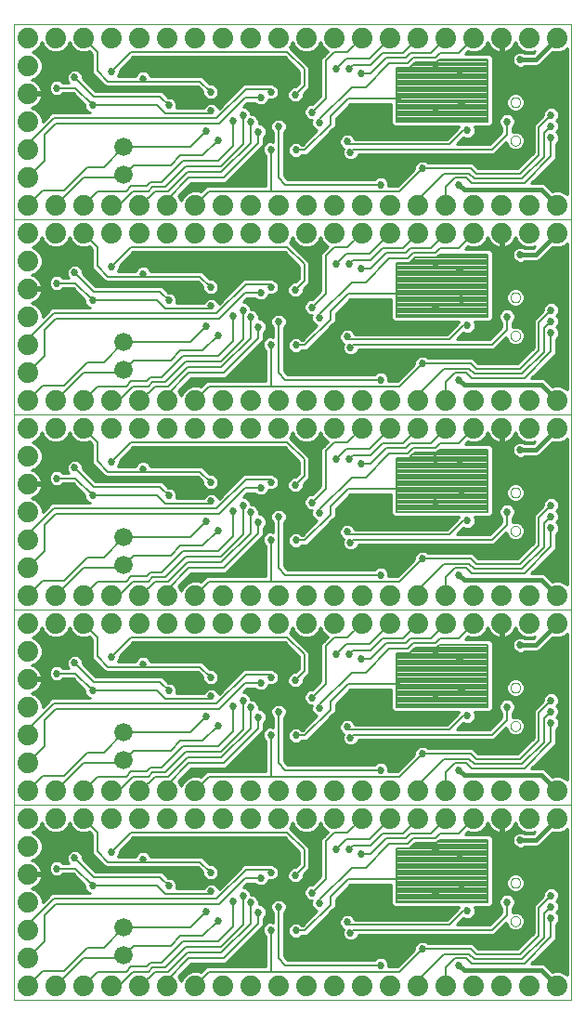
<source format=gbl>
G75*
G70*
%OFA0B0*%
%FSLAX24Y24*%
%IPPOS*%
%LPD*%
%AMOC8*
5,1,8,0,0,1.08239X$1,22.5*
%
%ADD10C,0.0000*%
%ADD11C,0.0660*%
%ADD12C,0.0740*%
%ADD13C,0.0270*%
%ADD14C,0.0100*%
%ADD15C,0.0080*%
%ADD16C,0.0160*%
D10*
X001260Y000950D02*
X001260Y007950D01*
X001260Y014950D01*
X001260Y021950D01*
X001260Y028950D01*
X001260Y035950D01*
X021260Y035950D01*
X021260Y028950D01*
X001260Y028950D01*
X021260Y028950D01*
X021260Y021950D01*
X001260Y021950D01*
X021260Y021950D01*
X021260Y014950D01*
X001260Y014950D01*
X021260Y014950D01*
X021260Y007950D01*
X001260Y007950D01*
X021260Y007950D01*
X021260Y000950D01*
X001260Y000950D01*
X019083Y003761D02*
X019085Y003787D01*
X019091Y003813D01*
X019101Y003838D01*
X019114Y003861D01*
X019130Y003881D01*
X019150Y003899D01*
X019172Y003914D01*
X019195Y003926D01*
X019221Y003934D01*
X019247Y003938D01*
X019273Y003938D01*
X019299Y003934D01*
X019325Y003926D01*
X019349Y003914D01*
X019370Y003899D01*
X019390Y003881D01*
X019406Y003861D01*
X019419Y003838D01*
X019429Y003813D01*
X019435Y003787D01*
X019437Y003761D01*
X019435Y003735D01*
X019429Y003709D01*
X019419Y003684D01*
X019406Y003661D01*
X019390Y003641D01*
X019370Y003623D01*
X019348Y003608D01*
X019325Y003596D01*
X019299Y003588D01*
X019273Y003584D01*
X019247Y003584D01*
X019221Y003588D01*
X019195Y003596D01*
X019171Y003608D01*
X019150Y003623D01*
X019130Y003641D01*
X019114Y003661D01*
X019101Y003684D01*
X019091Y003709D01*
X019085Y003735D01*
X019083Y003761D01*
X019083Y005139D02*
X019085Y005165D01*
X019091Y005191D01*
X019101Y005216D01*
X019114Y005239D01*
X019130Y005259D01*
X019150Y005277D01*
X019172Y005292D01*
X019195Y005304D01*
X019221Y005312D01*
X019247Y005316D01*
X019273Y005316D01*
X019299Y005312D01*
X019325Y005304D01*
X019349Y005292D01*
X019370Y005277D01*
X019390Y005259D01*
X019406Y005239D01*
X019419Y005216D01*
X019429Y005191D01*
X019435Y005165D01*
X019437Y005139D01*
X019435Y005113D01*
X019429Y005087D01*
X019419Y005062D01*
X019406Y005039D01*
X019390Y005019D01*
X019370Y005001D01*
X019348Y004986D01*
X019325Y004974D01*
X019299Y004966D01*
X019273Y004962D01*
X019247Y004962D01*
X019221Y004966D01*
X019195Y004974D01*
X019171Y004986D01*
X019150Y005001D01*
X019130Y005019D01*
X019114Y005039D01*
X019101Y005062D01*
X019091Y005087D01*
X019085Y005113D01*
X019083Y005139D01*
X019083Y010761D02*
X019085Y010787D01*
X019091Y010813D01*
X019101Y010838D01*
X019114Y010861D01*
X019130Y010881D01*
X019150Y010899D01*
X019172Y010914D01*
X019195Y010926D01*
X019221Y010934D01*
X019247Y010938D01*
X019273Y010938D01*
X019299Y010934D01*
X019325Y010926D01*
X019349Y010914D01*
X019370Y010899D01*
X019390Y010881D01*
X019406Y010861D01*
X019419Y010838D01*
X019429Y010813D01*
X019435Y010787D01*
X019437Y010761D01*
X019435Y010735D01*
X019429Y010709D01*
X019419Y010684D01*
X019406Y010661D01*
X019390Y010641D01*
X019370Y010623D01*
X019348Y010608D01*
X019325Y010596D01*
X019299Y010588D01*
X019273Y010584D01*
X019247Y010584D01*
X019221Y010588D01*
X019195Y010596D01*
X019171Y010608D01*
X019150Y010623D01*
X019130Y010641D01*
X019114Y010661D01*
X019101Y010684D01*
X019091Y010709D01*
X019085Y010735D01*
X019083Y010761D01*
X019083Y012139D02*
X019085Y012165D01*
X019091Y012191D01*
X019101Y012216D01*
X019114Y012239D01*
X019130Y012259D01*
X019150Y012277D01*
X019172Y012292D01*
X019195Y012304D01*
X019221Y012312D01*
X019247Y012316D01*
X019273Y012316D01*
X019299Y012312D01*
X019325Y012304D01*
X019349Y012292D01*
X019370Y012277D01*
X019390Y012259D01*
X019406Y012239D01*
X019419Y012216D01*
X019429Y012191D01*
X019435Y012165D01*
X019437Y012139D01*
X019435Y012113D01*
X019429Y012087D01*
X019419Y012062D01*
X019406Y012039D01*
X019390Y012019D01*
X019370Y012001D01*
X019348Y011986D01*
X019325Y011974D01*
X019299Y011966D01*
X019273Y011962D01*
X019247Y011962D01*
X019221Y011966D01*
X019195Y011974D01*
X019171Y011986D01*
X019150Y012001D01*
X019130Y012019D01*
X019114Y012039D01*
X019101Y012062D01*
X019091Y012087D01*
X019085Y012113D01*
X019083Y012139D01*
X019083Y017761D02*
X019085Y017787D01*
X019091Y017813D01*
X019101Y017838D01*
X019114Y017861D01*
X019130Y017881D01*
X019150Y017899D01*
X019172Y017914D01*
X019195Y017926D01*
X019221Y017934D01*
X019247Y017938D01*
X019273Y017938D01*
X019299Y017934D01*
X019325Y017926D01*
X019349Y017914D01*
X019370Y017899D01*
X019390Y017881D01*
X019406Y017861D01*
X019419Y017838D01*
X019429Y017813D01*
X019435Y017787D01*
X019437Y017761D01*
X019435Y017735D01*
X019429Y017709D01*
X019419Y017684D01*
X019406Y017661D01*
X019390Y017641D01*
X019370Y017623D01*
X019348Y017608D01*
X019325Y017596D01*
X019299Y017588D01*
X019273Y017584D01*
X019247Y017584D01*
X019221Y017588D01*
X019195Y017596D01*
X019171Y017608D01*
X019150Y017623D01*
X019130Y017641D01*
X019114Y017661D01*
X019101Y017684D01*
X019091Y017709D01*
X019085Y017735D01*
X019083Y017761D01*
X019083Y019139D02*
X019085Y019165D01*
X019091Y019191D01*
X019101Y019216D01*
X019114Y019239D01*
X019130Y019259D01*
X019150Y019277D01*
X019172Y019292D01*
X019195Y019304D01*
X019221Y019312D01*
X019247Y019316D01*
X019273Y019316D01*
X019299Y019312D01*
X019325Y019304D01*
X019349Y019292D01*
X019370Y019277D01*
X019390Y019259D01*
X019406Y019239D01*
X019419Y019216D01*
X019429Y019191D01*
X019435Y019165D01*
X019437Y019139D01*
X019435Y019113D01*
X019429Y019087D01*
X019419Y019062D01*
X019406Y019039D01*
X019390Y019019D01*
X019370Y019001D01*
X019348Y018986D01*
X019325Y018974D01*
X019299Y018966D01*
X019273Y018962D01*
X019247Y018962D01*
X019221Y018966D01*
X019195Y018974D01*
X019171Y018986D01*
X019150Y019001D01*
X019130Y019019D01*
X019114Y019039D01*
X019101Y019062D01*
X019091Y019087D01*
X019085Y019113D01*
X019083Y019139D01*
X019083Y024761D02*
X019085Y024787D01*
X019091Y024813D01*
X019101Y024838D01*
X019114Y024861D01*
X019130Y024881D01*
X019150Y024899D01*
X019172Y024914D01*
X019195Y024926D01*
X019221Y024934D01*
X019247Y024938D01*
X019273Y024938D01*
X019299Y024934D01*
X019325Y024926D01*
X019349Y024914D01*
X019370Y024899D01*
X019390Y024881D01*
X019406Y024861D01*
X019419Y024838D01*
X019429Y024813D01*
X019435Y024787D01*
X019437Y024761D01*
X019435Y024735D01*
X019429Y024709D01*
X019419Y024684D01*
X019406Y024661D01*
X019390Y024641D01*
X019370Y024623D01*
X019348Y024608D01*
X019325Y024596D01*
X019299Y024588D01*
X019273Y024584D01*
X019247Y024584D01*
X019221Y024588D01*
X019195Y024596D01*
X019171Y024608D01*
X019150Y024623D01*
X019130Y024641D01*
X019114Y024661D01*
X019101Y024684D01*
X019091Y024709D01*
X019085Y024735D01*
X019083Y024761D01*
X019083Y026139D02*
X019085Y026165D01*
X019091Y026191D01*
X019101Y026216D01*
X019114Y026239D01*
X019130Y026259D01*
X019150Y026277D01*
X019172Y026292D01*
X019195Y026304D01*
X019221Y026312D01*
X019247Y026316D01*
X019273Y026316D01*
X019299Y026312D01*
X019325Y026304D01*
X019349Y026292D01*
X019370Y026277D01*
X019390Y026259D01*
X019406Y026239D01*
X019419Y026216D01*
X019429Y026191D01*
X019435Y026165D01*
X019437Y026139D01*
X019435Y026113D01*
X019429Y026087D01*
X019419Y026062D01*
X019406Y026039D01*
X019390Y026019D01*
X019370Y026001D01*
X019348Y025986D01*
X019325Y025974D01*
X019299Y025966D01*
X019273Y025962D01*
X019247Y025962D01*
X019221Y025966D01*
X019195Y025974D01*
X019171Y025986D01*
X019150Y026001D01*
X019130Y026019D01*
X019114Y026039D01*
X019101Y026062D01*
X019091Y026087D01*
X019085Y026113D01*
X019083Y026139D01*
X019083Y031761D02*
X019085Y031787D01*
X019091Y031813D01*
X019101Y031838D01*
X019114Y031861D01*
X019130Y031881D01*
X019150Y031899D01*
X019172Y031914D01*
X019195Y031926D01*
X019221Y031934D01*
X019247Y031938D01*
X019273Y031938D01*
X019299Y031934D01*
X019325Y031926D01*
X019349Y031914D01*
X019370Y031899D01*
X019390Y031881D01*
X019406Y031861D01*
X019419Y031838D01*
X019429Y031813D01*
X019435Y031787D01*
X019437Y031761D01*
X019435Y031735D01*
X019429Y031709D01*
X019419Y031684D01*
X019406Y031661D01*
X019390Y031641D01*
X019370Y031623D01*
X019348Y031608D01*
X019325Y031596D01*
X019299Y031588D01*
X019273Y031584D01*
X019247Y031584D01*
X019221Y031588D01*
X019195Y031596D01*
X019171Y031608D01*
X019150Y031623D01*
X019130Y031641D01*
X019114Y031661D01*
X019101Y031684D01*
X019091Y031709D01*
X019085Y031735D01*
X019083Y031761D01*
X019083Y033139D02*
X019085Y033165D01*
X019091Y033191D01*
X019101Y033216D01*
X019114Y033239D01*
X019130Y033259D01*
X019150Y033277D01*
X019172Y033292D01*
X019195Y033304D01*
X019221Y033312D01*
X019247Y033316D01*
X019273Y033316D01*
X019299Y033312D01*
X019325Y033304D01*
X019349Y033292D01*
X019370Y033277D01*
X019390Y033259D01*
X019406Y033239D01*
X019419Y033216D01*
X019429Y033191D01*
X019435Y033165D01*
X019437Y033139D01*
X019435Y033113D01*
X019429Y033087D01*
X019419Y033062D01*
X019406Y033039D01*
X019390Y033019D01*
X019370Y033001D01*
X019348Y032986D01*
X019325Y032974D01*
X019299Y032966D01*
X019273Y032962D01*
X019247Y032962D01*
X019221Y032966D01*
X019195Y032974D01*
X019171Y032986D01*
X019150Y033001D01*
X019130Y033019D01*
X019114Y033039D01*
X019101Y033062D01*
X019091Y033087D01*
X019085Y033113D01*
X019083Y033139D01*
D11*
X005200Y031530D03*
X005200Y030530D03*
X005200Y024530D03*
X005200Y023530D03*
X005200Y017530D03*
X005200Y016530D03*
X005200Y010530D03*
X005200Y009530D03*
X005200Y003530D03*
X005200Y002530D03*
D12*
X004760Y001450D03*
X005760Y001450D03*
X006760Y001450D03*
X007760Y001450D03*
X008760Y001450D03*
X009760Y001450D03*
X010760Y001450D03*
X011760Y001450D03*
X012760Y001450D03*
X013760Y001450D03*
X014760Y001450D03*
X015760Y001450D03*
X016760Y001450D03*
X017760Y001450D03*
X018760Y001450D03*
X019760Y001450D03*
X020760Y001450D03*
X020760Y007450D03*
X020760Y008450D03*
X019760Y008450D03*
X019760Y007450D03*
X018760Y007450D03*
X018760Y008450D03*
X017760Y008450D03*
X017760Y007450D03*
X016760Y007450D03*
X016760Y008450D03*
X015760Y008450D03*
X015760Y007450D03*
X014760Y007450D03*
X014760Y008450D03*
X013760Y008450D03*
X013760Y007450D03*
X012760Y007450D03*
X012760Y008450D03*
X011760Y008450D03*
X011760Y007450D03*
X010760Y007450D03*
X010760Y008450D03*
X009760Y008450D03*
X009760Y007450D03*
X008760Y007450D03*
X008760Y008450D03*
X007760Y008450D03*
X007760Y007450D03*
X006760Y007450D03*
X006760Y008450D03*
X005760Y008450D03*
X005760Y007450D03*
X004760Y007450D03*
X004760Y008450D03*
X003760Y008450D03*
X003760Y007450D03*
X002760Y007450D03*
X002760Y008450D03*
X001760Y008450D03*
X001760Y009450D03*
X001760Y010450D03*
X001760Y011450D03*
X001760Y012450D03*
X001760Y013450D03*
X001760Y014450D03*
X001760Y015450D03*
X001760Y016450D03*
X001760Y017450D03*
X001760Y018450D03*
X001760Y019450D03*
X001760Y020450D03*
X001760Y021450D03*
X001760Y022450D03*
X001760Y023450D03*
X001760Y024450D03*
X001760Y025450D03*
X001760Y026450D03*
X001760Y027450D03*
X001760Y028450D03*
X001760Y029450D03*
X001760Y030450D03*
X001760Y031450D03*
X001760Y032450D03*
X001760Y033450D03*
X001760Y034450D03*
X001760Y035450D03*
X002760Y035450D03*
X003760Y035450D03*
X004760Y035450D03*
X005760Y035450D03*
X006760Y035450D03*
X007760Y035450D03*
X008760Y035450D03*
X009760Y035450D03*
X010760Y035450D03*
X011760Y035450D03*
X012760Y035450D03*
X013760Y035450D03*
X014760Y035450D03*
X015760Y035450D03*
X016760Y035450D03*
X017760Y035450D03*
X018760Y035450D03*
X019760Y035450D03*
X020760Y035450D03*
X020760Y029450D03*
X020760Y028450D03*
X019760Y028450D03*
X019760Y029450D03*
X018760Y029450D03*
X018760Y028450D03*
X017760Y028450D03*
X017760Y029450D03*
X016760Y029450D03*
X016760Y028450D03*
X015760Y028450D03*
X015760Y029450D03*
X014760Y029450D03*
X014760Y028450D03*
X013760Y028450D03*
X013760Y029450D03*
X012760Y029450D03*
X012760Y028450D03*
X011760Y028450D03*
X011760Y029450D03*
X010760Y029450D03*
X010760Y028450D03*
X009760Y028450D03*
X009760Y029450D03*
X008760Y029450D03*
X008760Y028450D03*
X007760Y028450D03*
X007760Y029450D03*
X006760Y029450D03*
X006760Y028450D03*
X005760Y028450D03*
X005760Y029450D03*
X004760Y029450D03*
X004760Y028450D03*
X003760Y028450D03*
X003760Y029450D03*
X002760Y029450D03*
X002760Y028450D03*
X002760Y022450D03*
X002760Y021450D03*
X003760Y021450D03*
X003760Y022450D03*
X004760Y022450D03*
X004760Y021450D03*
X005760Y021450D03*
X005760Y022450D03*
X006760Y022450D03*
X006760Y021450D03*
X007760Y021450D03*
X007760Y022450D03*
X008760Y022450D03*
X008760Y021450D03*
X009760Y021450D03*
X009760Y022450D03*
X010760Y022450D03*
X010760Y021450D03*
X011760Y021450D03*
X011760Y022450D03*
X012760Y022450D03*
X012760Y021450D03*
X013760Y021450D03*
X013760Y022450D03*
X014760Y022450D03*
X014760Y021450D03*
X015760Y021450D03*
X015760Y022450D03*
X016760Y022450D03*
X016760Y021450D03*
X017760Y021450D03*
X017760Y022450D03*
X018760Y022450D03*
X018760Y021450D03*
X019760Y021450D03*
X019760Y022450D03*
X020760Y022450D03*
X020760Y021450D03*
X020760Y015450D03*
X020760Y014450D03*
X019760Y014450D03*
X019760Y015450D03*
X018760Y015450D03*
X018760Y014450D03*
X017760Y014450D03*
X017760Y015450D03*
X016760Y015450D03*
X016760Y014450D03*
X015760Y014450D03*
X015760Y015450D03*
X014760Y015450D03*
X014760Y014450D03*
X013760Y014450D03*
X013760Y015450D03*
X012760Y015450D03*
X012760Y014450D03*
X011760Y014450D03*
X011760Y015450D03*
X010760Y015450D03*
X010760Y014450D03*
X009760Y014450D03*
X009760Y015450D03*
X008760Y015450D03*
X008760Y014450D03*
X007760Y014450D03*
X007760Y015450D03*
X006760Y015450D03*
X006760Y014450D03*
X005760Y014450D03*
X005760Y015450D03*
X004760Y015450D03*
X004760Y014450D03*
X003760Y014450D03*
X003760Y015450D03*
X002760Y015450D03*
X002760Y014450D03*
X001760Y007450D03*
X001760Y006450D03*
X001760Y005450D03*
X001760Y004450D03*
X001760Y003450D03*
X001760Y002450D03*
X001760Y001450D03*
X002760Y001450D03*
X003760Y001450D03*
D13*
X003500Y004950D03*
X004080Y005030D03*
X003440Y006030D03*
X002800Y005650D03*
X004760Y006250D03*
X005900Y005990D03*
X006820Y005030D03*
X008160Y004110D03*
X008580Y003790D03*
X009140Y004470D03*
X009480Y004690D03*
X009760Y004430D03*
X010040Y004090D03*
X010480Y003450D03*
X010760Y004270D03*
X011380Y003430D03*
X012220Y004410D03*
X011960Y004790D03*
X011360Y005410D03*
X011980Y006150D03*
X012820Y006330D03*
X013300Y006330D03*
X013720Y006170D03*
X013020Y004450D03*
X013220Y003730D03*
X013340Y003350D03*
X014420Y002190D03*
X015920Y002770D03*
X017240Y002190D03*
X017540Y004130D03*
X017340Y005090D03*
X017260Y006150D03*
X016400Y006350D03*
X016400Y004790D03*
X014700Y004810D03*
X014420Y009190D03*
X013340Y010350D03*
X013220Y010730D03*
X013020Y011450D03*
X012220Y011410D03*
X011960Y011790D03*
X011360Y012410D03*
X011980Y013150D03*
X012820Y013330D03*
X013300Y013330D03*
X013720Y013170D03*
X014700Y011810D03*
X015920Y009770D03*
X017240Y009190D03*
X017540Y011130D03*
X017340Y012090D03*
X017260Y013150D03*
X016400Y013350D03*
X016400Y011790D03*
X018960Y011450D03*
X019260Y009890D03*
X020540Y010870D03*
X020540Y011290D03*
X020540Y011690D03*
X019440Y013670D03*
X019260Y016890D03*
X018960Y018450D03*
X017540Y018130D03*
X017340Y019090D03*
X017260Y020150D03*
X016400Y020350D03*
X016400Y018790D03*
X015920Y016770D03*
X014700Y018810D03*
X013720Y020170D03*
X013300Y020330D03*
X012820Y020330D03*
X011980Y020150D03*
X011360Y019410D03*
X011960Y018790D03*
X012220Y018410D03*
X013020Y018450D03*
X013220Y017730D03*
X013340Y017350D03*
X014420Y016190D03*
X017240Y016190D03*
X019440Y020670D03*
X020540Y018690D03*
X020540Y018290D03*
X020540Y017870D03*
X019260Y023890D03*
X018960Y025450D03*
X017540Y025130D03*
X017340Y026090D03*
X017260Y027150D03*
X016400Y027350D03*
X016400Y025790D03*
X015920Y023770D03*
X014700Y025810D03*
X013720Y027170D03*
X013300Y027330D03*
X012820Y027330D03*
X011980Y027150D03*
X011360Y026410D03*
X011960Y025790D03*
X012220Y025410D03*
X013020Y025450D03*
X013220Y024730D03*
X013340Y024350D03*
X014420Y023190D03*
X017240Y023190D03*
X019440Y027670D03*
X020540Y025690D03*
X020540Y025290D03*
X020540Y024870D03*
X019260Y030890D03*
X018960Y032450D03*
X017540Y032130D03*
X017340Y033090D03*
X017260Y034150D03*
X016400Y034350D03*
X016400Y032790D03*
X015920Y030770D03*
X017240Y030190D03*
X014700Y032810D03*
X013720Y034170D03*
X013300Y034330D03*
X012820Y034330D03*
X011980Y034150D03*
X011360Y033410D03*
X011960Y032790D03*
X012220Y032410D03*
X013020Y032450D03*
X013220Y031730D03*
X013340Y031350D03*
X014420Y030190D03*
X011380Y031430D03*
X010760Y032270D03*
X010480Y031450D03*
X010040Y032090D03*
X009760Y032430D03*
X009480Y032690D03*
X009140Y032470D03*
X008580Y031790D03*
X008160Y032110D03*
X008340Y032830D03*
X008320Y033510D03*
X008900Y034010D03*
X010120Y033310D03*
X010480Y033510D03*
X009340Y030510D03*
X008900Y027010D03*
X008320Y026510D03*
X008340Y025830D03*
X008160Y025110D03*
X008580Y024790D03*
X009140Y025470D03*
X009480Y025690D03*
X009760Y025430D03*
X010040Y025090D03*
X010480Y024450D03*
X010760Y025270D03*
X011380Y024430D03*
X010480Y026510D03*
X010120Y026310D03*
X009340Y023510D03*
X008900Y020010D03*
X008320Y019510D03*
X008340Y018830D03*
X008160Y018110D03*
X008580Y017790D03*
X009140Y018470D03*
X009480Y018690D03*
X009760Y018430D03*
X010040Y018090D03*
X010480Y017450D03*
X010760Y018270D03*
X011380Y017430D03*
X010120Y019310D03*
X010480Y019510D03*
X009340Y016510D03*
X008900Y013010D03*
X008320Y012510D03*
X008340Y011830D03*
X008160Y011110D03*
X008580Y010790D03*
X009140Y011470D03*
X009480Y011690D03*
X009760Y011430D03*
X010040Y011090D03*
X010480Y010450D03*
X010760Y011270D03*
X011380Y010430D03*
X010120Y012310D03*
X010480Y012510D03*
X009340Y009510D03*
X008900Y006010D03*
X008320Y005510D03*
X008340Y004830D03*
X009340Y002510D03*
X010120Y005310D03*
X010480Y005510D03*
X006820Y012030D03*
X005900Y012990D03*
X004760Y013250D03*
X004080Y012030D03*
X003500Y011950D03*
X003440Y013030D03*
X002800Y012650D03*
X003500Y018950D03*
X004080Y019030D03*
X003440Y020030D03*
X002800Y019650D03*
X004760Y020250D03*
X005900Y019990D03*
X006820Y019030D03*
X006820Y026030D03*
X005900Y026990D03*
X004760Y027250D03*
X004080Y026030D03*
X003500Y025950D03*
X003440Y027030D03*
X002800Y026650D03*
X003500Y032950D03*
X004080Y033030D03*
X003440Y034030D03*
X002800Y033650D03*
X004760Y034250D03*
X005900Y033990D03*
X006820Y033030D03*
X019440Y034670D03*
X020540Y032690D03*
X020540Y032290D03*
X020540Y031870D03*
X019440Y006670D03*
X020540Y004690D03*
X020540Y004290D03*
X020540Y003870D03*
X019260Y002890D03*
X018960Y004450D03*
D14*
X018770Y004237D02*
X018718Y004289D01*
X018675Y004393D01*
X018675Y004507D01*
X018718Y004611D01*
X018799Y004692D01*
X018903Y004735D01*
X019017Y004735D01*
X019121Y004692D01*
X019202Y004611D01*
X019245Y004507D01*
X019245Y004393D01*
X019202Y004289D01*
X019150Y004237D01*
X019150Y004070D01*
X019195Y004088D01*
X019325Y004088D01*
X019445Y004038D01*
X019537Y003946D01*
X019587Y003826D01*
X019587Y003696D01*
X019537Y003576D01*
X019445Y003484D01*
X019325Y003434D01*
X019195Y003434D01*
X019075Y003484D01*
X018983Y003576D01*
X018933Y003695D01*
X018499Y003260D01*
X013611Y003260D01*
X013582Y003189D01*
X013501Y003108D01*
X013397Y003065D01*
X013283Y003065D01*
X013179Y003108D01*
X013098Y003189D01*
X013055Y003293D01*
X013055Y003407D01*
X013084Y003478D01*
X013059Y003488D01*
X012978Y003569D01*
X012935Y003673D01*
X012935Y003787D01*
X012978Y003891D01*
X013059Y003972D01*
X013163Y004015D01*
X013277Y004015D01*
X013381Y003972D01*
X013462Y003891D01*
X013491Y003820D01*
X016801Y003820D01*
X017190Y004209D01*
X017241Y004260D01*
X014901Y004260D01*
X014790Y004371D01*
X014790Y005080D01*
X013339Y005080D01*
X012810Y004551D01*
X012810Y004271D01*
X012699Y004160D01*
X011779Y003240D01*
X011593Y003240D01*
X011541Y003188D01*
X011437Y003145D01*
X011323Y003145D01*
X011219Y003188D01*
X011138Y003269D01*
X011095Y003373D01*
X011095Y003487D01*
X011138Y003591D01*
X011219Y003672D01*
X011323Y003715D01*
X011437Y003715D01*
X011541Y003672D01*
X011593Y003620D01*
X011621Y003620D01*
X012137Y004136D01*
X012059Y004168D01*
X011978Y004249D01*
X011935Y004353D01*
X011935Y004467D01*
X011951Y004505D01*
X011903Y004505D01*
X011799Y004548D01*
X011718Y004629D01*
X011675Y004733D01*
X011675Y004847D01*
X011718Y004951D01*
X011799Y005032D01*
X011903Y005075D01*
X011976Y005075D01*
X012270Y005369D01*
X012270Y006709D01*
X012381Y006820D01*
X012540Y006978D01*
X012465Y007009D01*
X012319Y007155D01*
X012260Y007298D01*
X012201Y007155D01*
X012055Y007009D01*
X011863Y006930D01*
X011657Y006930D01*
X011465Y007009D01*
X011319Y007155D01*
X011260Y007298D01*
X011201Y007155D01*
X011162Y007117D01*
X011759Y006520D01*
X011870Y006409D01*
X011870Y005651D01*
X011645Y005426D01*
X011645Y005353D01*
X011602Y005249D01*
X011521Y005168D01*
X011417Y005125D01*
X011303Y005125D01*
X011199Y005168D01*
X011118Y005249D01*
X011075Y005353D01*
X011075Y005467D01*
X011118Y005571D01*
X011199Y005652D01*
X011303Y005695D01*
X011376Y005695D01*
X011490Y005809D01*
X011490Y006251D01*
X010981Y006760D01*
X005539Y006760D01*
X005045Y006266D01*
X005045Y006193D01*
X005002Y006089D01*
X004993Y006080D01*
X005629Y006080D01*
X005658Y006151D01*
X005739Y006232D01*
X005843Y006275D01*
X005957Y006275D01*
X006061Y006232D01*
X006142Y006151D01*
X006171Y006080D01*
X008019Y006080D01*
X008130Y005969D01*
X008130Y005969D01*
X008304Y005795D01*
X008377Y005795D01*
X008481Y005752D01*
X008562Y005671D01*
X008605Y005567D01*
X008605Y005453D01*
X008562Y005349D01*
X008481Y005268D01*
X008377Y005225D01*
X008263Y005225D01*
X008159Y005268D01*
X008078Y005349D01*
X008035Y005453D01*
X008035Y005526D01*
X007861Y005700D01*
X004561Y005700D01*
X004070Y006191D01*
X004070Y006871D01*
X003968Y006973D01*
X003863Y006930D01*
X003657Y006930D01*
X003465Y007009D01*
X003319Y007155D01*
X003260Y007298D01*
X003201Y007155D01*
X003055Y007009D01*
X002863Y006930D01*
X002657Y006930D01*
X002465Y007009D01*
X002319Y007155D01*
X002260Y007298D01*
X002201Y007155D01*
X002055Y007009D01*
X001912Y006950D01*
X002055Y006891D01*
X002201Y006745D01*
X002280Y006553D01*
X002280Y006347D01*
X002201Y006155D01*
X002055Y006009D01*
X001908Y005949D01*
X001960Y005932D01*
X002033Y005895D01*
X002099Y005847D01*
X002157Y005789D01*
X002205Y005723D01*
X002242Y005650D01*
X002267Y005572D01*
X002279Y005500D01*
X001810Y005500D01*
X001810Y005400D01*
X002279Y005400D01*
X002267Y005328D01*
X002242Y005250D01*
X002205Y005177D01*
X002157Y005111D01*
X002099Y005053D01*
X002033Y005005D01*
X001960Y004968D01*
X001908Y004951D01*
X002055Y004891D01*
X002201Y004745D01*
X002280Y004553D01*
X002280Y004439D01*
X002490Y004649D01*
X002601Y004760D01*
X003987Y004760D01*
X003919Y004788D01*
X003838Y004869D01*
X003795Y004973D01*
X003795Y005046D01*
X003381Y005460D01*
X003013Y005460D01*
X002961Y005408D01*
X002857Y005365D01*
X002743Y005365D01*
X002639Y005408D01*
X002558Y005489D01*
X002515Y005593D01*
X002515Y005707D01*
X002558Y005811D01*
X002639Y005892D01*
X002743Y005935D01*
X002857Y005935D01*
X002961Y005892D01*
X003013Y005840D01*
X003227Y005840D01*
X003198Y005869D01*
X003155Y005973D01*
X003155Y006087D01*
X003198Y006191D01*
X003279Y006272D01*
X003383Y006315D01*
X003497Y006315D01*
X003601Y006272D01*
X003682Y006191D01*
X003725Y006087D01*
X003725Y006014D01*
X004199Y005540D01*
X006579Y005540D01*
X006804Y005315D01*
X006877Y005315D01*
X006981Y005272D01*
X007062Y005191D01*
X007105Y005087D01*
X008216Y005087D01*
X008179Y005072D02*
X008283Y005115D01*
X008397Y005115D01*
X008501Y005072D01*
X008582Y004991D01*
X008614Y004913D01*
X009390Y005689D01*
X009390Y005689D01*
X009501Y005800D01*
X010459Y005800D01*
X010464Y005795D01*
X010537Y005795D01*
X010641Y005752D01*
X010722Y005671D01*
X010765Y005567D01*
X010765Y005453D01*
X010722Y005349D01*
X010641Y005268D01*
X010537Y005225D01*
X010423Y005225D01*
X010398Y005236D01*
X010362Y005149D01*
X010281Y005068D01*
X010177Y005025D01*
X010063Y005025D01*
X009959Y005068D01*
X009907Y005120D01*
X009639Y005120D01*
X009494Y004975D01*
X009537Y004975D01*
X009641Y004932D01*
X009722Y004851D01*
X009765Y004747D01*
X009765Y004715D01*
X009817Y004715D01*
X009921Y004672D01*
X010002Y004591D01*
X010045Y004487D01*
X010045Y004375D01*
X010097Y004375D01*
X010201Y004332D01*
X010282Y004251D01*
X010325Y004147D01*
X010325Y004033D01*
X010282Y003929D01*
X010230Y003877D01*
X010230Y003611D01*
X010119Y003500D01*
X008859Y002240D01*
X007619Y002240D01*
X007162Y001783D01*
X007201Y001745D01*
X007260Y001602D01*
X007319Y001745D01*
X007465Y001891D01*
X007657Y001970D01*
X007863Y001970D01*
X007968Y001927D01*
X008070Y002029D01*
X008181Y002140D01*
X010290Y002140D01*
X010290Y003237D01*
X010238Y003289D01*
X010195Y003393D01*
X010195Y003507D01*
X010238Y003611D01*
X010319Y003692D01*
X010423Y003735D01*
X010537Y003735D01*
X010570Y003721D01*
X010570Y004057D01*
X010518Y004109D01*
X010475Y004213D01*
X010475Y004327D01*
X010518Y004431D01*
X010599Y004512D01*
X010703Y004555D01*
X010817Y004555D01*
X010921Y004512D01*
X011002Y004431D01*
X011045Y004327D01*
X011045Y004213D01*
X011002Y004109D01*
X010950Y004057D01*
X010950Y002509D01*
X011079Y002380D01*
X014207Y002380D01*
X014259Y002432D01*
X014363Y002475D01*
X014477Y002475D01*
X014581Y002432D01*
X014662Y002351D01*
X014705Y002247D01*
X014705Y002140D01*
X015021Y002140D01*
X015635Y002754D01*
X015635Y002827D01*
X015678Y002931D01*
X015759Y003012D01*
X015863Y003055D01*
X015977Y003055D01*
X016081Y003012D01*
X016133Y002960D01*
X017739Y002960D01*
X017850Y002849D01*
X017939Y002760D01*
X019341Y002760D01*
X019910Y003329D01*
X019910Y004329D01*
X020255Y004674D01*
X020255Y004747D01*
X020298Y004851D01*
X020379Y004932D01*
X020483Y004975D01*
X020597Y004975D01*
X020701Y004932D01*
X020782Y004851D01*
X020825Y004747D01*
X020825Y004633D01*
X020782Y004529D01*
X020743Y004490D01*
X020782Y004451D01*
X020825Y004347D01*
X020825Y004233D01*
X020782Y004129D01*
X020733Y004080D01*
X020782Y004031D01*
X020825Y003927D01*
X020825Y003813D01*
X020782Y003709D01*
X020730Y003657D01*
X020730Y003131D01*
X020619Y003020D01*
X019839Y002240D01*
X020295Y002240D01*
X020592Y001943D01*
X020657Y001970D01*
X020863Y001970D01*
X021055Y001891D01*
X021110Y001835D01*
X021110Y007065D01*
X021055Y007009D01*
X020863Y006930D01*
X020657Y006930D01*
X020592Y006957D01*
X020075Y006440D01*
X019613Y006440D01*
X019601Y006428D01*
X019497Y006385D01*
X019383Y006385D01*
X019279Y006428D01*
X019198Y006509D01*
X019155Y006613D01*
X019155Y006727D01*
X019198Y006831D01*
X019279Y006912D01*
X019383Y006955D01*
X019497Y006955D01*
X019601Y006912D01*
X019613Y006900D01*
X019885Y006900D01*
X019951Y006966D01*
X019863Y006930D01*
X019657Y006930D01*
X019465Y007009D01*
X019319Y007155D01*
X019259Y007302D01*
X019242Y007250D01*
X019205Y007177D01*
X019157Y007111D01*
X019099Y007053D01*
X019033Y007005D01*
X018960Y006968D01*
X018882Y006943D01*
X018810Y006931D01*
X018810Y007400D01*
X018710Y007400D01*
X018710Y006931D01*
X018638Y006943D01*
X018560Y006968D01*
X018487Y007005D01*
X018421Y007053D01*
X018363Y007111D01*
X018315Y007177D01*
X018278Y007250D01*
X018261Y007302D01*
X018201Y007155D01*
X018055Y007009D01*
X017863Y006930D01*
X017657Y006930D01*
X017552Y006973D01*
X017459Y006880D01*
X018339Y006880D01*
X018450Y006769D01*
X018450Y004371D01*
X018339Y004260D01*
X017795Y004260D01*
X017825Y004187D01*
X017825Y004073D01*
X017782Y003969D01*
X017701Y003888D01*
X017597Y003845D01*
X017483Y003845D01*
X017399Y003880D01*
X017159Y003640D01*
X018341Y003640D01*
X018770Y004069D01*
X018770Y004237D01*
X018770Y004201D02*
X017819Y004201D01*
X017825Y004102D02*
X018770Y004102D01*
X018705Y004004D02*
X017796Y004004D01*
X017718Y003905D02*
X018606Y003905D01*
X018508Y003807D02*
X017325Y003807D01*
X017227Y003708D02*
X018409Y003708D01*
X018651Y003413D02*
X019910Y003413D01*
X019910Y003511D02*
X019473Y003511D01*
X019551Y003610D02*
X019910Y003610D01*
X019910Y003708D02*
X019587Y003708D01*
X019587Y003807D02*
X019910Y003807D01*
X019910Y003905D02*
X019554Y003905D01*
X019480Y004004D02*
X019910Y004004D01*
X019910Y004102D02*
X019150Y004102D01*
X019150Y004201D02*
X019910Y004201D01*
X019910Y004299D02*
X019206Y004299D01*
X019245Y004398D02*
X019979Y004398D01*
X020077Y004496D02*
X019245Y004496D01*
X019209Y004595D02*
X020176Y004595D01*
X020255Y004693D02*
X019118Y004693D01*
X019195Y004812D02*
X019075Y004862D01*
X018983Y004954D01*
X018933Y005074D01*
X018933Y005204D01*
X018983Y005324D01*
X019075Y005416D01*
X019195Y005466D01*
X019325Y005466D01*
X019445Y005416D01*
X019537Y005324D01*
X019587Y005204D01*
X019587Y005074D01*
X019537Y004954D01*
X019445Y004862D01*
X019325Y004812D01*
X019195Y004812D01*
X019046Y004890D02*
X018450Y004890D01*
X018450Y004792D02*
X020274Y004792D01*
X020337Y004890D02*
X019474Y004890D01*
X019552Y004989D02*
X021110Y004989D01*
X021110Y005087D02*
X019587Y005087D01*
X019587Y005186D02*
X021110Y005186D01*
X021110Y005284D02*
X019554Y005284D01*
X019479Y005383D02*
X021110Y005383D01*
X021110Y005481D02*
X018450Y005481D01*
X018450Y005383D02*
X019041Y005383D01*
X018966Y005284D02*
X018450Y005284D01*
X018450Y005186D02*
X018933Y005186D01*
X018933Y005087D02*
X018450Y005087D01*
X018450Y004989D02*
X018968Y004989D01*
X018802Y004693D02*
X018450Y004693D01*
X018450Y004595D02*
X018711Y004595D01*
X018675Y004496D02*
X018450Y004496D01*
X018450Y004398D02*
X018675Y004398D01*
X018714Y004299D02*
X018378Y004299D01*
X018848Y003610D02*
X018969Y003610D01*
X019047Y003511D02*
X018750Y003511D01*
X018553Y003314D02*
X019895Y003314D01*
X019797Y003216D02*
X013593Y003216D01*
X013510Y003117D02*
X019698Y003117D01*
X019600Y003019D02*
X016065Y003019D01*
X015775Y003019D02*
X010950Y003019D01*
X010950Y003117D02*
X013170Y003117D01*
X013087Y003216D02*
X011569Y003216D01*
X011853Y003314D02*
X013055Y003314D01*
X013057Y003413D02*
X011951Y003413D01*
X012050Y003511D02*
X013036Y003511D01*
X012961Y003610D02*
X012148Y003610D01*
X012247Y003708D02*
X012935Y003708D01*
X012943Y003807D02*
X012345Y003807D01*
X012444Y003905D02*
X012992Y003905D01*
X013136Y004004D02*
X012542Y004004D01*
X012641Y004102D02*
X017083Y004102D01*
X016985Y004004D02*
X013304Y004004D01*
X013448Y003905D02*
X016886Y003905D01*
X017182Y004201D02*
X012739Y004201D01*
X012810Y004299D02*
X014862Y004299D01*
X014790Y004398D02*
X012810Y004398D01*
X012810Y004496D02*
X014790Y004496D01*
X014790Y004595D02*
X012853Y004595D01*
X012952Y004693D02*
X014790Y004693D01*
X014790Y004792D02*
X013050Y004792D01*
X013149Y004890D02*
X014790Y004890D01*
X014790Y004989D02*
X013247Y004989D01*
X012270Y005383D02*
X011645Y005383D01*
X011616Y005284D02*
X012185Y005284D01*
X012087Y005186D02*
X011539Y005186D01*
X011755Y004989D02*
X009507Y004989D01*
X009606Y005087D02*
X009940Y005087D01*
X009746Y004792D02*
X011675Y004792D01*
X011693Y004890D02*
X009683Y004890D01*
X009870Y004693D02*
X011692Y004693D01*
X011752Y004595D02*
X009999Y004595D01*
X010041Y004496D02*
X010583Y004496D01*
X010504Y004398D02*
X010045Y004398D01*
X010234Y004299D02*
X010475Y004299D01*
X010480Y004201D02*
X010303Y004201D01*
X010325Y004102D02*
X010525Y004102D01*
X010570Y004004D02*
X010313Y004004D01*
X010258Y003905D02*
X010570Y003905D01*
X010570Y003807D02*
X010230Y003807D01*
X010230Y003708D02*
X010358Y003708D01*
X010238Y003610D02*
X010228Y003610D01*
X010197Y003511D02*
X010130Y003511D01*
X010195Y003413D02*
X010031Y003413D01*
X009933Y003314D02*
X010228Y003314D01*
X010290Y003216D02*
X009834Y003216D01*
X009736Y003117D02*
X010290Y003117D01*
X010290Y003019D02*
X009637Y003019D01*
X009539Y002920D02*
X010290Y002920D01*
X010290Y002822D02*
X009440Y002822D01*
X009342Y002723D02*
X010290Y002723D01*
X010290Y002625D02*
X009243Y002625D01*
X009145Y002526D02*
X010290Y002526D01*
X010290Y002428D02*
X009046Y002428D01*
X008948Y002329D02*
X010290Y002329D01*
X010290Y002231D02*
X007609Y002231D01*
X007511Y002132D02*
X008173Y002132D01*
X008075Y002034D02*
X007412Y002034D01*
X007314Y001935D02*
X007572Y001935D01*
X007411Y001837D02*
X007215Y001837D01*
X007204Y001738D02*
X007316Y001738D01*
X007276Y001640D02*
X007244Y001640D01*
X007948Y001935D02*
X007976Y001935D01*
X008077Y004940D02*
X007091Y004940D01*
X007105Y004973D01*
X007105Y005087D01*
X007105Y004989D02*
X008097Y004989D01*
X008098Y004991D02*
X008077Y004940D01*
X008098Y004991D02*
X008179Y005072D01*
X008143Y005284D02*
X006952Y005284D01*
X007064Y005186D02*
X008887Y005186D01*
X008985Y005284D02*
X008497Y005284D01*
X008576Y005383D02*
X009084Y005383D01*
X009182Y005481D02*
X008605Y005481D01*
X008600Y005580D02*
X009281Y005580D01*
X009379Y005678D02*
X008555Y005678D01*
X008421Y005777D02*
X009478Y005777D01*
X008788Y005087D02*
X008464Y005087D01*
X008583Y004989D02*
X008690Y004989D01*
X008064Y005383D02*
X006736Y005383D01*
X006638Y005481D02*
X008035Y005481D01*
X007982Y005580D02*
X004159Y005580D01*
X004061Y005678D02*
X007883Y005678D01*
X008125Y005974D02*
X011490Y005974D01*
X011490Y006072D02*
X008027Y006072D01*
X008224Y005875D02*
X011490Y005875D01*
X011458Y005777D02*
X010581Y005777D01*
X010715Y005678D02*
X011262Y005678D01*
X011126Y005580D02*
X010760Y005580D01*
X010765Y005481D02*
X011081Y005481D01*
X011075Y005383D02*
X010736Y005383D01*
X010657Y005284D02*
X011104Y005284D01*
X011181Y005186D02*
X010377Y005186D01*
X010300Y005087D02*
X011988Y005087D01*
X011947Y004496D02*
X010937Y004496D01*
X011016Y004398D02*
X011935Y004398D01*
X011957Y004299D02*
X011045Y004299D01*
X011040Y004201D02*
X012026Y004201D01*
X012103Y004102D02*
X010995Y004102D01*
X010950Y004004D02*
X012005Y004004D01*
X011906Y003905D02*
X010950Y003905D01*
X010950Y003807D02*
X011808Y003807D01*
X011709Y003708D02*
X011454Y003708D01*
X011306Y003708D02*
X010950Y003708D01*
X010950Y003610D02*
X011156Y003610D01*
X011105Y003511D02*
X010950Y003511D01*
X010950Y003413D02*
X011095Y003413D01*
X011120Y003314D02*
X010950Y003314D01*
X010950Y003216D02*
X011191Y003216D01*
X010950Y002920D02*
X015674Y002920D01*
X015635Y002822D02*
X010950Y002822D01*
X010950Y002723D02*
X015604Y002723D01*
X015506Y002625D02*
X010950Y002625D01*
X010950Y002526D02*
X015407Y002526D01*
X015309Y002428D02*
X014586Y002428D01*
X014671Y002329D02*
X015210Y002329D01*
X015112Y002231D02*
X014705Y002231D01*
X014254Y002428D02*
X011031Y002428D01*
X011700Y005481D02*
X012270Y005481D01*
X012270Y005580D02*
X011798Y005580D01*
X011870Y005678D02*
X012270Y005678D01*
X012270Y005777D02*
X011870Y005777D01*
X011870Y005875D02*
X012270Y005875D01*
X012270Y005974D02*
X011870Y005974D01*
X011870Y006072D02*
X012270Y006072D01*
X012270Y006171D02*
X011870Y006171D01*
X011870Y006269D02*
X012270Y006269D01*
X012270Y006368D02*
X011870Y006368D01*
X011813Y006466D02*
X012270Y006466D01*
X012270Y006565D02*
X011714Y006565D01*
X011616Y006663D02*
X012270Y006663D01*
X012323Y006762D02*
X011517Y006762D01*
X011419Y006860D02*
X012421Y006860D01*
X012520Y006959D02*
X011932Y006959D01*
X012102Y007057D02*
X012418Y007057D01*
X012319Y007156D02*
X012201Y007156D01*
X012242Y007254D02*
X012278Y007254D01*
X011588Y006959D02*
X011320Y006959D01*
X011222Y007057D02*
X011418Y007057D01*
X011319Y007156D02*
X011201Y007156D01*
X011242Y007254D02*
X011278Y007254D01*
X011078Y006663D02*
X005442Y006663D01*
X005343Y006565D02*
X011177Y006565D01*
X011275Y006466D02*
X005245Y006466D01*
X005146Y006368D02*
X011374Y006368D01*
X011472Y006269D02*
X005971Y006269D01*
X005829Y006269D02*
X005048Y006269D01*
X005036Y006171D02*
X005677Y006171D01*
X006123Y006171D02*
X011490Y006171D01*
X010290Y009140D02*
X008181Y009140D01*
X008070Y009029D01*
X007968Y008927D01*
X007863Y008970D01*
X007657Y008970D01*
X007465Y008891D01*
X007319Y008745D01*
X007260Y008602D01*
X007201Y008745D01*
X007162Y008783D01*
X007619Y009240D01*
X008859Y009240D01*
X010119Y010500D01*
X010230Y010611D01*
X010230Y010877D01*
X010282Y010929D01*
X010325Y011033D01*
X010325Y011147D01*
X010282Y011251D01*
X010201Y011332D01*
X010097Y011375D01*
X010045Y011375D01*
X010045Y011487D01*
X010002Y011591D01*
X009921Y011672D01*
X009817Y011715D01*
X009765Y011715D01*
X009765Y011747D01*
X009722Y011851D01*
X009641Y011932D01*
X009537Y011975D01*
X009494Y011975D01*
X009639Y012120D01*
X009907Y012120D01*
X009959Y012068D01*
X010063Y012025D01*
X010177Y012025D01*
X010281Y012068D01*
X010362Y012149D01*
X010398Y012236D01*
X010423Y012225D01*
X010537Y012225D01*
X010641Y012268D01*
X010722Y012349D01*
X010765Y012453D01*
X010765Y012567D01*
X010722Y012671D01*
X010641Y012752D01*
X010537Y012795D01*
X010464Y012795D01*
X010459Y012800D01*
X009501Y012800D01*
X008614Y011913D01*
X008582Y011991D01*
X008501Y012072D01*
X008397Y012115D01*
X008283Y012115D01*
X008179Y012072D01*
X008098Y011991D01*
X008077Y011940D01*
X007091Y011940D01*
X007105Y011973D01*
X007105Y012087D01*
X007062Y012191D01*
X006981Y012272D01*
X006877Y012315D01*
X006804Y012315D01*
X006579Y012540D01*
X004199Y012540D01*
X003725Y013014D01*
X003725Y013087D01*
X003682Y013191D01*
X003601Y013272D01*
X003497Y013315D01*
X003383Y013315D01*
X003279Y013272D01*
X003198Y013191D01*
X003155Y013087D01*
X003155Y012973D01*
X003198Y012869D01*
X003227Y012840D01*
X003013Y012840D01*
X002961Y012892D01*
X002857Y012935D01*
X002743Y012935D01*
X002639Y012892D01*
X002558Y012811D01*
X002515Y012707D01*
X002515Y012593D01*
X002558Y012489D01*
X002639Y012408D01*
X002743Y012365D01*
X002857Y012365D01*
X002961Y012408D01*
X003013Y012460D01*
X003381Y012460D01*
X003795Y012046D01*
X003795Y011973D01*
X003838Y011869D01*
X003919Y011788D01*
X003987Y011760D01*
X002601Y011760D01*
X002490Y011649D01*
X002280Y011439D01*
X002280Y011553D01*
X002201Y011745D01*
X002055Y011891D01*
X001908Y011951D01*
X001960Y011968D01*
X002033Y012005D01*
X002099Y012053D01*
X002157Y012111D01*
X002205Y012177D01*
X002242Y012250D01*
X002267Y012328D01*
X002279Y012400D01*
X001810Y012400D01*
X001810Y012500D01*
X002279Y012500D01*
X002267Y012572D01*
X002242Y012650D01*
X002205Y012723D01*
X002157Y012789D01*
X002099Y012847D01*
X002033Y012895D01*
X001960Y012932D01*
X001908Y012949D01*
X002055Y013009D01*
X002201Y013155D01*
X002280Y013347D01*
X002280Y013553D01*
X002201Y013745D01*
X002055Y013891D01*
X001912Y013950D01*
X002055Y014009D01*
X002201Y014155D01*
X002260Y014298D01*
X002319Y014155D01*
X002465Y014009D01*
X002657Y013930D01*
X002863Y013930D01*
X003055Y014009D01*
X003201Y014155D01*
X003260Y014298D01*
X003319Y014155D01*
X003465Y014009D01*
X003657Y013930D01*
X003863Y013930D01*
X003968Y013973D01*
X004070Y013871D01*
X004070Y013191D01*
X004561Y012700D01*
X007861Y012700D01*
X008035Y012526D01*
X008035Y012453D01*
X008078Y012349D01*
X008159Y012268D01*
X008263Y012225D01*
X008377Y012225D01*
X008481Y012268D01*
X008562Y012349D01*
X008605Y012453D01*
X008605Y012567D01*
X008562Y012671D01*
X008481Y012752D01*
X008377Y012795D01*
X008304Y012795D01*
X008019Y013080D01*
X006171Y013080D01*
X006142Y013151D01*
X006061Y013232D01*
X005957Y013275D01*
X005843Y013275D01*
X005739Y013232D01*
X005658Y013151D01*
X005629Y013080D01*
X004993Y013080D01*
X005002Y013089D01*
X005045Y013193D01*
X005045Y013266D01*
X005539Y013760D01*
X010981Y013760D01*
X011490Y013251D01*
X011490Y012809D01*
X011376Y012695D01*
X011303Y012695D01*
X011199Y012652D01*
X011118Y012571D01*
X011075Y012467D01*
X011075Y012353D01*
X011118Y012249D01*
X011199Y012168D01*
X011303Y012125D01*
X011417Y012125D01*
X011521Y012168D01*
X011602Y012249D01*
X011645Y012353D01*
X011645Y012426D01*
X011870Y012651D01*
X011870Y013409D01*
X011759Y013520D01*
X011162Y014117D01*
X011201Y014155D01*
X011260Y014298D01*
X011319Y014155D01*
X011465Y014009D01*
X011657Y013930D01*
X011863Y013930D01*
X012055Y014009D01*
X012201Y014155D01*
X012260Y014298D01*
X012319Y014155D01*
X012465Y014009D01*
X012540Y013978D01*
X012381Y013820D01*
X012270Y013709D01*
X012270Y012369D01*
X011976Y012075D01*
X011903Y012075D01*
X011799Y012032D01*
X011718Y011951D01*
X011675Y011847D01*
X011675Y011733D01*
X011718Y011629D01*
X011799Y011548D01*
X011903Y011505D01*
X011951Y011505D01*
X011935Y011467D01*
X011935Y011353D01*
X011978Y011249D01*
X012059Y011168D01*
X012137Y011136D01*
X011621Y010620D01*
X011593Y010620D01*
X011541Y010672D01*
X011437Y010715D01*
X011323Y010715D01*
X011219Y010672D01*
X011138Y010591D01*
X011095Y010487D01*
X011095Y010373D01*
X011138Y010269D01*
X011219Y010188D01*
X011323Y010145D01*
X011437Y010145D01*
X011541Y010188D01*
X011593Y010240D01*
X011779Y010240D01*
X012699Y011160D01*
X012810Y011271D01*
X012810Y011551D01*
X013339Y012080D01*
X014790Y012080D01*
X014790Y011371D01*
X014901Y011260D01*
X017241Y011260D01*
X017190Y011209D01*
X016801Y010820D01*
X013491Y010820D01*
X013462Y010891D01*
X013381Y010972D01*
X013277Y011015D01*
X013163Y011015D01*
X013059Y010972D01*
X012978Y010891D01*
X012935Y010787D01*
X012935Y010673D01*
X012978Y010569D01*
X013059Y010488D01*
X013084Y010478D01*
X013055Y010407D01*
X013055Y010293D01*
X013098Y010189D01*
X013179Y010108D01*
X013283Y010065D01*
X013397Y010065D01*
X013501Y010108D01*
X013582Y010189D01*
X013611Y010260D01*
X018499Y010260D01*
X018933Y010695D01*
X018983Y010576D01*
X019075Y010484D01*
X019195Y010434D01*
X019325Y010434D01*
X019445Y010484D01*
X019537Y010576D01*
X019587Y010696D01*
X019587Y010826D01*
X019537Y010946D01*
X019445Y011038D01*
X019325Y011088D01*
X019195Y011088D01*
X019150Y011070D01*
X019150Y011237D01*
X019202Y011289D01*
X019245Y011393D01*
X019245Y011507D01*
X019202Y011611D01*
X019121Y011692D01*
X019017Y011735D01*
X018903Y011735D01*
X018799Y011692D01*
X018718Y011611D01*
X018675Y011507D01*
X018675Y011393D01*
X018718Y011289D01*
X018770Y011237D01*
X018770Y011069D01*
X018341Y010640D01*
X017159Y010640D01*
X017399Y010880D01*
X017483Y010845D01*
X017597Y010845D01*
X017701Y010888D01*
X017782Y010969D01*
X017825Y011073D01*
X017825Y011187D01*
X017795Y011260D01*
X018339Y011260D01*
X018450Y011371D01*
X018450Y013769D01*
X018339Y013880D01*
X017459Y013880D01*
X017552Y013973D01*
X017657Y013930D01*
X017863Y013930D01*
X018055Y014009D01*
X018201Y014155D01*
X018261Y014302D01*
X018278Y014250D01*
X018315Y014177D01*
X018363Y014111D01*
X018421Y014053D01*
X018487Y014005D01*
X018560Y013968D01*
X018638Y013943D01*
X018710Y013931D01*
X018710Y014400D01*
X018810Y014400D01*
X018810Y013931D01*
X018882Y013943D01*
X018960Y013968D01*
X019033Y014005D01*
X019099Y014053D01*
X019157Y014111D01*
X019205Y014177D01*
X019242Y014250D01*
X019259Y014302D01*
X019319Y014155D01*
X019465Y014009D01*
X019657Y013930D01*
X019863Y013930D01*
X019951Y013966D01*
X019885Y013900D01*
X019613Y013900D01*
X019601Y013912D01*
X019497Y013955D01*
X019383Y013955D01*
X019279Y013912D01*
X019198Y013831D01*
X019155Y013727D01*
X019155Y013613D01*
X019198Y013509D01*
X019279Y013428D01*
X019383Y013385D01*
X019497Y013385D01*
X019601Y013428D01*
X019613Y013440D01*
X020075Y013440D01*
X020592Y013957D01*
X020657Y013930D01*
X020863Y013930D01*
X021055Y014009D01*
X021110Y014065D01*
X021110Y008835D01*
X021055Y008891D01*
X020863Y008970D01*
X020657Y008970D01*
X020592Y008943D01*
X020295Y009240D01*
X019839Y009240D01*
X020619Y010020D01*
X020730Y010131D01*
X020730Y010657D01*
X020782Y010709D01*
X020825Y010813D01*
X020825Y010927D01*
X020782Y011031D01*
X020733Y011080D01*
X020782Y011129D01*
X020825Y011233D01*
X020825Y011347D01*
X020782Y011451D01*
X020743Y011490D01*
X020782Y011529D01*
X020825Y011633D01*
X020825Y011747D01*
X020782Y011851D01*
X020701Y011932D01*
X020597Y011975D01*
X020483Y011975D01*
X020379Y011932D01*
X020298Y011851D01*
X020255Y011747D01*
X020255Y011674D01*
X019910Y011329D01*
X019910Y010329D01*
X019341Y009760D01*
X017939Y009760D01*
X017850Y009849D01*
X017739Y009960D01*
X016133Y009960D01*
X016081Y010012D01*
X016080Y010012D02*
X019593Y010012D01*
X019495Y009914D02*
X017785Y009914D01*
X017850Y009849D02*
X017850Y009849D01*
X017884Y009815D02*
X019396Y009815D01*
X019692Y010111D02*
X013504Y010111D01*
X013590Y010209D02*
X019790Y010209D01*
X019889Y010308D02*
X018546Y010308D01*
X018645Y010406D02*
X019910Y010406D01*
X019910Y010505D02*
X019466Y010505D01*
X019549Y010603D02*
X019910Y010603D01*
X019910Y010702D02*
X019587Y010702D01*
X019587Y010800D02*
X019910Y010800D01*
X019910Y010899D02*
X019557Y010899D01*
X019487Y010997D02*
X019910Y010997D01*
X019910Y011096D02*
X019150Y011096D01*
X019150Y011194D02*
X019910Y011194D01*
X019910Y011293D02*
X019203Y011293D01*
X019244Y011391D02*
X019972Y011391D01*
X020071Y011490D02*
X019245Y011490D01*
X019211Y011588D02*
X020169Y011588D01*
X020255Y011687D02*
X019127Y011687D01*
X019195Y011812D02*
X019075Y011862D01*
X018983Y011954D01*
X018933Y012074D01*
X018933Y012204D01*
X018983Y012324D01*
X019075Y012416D01*
X019195Y012466D01*
X019325Y012466D01*
X019445Y012416D01*
X019537Y012324D01*
X019587Y012204D01*
X019587Y012074D01*
X019537Y011954D01*
X019445Y011862D01*
X019325Y011812D01*
X019195Y011812D01*
X019053Y011884D02*
X018450Y011884D01*
X018450Y011982D02*
X018971Y011982D01*
X018933Y012081D02*
X018450Y012081D01*
X018450Y012179D02*
X018933Y012179D01*
X018963Y012278D02*
X018450Y012278D01*
X018450Y012376D02*
X019034Y012376D01*
X018793Y011687D02*
X018450Y011687D01*
X018450Y011785D02*
X020271Y011785D01*
X020330Y011884D02*
X019467Y011884D01*
X019549Y011982D02*
X021110Y011982D01*
X021110Y011884D02*
X020750Y011884D01*
X020809Y011785D02*
X021110Y011785D01*
X021110Y011687D02*
X020825Y011687D01*
X020806Y011588D02*
X021110Y011588D01*
X021110Y011490D02*
X020744Y011490D01*
X020807Y011391D02*
X021110Y011391D01*
X021110Y011293D02*
X020825Y011293D01*
X020809Y011194D02*
X021110Y011194D01*
X021110Y011096D02*
X020749Y011096D01*
X020796Y010997D02*
X021110Y010997D01*
X021110Y010899D02*
X020825Y010899D01*
X020819Y010800D02*
X021110Y010800D01*
X021110Y010702D02*
X020775Y010702D01*
X020730Y010603D02*
X021110Y010603D01*
X021110Y010505D02*
X020730Y010505D01*
X020730Y010406D02*
X021110Y010406D01*
X021110Y010308D02*
X020730Y010308D01*
X020730Y010209D02*
X021110Y010209D01*
X021110Y010111D02*
X020709Y010111D01*
X020611Y010012D02*
X021110Y010012D01*
X021110Y009914D02*
X020512Y009914D01*
X020414Y009815D02*
X021110Y009815D01*
X021110Y009717D02*
X020315Y009717D01*
X020217Y009618D02*
X021110Y009618D01*
X021110Y009520D02*
X020118Y009520D01*
X020020Y009421D02*
X021110Y009421D01*
X021110Y009323D02*
X019921Y009323D01*
X020311Y009224D02*
X021110Y009224D01*
X021110Y009126D02*
X020410Y009126D01*
X020508Y009027D02*
X021110Y009027D01*
X021110Y008929D02*
X020964Y008929D01*
X021102Y007057D02*
X021110Y007057D01*
X021110Y006959D02*
X020932Y006959D01*
X021110Y006860D02*
X020495Y006860D01*
X020397Y006762D02*
X021110Y006762D01*
X021110Y006663D02*
X020298Y006663D01*
X020200Y006565D02*
X021110Y006565D01*
X021110Y006466D02*
X020101Y006466D01*
X019943Y006959D02*
X019932Y006959D01*
X019588Y006959D02*
X018930Y006959D01*
X018810Y006959D02*
X018710Y006959D01*
X018710Y007057D02*
X018810Y007057D01*
X018810Y007156D02*
X018710Y007156D01*
X018710Y007254D02*
X018810Y007254D01*
X018810Y007353D02*
X018710Y007353D01*
X018590Y006959D02*
X017932Y006959D01*
X018102Y007057D02*
X018418Y007057D01*
X018331Y007156D02*
X018201Y007156D01*
X018242Y007254D02*
X018277Y007254D01*
X018359Y006860D02*
X019227Y006860D01*
X019169Y006762D02*
X018450Y006762D01*
X018450Y006663D02*
X019155Y006663D01*
X019175Y006565D02*
X018450Y006565D01*
X018450Y006466D02*
X019241Y006466D01*
X019102Y007057D02*
X019418Y007057D01*
X019319Y007156D02*
X019189Y007156D01*
X019243Y007254D02*
X019278Y007254D01*
X018450Y006368D02*
X021110Y006368D01*
X021110Y006269D02*
X018450Y006269D01*
X018450Y006171D02*
X021110Y006171D01*
X021110Y006072D02*
X018450Y006072D01*
X018450Y005974D02*
X021110Y005974D01*
X021110Y005875D02*
X018450Y005875D01*
X018450Y005777D02*
X021110Y005777D01*
X021110Y005678D02*
X018450Y005678D01*
X018450Y005580D02*
X021110Y005580D01*
X021110Y004890D02*
X020743Y004890D01*
X020806Y004792D02*
X021110Y004792D01*
X021110Y004693D02*
X020825Y004693D01*
X020809Y004595D02*
X021110Y004595D01*
X021110Y004496D02*
X020749Y004496D01*
X020804Y004398D02*
X021110Y004398D01*
X021110Y004299D02*
X020825Y004299D01*
X020811Y004201D02*
X021110Y004201D01*
X021110Y004102D02*
X020755Y004102D01*
X020793Y004004D02*
X021110Y004004D01*
X021110Y003905D02*
X020825Y003905D01*
X020822Y003807D02*
X021110Y003807D01*
X021110Y003708D02*
X020781Y003708D01*
X020730Y003610D02*
X021110Y003610D01*
X021110Y003511D02*
X020730Y003511D01*
X020730Y003413D02*
X021110Y003413D01*
X021110Y003314D02*
X020730Y003314D01*
X020730Y003216D02*
X021110Y003216D01*
X021110Y003117D02*
X020716Y003117D01*
X020617Y003019D02*
X021110Y003019D01*
X021110Y002920D02*
X020519Y002920D01*
X020420Y002822D02*
X021110Y002822D01*
X021110Y002723D02*
X020322Y002723D01*
X020223Y002625D02*
X021110Y002625D01*
X021110Y002526D02*
X020125Y002526D01*
X020026Y002428D02*
X021110Y002428D01*
X021110Y002329D02*
X019928Y002329D01*
X020305Y002231D02*
X021110Y002231D01*
X021110Y002132D02*
X020403Y002132D01*
X020502Y002034D02*
X021110Y002034D01*
X021110Y001935D02*
X020948Y001935D01*
X021109Y001837D02*
X021110Y001837D01*
X019501Y002920D02*
X017779Y002920D01*
X017877Y002822D02*
X019403Y002822D01*
X017588Y006959D02*
X017537Y006959D01*
X016081Y010012D02*
X015977Y010055D01*
X015863Y010055D01*
X015759Y010012D01*
X015760Y010012D02*
X010950Y010012D01*
X010950Y009914D02*
X015671Y009914D01*
X015678Y009931D02*
X015635Y009827D01*
X015635Y009754D01*
X015021Y009140D01*
X014705Y009140D01*
X014705Y009247D01*
X014662Y009351D01*
X014581Y009432D01*
X014477Y009475D01*
X014363Y009475D01*
X014259Y009432D01*
X014207Y009380D01*
X011079Y009380D01*
X010950Y009509D01*
X010950Y011057D01*
X011002Y011109D01*
X011045Y011213D01*
X011045Y011327D01*
X011002Y011431D01*
X010921Y011512D01*
X010817Y011555D01*
X010703Y011555D01*
X010599Y011512D01*
X010518Y011431D01*
X010475Y011327D01*
X010475Y011213D01*
X010518Y011109D01*
X010570Y011057D01*
X010570Y010721D01*
X010537Y010735D01*
X010423Y010735D01*
X010319Y010692D01*
X010238Y010611D01*
X010195Y010507D01*
X010195Y010393D01*
X010238Y010289D01*
X010290Y010237D01*
X010290Y009140D01*
X010290Y009224D02*
X007603Y009224D01*
X007504Y009126D02*
X008167Y009126D01*
X008068Y009027D02*
X007406Y009027D01*
X007307Y008929D02*
X007556Y008929D01*
X007405Y008830D02*
X007209Y008830D01*
X007206Y008732D02*
X007314Y008732D01*
X007273Y008633D02*
X007247Y008633D01*
X007964Y008929D02*
X007970Y008929D01*
X008941Y009323D02*
X010290Y009323D01*
X010290Y009421D02*
X009040Y009421D01*
X009138Y009520D02*
X010290Y009520D01*
X010290Y009618D02*
X009237Y009618D01*
X009335Y009717D02*
X010290Y009717D01*
X010290Y009815D02*
X009434Y009815D01*
X009532Y009914D02*
X010290Y009914D01*
X010290Y010012D02*
X009631Y010012D01*
X009729Y010111D02*
X010290Y010111D01*
X010290Y010209D02*
X009828Y010209D01*
X009926Y010308D02*
X010231Y010308D01*
X010195Y010406D02*
X010025Y010406D01*
X010123Y010505D02*
X010195Y010505D01*
X010222Y010603D02*
X010235Y010603D01*
X010230Y010702D02*
X010342Y010702D01*
X010230Y010800D02*
X010570Y010800D01*
X010570Y010899D02*
X010252Y010899D01*
X010310Y010997D02*
X010570Y010997D01*
X010531Y011096D02*
X010325Y011096D01*
X010305Y011194D02*
X010483Y011194D01*
X010475Y011293D02*
X010241Y011293D01*
X010045Y011391D02*
X010502Y011391D01*
X010576Y011490D02*
X010044Y011490D01*
X010003Y011588D02*
X011759Y011588D01*
X011694Y011687D02*
X009885Y011687D01*
X009749Y011785D02*
X011675Y011785D01*
X011690Y011884D02*
X009690Y011884D01*
X009501Y011982D02*
X011749Y011982D01*
X011982Y012081D02*
X010294Y012081D01*
X010374Y012179D02*
X011188Y012179D01*
X011106Y012278D02*
X010651Y012278D01*
X010733Y012376D02*
X011075Y012376D01*
X011078Y012475D02*
X010765Y012475D01*
X010762Y012573D02*
X011120Y012573D01*
X011247Y012672D02*
X010722Y012672D01*
X010597Y012770D02*
X011451Y012770D01*
X011490Y012869D02*
X008230Y012869D01*
X008132Y012967D02*
X011490Y012967D01*
X011490Y013066D02*
X008033Y013066D01*
X007890Y012672D02*
X004067Y012672D01*
X003969Y012770D02*
X004491Y012770D01*
X004393Y012869D02*
X003870Y012869D01*
X003772Y012967D02*
X004294Y012967D01*
X004196Y013066D02*
X003725Y013066D01*
X003693Y013164D02*
X004097Y013164D01*
X004070Y013263D02*
X003611Y013263D01*
X003269Y013263D02*
X002245Y013263D01*
X002280Y013361D02*
X004070Y013361D01*
X004070Y013460D02*
X002280Y013460D01*
X002278Y013558D02*
X004070Y013558D01*
X004070Y013657D02*
X002237Y013657D01*
X002190Y013755D02*
X004070Y013755D01*
X004070Y013854D02*
X002092Y013854D01*
X002096Y014051D02*
X002424Y014051D01*
X002326Y014149D02*
X002194Y014149D01*
X002239Y014248D02*
X002281Y014248D01*
X002603Y013952D02*
X001917Y013952D01*
X002204Y013164D02*
X003187Y013164D01*
X003155Y013066D02*
X002111Y013066D01*
X001953Y012967D02*
X003158Y012967D01*
X003198Y012869D02*
X002985Y012869D01*
X002615Y012869D02*
X002069Y012869D01*
X002170Y012770D02*
X002541Y012770D01*
X002515Y012672D02*
X002231Y012672D01*
X002267Y012573D02*
X002523Y012573D01*
X002572Y012475D02*
X001810Y012475D01*
X002126Y012081D02*
X003761Y012081D01*
X003795Y011982D02*
X001987Y011982D01*
X002062Y011884D02*
X003832Y011884D01*
X003927Y011785D02*
X002160Y011785D01*
X002225Y011687D02*
X002528Y011687D01*
X002429Y011588D02*
X002266Y011588D01*
X002280Y011490D02*
X002331Y011490D01*
X002206Y012179D02*
X003662Y012179D01*
X003564Y012278D02*
X002251Y012278D01*
X002275Y012376D02*
X002717Y012376D01*
X002883Y012376D02*
X003465Y012376D01*
X004166Y012573D02*
X007988Y012573D01*
X008035Y012475D02*
X006644Y012475D01*
X006743Y012376D02*
X008067Y012376D01*
X008149Y012278D02*
X006967Y012278D01*
X007067Y012179D02*
X008880Y012179D01*
X008782Y012081D02*
X008480Y012081D01*
X008586Y011982D02*
X008683Y011982D01*
X008491Y012278D02*
X008979Y012278D01*
X009077Y012376D02*
X008573Y012376D01*
X008605Y012475D02*
X009176Y012475D01*
X009274Y012573D02*
X008602Y012573D01*
X008562Y012672D02*
X009373Y012672D01*
X009471Y012770D02*
X008437Y012770D01*
X008200Y012081D02*
X007105Y012081D01*
X007105Y011982D02*
X008094Y011982D01*
X009599Y012081D02*
X009946Y012081D01*
X010944Y011490D02*
X011944Y011490D01*
X011935Y011391D02*
X011018Y011391D01*
X011045Y011293D02*
X011960Y011293D01*
X012033Y011194D02*
X011037Y011194D01*
X010989Y011096D02*
X012097Y011096D01*
X011998Y010997D02*
X010950Y010997D01*
X010950Y010899D02*
X011900Y010899D01*
X011801Y010800D02*
X010950Y010800D01*
X010950Y010702D02*
X011291Y010702D01*
X011150Y010603D02*
X010950Y010603D01*
X010950Y010505D02*
X011102Y010505D01*
X011095Y010406D02*
X010950Y010406D01*
X010950Y010308D02*
X011122Y010308D01*
X011198Y010209D02*
X010950Y010209D01*
X010950Y010111D02*
X013176Y010111D01*
X013090Y010209D02*
X011562Y010209D01*
X011846Y010308D02*
X013055Y010308D01*
X013055Y010406D02*
X011945Y010406D01*
X012043Y010505D02*
X013042Y010505D01*
X012964Y010603D02*
X012142Y010603D01*
X012240Y010702D02*
X012935Y010702D01*
X012941Y010800D02*
X012339Y010800D01*
X012437Y010899D02*
X012985Y010899D01*
X013120Y010997D02*
X012536Y010997D01*
X012634Y011096D02*
X017077Y011096D01*
X017175Y011194D02*
X012733Y011194D01*
X012810Y011293D02*
X014869Y011293D01*
X014790Y011391D02*
X012810Y011391D01*
X012810Y011490D02*
X014790Y011490D01*
X014790Y011588D02*
X012847Y011588D01*
X012945Y011687D02*
X014790Y011687D01*
X014790Y011785D02*
X013044Y011785D01*
X013142Y011884D02*
X014790Y011884D01*
X014790Y011982D02*
X013241Y011982D01*
X013320Y010997D02*
X016978Y010997D01*
X016880Y010899D02*
X013455Y010899D01*
X014248Y009421D02*
X011038Y009421D01*
X010950Y009520D02*
X015401Y009520D01*
X015499Y009618D02*
X010950Y009618D01*
X010950Y009717D02*
X015598Y009717D01*
X015635Y009815D02*
X010950Y009815D01*
X011469Y010702D02*
X011703Y010702D01*
X011532Y012179D02*
X012080Y012179D01*
X012179Y012278D02*
X011614Y012278D01*
X011645Y012376D02*
X012270Y012376D01*
X012270Y012475D02*
X011693Y012475D01*
X011792Y012573D02*
X012270Y012573D01*
X012270Y012672D02*
X011870Y012672D01*
X011870Y012770D02*
X012270Y012770D01*
X012270Y012869D02*
X011870Y012869D01*
X011870Y012967D02*
X012270Y012967D01*
X012270Y013066D02*
X011870Y013066D01*
X011870Y013164D02*
X012270Y013164D01*
X012270Y013263D02*
X011870Y013263D01*
X011870Y013361D02*
X012270Y013361D01*
X012270Y013460D02*
X011819Y013460D01*
X011721Y013558D02*
X012270Y013558D01*
X012270Y013657D02*
X011622Y013657D01*
X011524Y013755D02*
X012316Y013755D01*
X012415Y013854D02*
X011425Y013854D01*
X011327Y013952D02*
X011603Y013952D01*
X011424Y014051D02*
X011228Y014051D01*
X011194Y014149D02*
X011326Y014149D01*
X011281Y014248D02*
X011239Y014248D01*
X010986Y013755D02*
X005534Y013755D01*
X005435Y013657D02*
X011085Y013657D01*
X011183Y013558D02*
X005337Y013558D01*
X005238Y013460D02*
X011282Y013460D01*
X011380Y013361D02*
X005140Y013361D01*
X005045Y013263D02*
X005813Y013263D01*
X005671Y013164D02*
X005033Y013164D01*
X005987Y013263D02*
X011479Y013263D01*
X011490Y013164D02*
X006129Y013164D01*
X007260Y015602D02*
X007201Y015745D01*
X007162Y015783D01*
X007619Y016240D01*
X008859Y016240D01*
X010119Y017500D01*
X010230Y017611D01*
X010230Y017877D01*
X010282Y017929D01*
X010325Y018033D01*
X010325Y018147D01*
X010282Y018251D01*
X010201Y018332D01*
X010097Y018375D01*
X010045Y018375D01*
X010045Y018487D01*
X010002Y018591D01*
X009921Y018672D01*
X009817Y018715D01*
X009765Y018715D01*
X009765Y018747D01*
X009722Y018851D01*
X009641Y018932D01*
X009537Y018975D01*
X009494Y018975D01*
X009639Y019120D01*
X009907Y019120D01*
X009959Y019068D01*
X010063Y019025D01*
X010177Y019025D01*
X010281Y019068D01*
X010362Y019149D01*
X010398Y019236D01*
X010423Y019225D01*
X010537Y019225D01*
X010641Y019268D01*
X010722Y019349D01*
X010765Y019453D01*
X010765Y019567D01*
X010722Y019671D01*
X010641Y019752D01*
X010537Y019795D01*
X010464Y019795D01*
X010459Y019800D01*
X009501Y019800D01*
X008614Y018913D01*
X008582Y018991D01*
X008501Y019072D01*
X008397Y019115D01*
X008283Y019115D01*
X008179Y019072D01*
X008098Y018991D01*
X008077Y018940D01*
X007091Y018940D01*
X007105Y018973D01*
X007105Y019087D01*
X007062Y019191D01*
X006981Y019272D01*
X006877Y019315D01*
X006804Y019315D01*
X006579Y019540D01*
X004199Y019540D01*
X003725Y020014D01*
X003725Y020087D01*
X003682Y020191D01*
X003601Y020272D01*
X003497Y020315D01*
X003383Y020315D01*
X003279Y020272D01*
X003198Y020191D01*
X003155Y020087D01*
X003155Y019973D01*
X003198Y019869D01*
X003227Y019840D01*
X003013Y019840D01*
X002961Y019892D01*
X002857Y019935D01*
X002743Y019935D01*
X002639Y019892D01*
X002558Y019811D01*
X002515Y019707D01*
X002515Y019593D01*
X002558Y019489D01*
X002639Y019408D01*
X002743Y019365D01*
X002857Y019365D01*
X002961Y019408D01*
X003013Y019460D01*
X003381Y019460D01*
X003795Y019046D01*
X003795Y018973D01*
X003838Y018869D01*
X003919Y018788D01*
X003987Y018760D01*
X002601Y018760D01*
X002490Y018649D01*
X002280Y018439D01*
X002280Y018553D01*
X002201Y018745D01*
X002055Y018891D01*
X001908Y018951D01*
X001960Y018968D01*
X002033Y019005D01*
X002099Y019053D01*
X002157Y019111D01*
X002205Y019177D01*
X002242Y019250D01*
X002267Y019328D01*
X002279Y019400D01*
X001810Y019400D01*
X001810Y019500D01*
X002279Y019500D01*
X002267Y019572D01*
X002242Y019650D01*
X002205Y019723D01*
X002157Y019789D01*
X002099Y019847D01*
X002033Y019895D01*
X001960Y019932D01*
X001908Y019949D01*
X002055Y020009D01*
X002201Y020155D01*
X002280Y020347D01*
X002280Y020553D01*
X002201Y020745D01*
X002055Y020891D01*
X001912Y020950D01*
X002055Y021009D01*
X002201Y021155D01*
X002260Y021298D01*
X002319Y021155D01*
X002465Y021009D01*
X002657Y020930D01*
X002863Y020930D01*
X003055Y021009D01*
X003201Y021155D01*
X003260Y021298D01*
X003319Y021155D01*
X003465Y021009D01*
X003657Y020930D01*
X003863Y020930D01*
X003968Y020973D01*
X004070Y020871D01*
X004070Y020191D01*
X004561Y019700D01*
X007861Y019700D01*
X008035Y019526D01*
X008035Y019453D01*
X008078Y019349D01*
X008159Y019268D01*
X008263Y019225D01*
X008377Y019225D01*
X008481Y019268D01*
X008562Y019349D01*
X008605Y019453D01*
X008605Y019567D01*
X008562Y019671D01*
X008481Y019752D01*
X008377Y019795D01*
X008304Y019795D01*
X008019Y020080D01*
X006171Y020080D01*
X006142Y020151D01*
X006061Y020232D01*
X005957Y020275D01*
X005843Y020275D01*
X005739Y020232D01*
X005658Y020151D01*
X005629Y020080D01*
X004993Y020080D01*
X005002Y020089D01*
X005045Y020193D01*
X005045Y020266D01*
X005539Y020760D01*
X010981Y020760D01*
X011490Y020251D01*
X011490Y019809D01*
X011376Y019695D01*
X011303Y019695D01*
X011199Y019652D01*
X011118Y019571D01*
X011075Y019467D01*
X011075Y019353D01*
X011118Y019249D01*
X011199Y019168D01*
X011303Y019125D01*
X011417Y019125D01*
X011521Y019168D01*
X011602Y019249D01*
X011645Y019353D01*
X011645Y019426D01*
X011870Y019651D01*
X011870Y020409D01*
X011759Y020520D01*
X011162Y021117D01*
X011201Y021155D01*
X011260Y021298D01*
X011319Y021155D01*
X011465Y021009D01*
X011657Y020930D01*
X011863Y020930D01*
X012055Y021009D01*
X012201Y021155D01*
X012260Y021298D01*
X012319Y021155D01*
X012465Y021009D01*
X012540Y020978D01*
X012381Y020820D01*
X012270Y020709D01*
X012270Y019369D01*
X011976Y019075D01*
X011903Y019075D01*
X011799Y019032D01*
X011718Y018951D01*
X011675Y018847D01*
X011675Y018733D01*
X011718Y018629D01*
X011799Y018548D01*
X011903Y018505D01*
X011951Y018505D01*
X011935Y018467D01*
X011935Y018353D01*
X011978Y018249D01*
X012059Y018168D01*
X012137Y018136D01*
X011621Y017620D01*
X011593Y017620D01*
X011541Y017672D01*
X011437Y017715D01*
X011323Y017715D01*
X011219Y017672D01*
X011138Y017591D01*
X011095Y017487D01*
X011095Y017373D01*
X011138Y017269D01*
X011219Y017188D01*
X011323Y017145D01*
X011437Y017145D01*
X011541Y017188D01*
X011593Y017240D01*
X011779Y017240D01*
X012699Y018160D01*
X012810Y018271D01*
X012810Y018551D01*
X013339Y019080D01*
X014790Y019080D01*
X014790Y018371D01*
X014901Y018260D01*
X017241Y018260D01*
X017190Y018209D01*
X016801Y017820D01*
X013491Y017820D01*
X013462Y017891D01*
X013381Y017972D01*
X013277Y018015D01*
X013163Y018015D01*
X013059Y017972D01*
X012978Y017891D01*
X012935Y017787D01*
X012935Y017673D01*
X012978Y017569D01*
X013059Y017488D01*
X013084Y017478D01*
X013055Y017407D01*
X013055Y017293D01*
X013098Y017189D01*
X013179Y017108D01*
X013283Y017065D01*
X013397Y017065D01*
X013501Y017108D01*
X013582Y017189D01*
X013611Y017260D01*
X018499Y017260D01*
X018933Y017695D01*
X018983Y017576D01*
X019075Y017484D01*
X019195Y017434D01*
X019325Y017434D01*
X019445Y017484D01*
X019537Y017576D01*
X019587Y017696D01*
X019587Y017826D01*
X019537Y017946D01*
X019445Y018038D01*
X019325Y018088D01*
X019195Y018088D01*
X019150Y018070D01*
X019150Y018237D01*
X019202Y018289D01*
X019245Y018393D01*
X019245Y018507D01*
X019202Y018611D01*
X019121Y018692D01*
X019017Y018735D01*
X018903Y018735D01*
X018799Y018692D01*
X018718Y018611D01*
X018675Y018507D01*
X018675Y018393D01*
X018718Y018289D01*
X018770Y018237D01*
X018770Y018069D01*
X018341Y017640D01*
X017159Y017640D01*
X017399Y017880D01*
X017483Y017845D01*
X017597Y017845D01*
X017701Y017888D01*
X017782Y017969D01*
X017825Y018073D01*
X017825Y018187D01*
X017795Y018260D01*
X018339Y018260D01*
X018450Y018371D01*
X018450Y020769D01*
X018339Y020880D01*
X017459Y020880D01*
X017552Y020973D01*
X017657Y020930D01*
X017863Y020930D01*
X018055Y021009D01*
X018201Y021155D01*
X018261Y021302D01*
X018278Y021250D01*
X018315Y021177D01*
X018363Y021111D01*
X018421Y021053D01*
X018487Y021005D01*
X018560Y020968D01*
X018638Y020943D01*
X018710Y020931D01*
X018710Y021400D01*
X018810Y021400D01*
X018810Y020931D01*
X018882Y020943D01*
X018960Y020968D01*
X019033Y021005D01*
X019099Y021053D01*
X019157Y021111D01*
X019205Y021177D01*
X019242Y021250D01*
X019259Y021302D01*
X019319Y021155D01*
X019465Y021009D01*
X019657Y020930D01*
X019863Y020930D01*
X019951Y020966D01*
X019885Y020900D01*
X019613Y020900D01*
X019601Y020912D01*
X019497Y020955D01*
X019383Y020955D01*
X019279Y020912D01*
X019198Y020831D01*
X019155Y020727D01*
X019155Y020613D01*
X019198Y020509D01*
X019279Y020428D01*
X019383Y020385D01*
X019497Y020385D01*
X019601Y020428D01*
X019613Y020440D01*
X020075Y020440D01*
X020592Y020957D01*
X020657Y020930D01*
X020863Y020930D01*
X021055Y021009D01*
X021110Y021065D01*
X021110Y015835D01*
X021055Y015891D01*
X020863Y015970D01*
X020657Y015970D01*
X020592Y015943D01*
X020295Y016240D01*
X019839Y016240D01*
X020619Y017020D01*
X020730Y017131D01*
X020730Y017657D01*
X020782Y017709D01*
X020825Y017813D01*
X020825Y017927D01*
X020782Y018031D01*
X020733Y018080D01*
X020782Y018129D01*
X020825Y018233D01*
X020825Y018347D01*
X020782Y018451D01*
X020743Y018490D01*
X020782Y018529D01*
X020825Y018633D01*
X020825Y018747D01*
X020782Y018851D01*
X020701Y018932D01*
X020597Y018975D01*
X020483Y018975D01*
X020379Y018932D01*
X020298Y018851D01*
X020255Y018747D01*
X020255Y018674D01*
X019910Y018329D01*
X019910Y017329D01*
X019341Y016760D01*
X017939Y016760D01*
X017850Y016849D01*
X017739Y016960D01*
X016133Y016960D01*
X016081Y017012D01*
X015977Y017055D01*
X015863Y017055D01*
X015759Y017012D01*
X015678Y016931D01*
X015635Y016827D01*
X015635Y016754D01*
X015021Y016140D01*
X014705Y016140D01*
X014705Y016247D01*
X014662Y016351D01*
X014581Y016432D01*
X014477Y016475D01*
X014363Y016475D01*
X014259Y016432D01*
X014207Y016380D01*
X011079Y016380D01*
X010950Y016509D01*
X010950Y018057D01*
X011002Y018109D01*
X011045Y018213D01*
X011045Y018327D01*
X011002Y018431D01*
X010921Y018512D01*
X010817Y018555D01*
X010703Y018555D01*
X010599Y018512D01*
X010518Y018431D01*
X010475Y018327D01*
X010475Y018213D01*
X010518Y018109D01*
X010570Y018057D01*
X010570Y017721D01*
X010537Y017735D01*
X010423Y017735D01*
X010319Y017692D01*
X010238Y017611D01*
X010195Y017507D01*
X010195Y017393D01*
X010238Y017289D01*
X010290Y017237D01*
X010290Y016140D01*
X008181Y016140D01*
X008070Y016029D01*
X007968Y015927D01*
X007863Y015970D01*
X007657Y015970D01*
X007465Y015891D01*
X007319Y015745D01*
X007260Y015602D01*
X007250Y015627D02*
X007270Y015627D01*
X007311Y015725D02*
X007209Y015725D01*
X007202Y015824D02*
X007398Y015824D01*
X007301Y015922D02*
X007541Y015922D01*
X007399Y016021D02*
X008062Y016021D01*
X008160Y016119D02*
X007498Y016119D01*
X007596Y016218D02*
X010290Y016218D01*
X010290Y016316D02*
X008935Y016316D01*
X009033Y016415D02*
X010290Y016415D01*
X010290Y016513D02*
X009132Y016513D01*
X009230Y016612D02*
X010290Y016612D01*
X010290Y016710D02*
X009329Y016710D01*
X009427Y016809D02*
X010290Y016809D01*
X010290Y016907D02*
X009526Y016907D01*
X009624Y017006D02*
X010290Y017006D01*
X010290Y017104D02*
X009723Y017104D01*
X009821Y017203D02*
X010290Y017203D01*
X010233Y017301D02*
X009920Y017301D01*
X010018Y017400D02*
X010195Y017400D01*
X010195Y017498D02*
X010117Y017498D01*
X010215Y017597D02*
X010232Y017597D01*
X010230Y017695D02*
X010327Y017695D01*
X010230Y017794D02*
X010570Y017794D01*
X010570Y017892D02*
X010245Y017892D01*
X010307Y017991D02*
X010570Y017991D01*
X010538Y018089D02*
X010325Y018089D01*
X010308Y018188D02*
X010486Y018188D01*
X010475Y018286D02*
X010247Y018286D01*
X010045Y018385D02*
X010499Y018385D01*
X010570Y018483D02*
X010045Y018483D01*
X010006Y018582D02*
X011765Y018582D01*
X011697Y018680D02*
X009901Y018680D01*
X009752Y018779D02*
X011675Y018779D01*
X011688Y018877D02*
X009696Y018877D01*
X009593Y019074D02*
X009953Y019074D01*
X010287Y019074D02*
X011901Y019074D01*
X011742Y018976D02*
X009494Y018976D01*
X009366Y019665D02*
X008564Y019665D01*
X008605Y019567D02*
X009268Y019567D01*
X009169Y019468D02*
X008605Y019468D01*
X008570Y019370D02*
X009071Y019370D01*
X008972Y019271D02*
X008484Y019271D01*
X008496Y019074D02*
X008775Y019074D01*
X008677Y018976D02*
X008588Y018976D01*
X008874Y019173D02*
X007069Y019173D01*
X007105Y019074D02*
X008184Y019074D01*
X008092Y018976D02*
X007105Y018976D01*
X006982Y019271D02*
X008156Y019271D01*
X008070Y019370D02*
X006749Y019370D01*
X006651Y019468D02*
X008035Y019468D01*
X007995Y019567D02*
X004172Y019567D01*
X004074Y019665D02*
X007896Y019665D01*
X008138Y019961D02*
X011490Y019961D01*
X011490Y020059D02*
X008040Y020059D01*
X008237Y019862D02*
X011490Y019862D01*
X011445Y019764D02*
X010613Y019764D01*
X010724Y019665D02*
X011231Y019665D01*
X011116Y019567D02*
X010765Y019567D01*
X010765Y019468D02*
X011076Y019468D01*
X011075Y019370D02*
X010730Y019370D01*
X010644Y019271D02*
X011109Y019271D01*
X011194Y019173D02*
X010372Y019173D01*
X010950Y018483D02*
X011942Y018483D01*
X011935Y018385D02*
X011021Y018385D01*
X011045Y018286D02*
X011963Y018286D01*
X012039Y018188D02*
X011034Y018188D01*
X010982Y018089D02*
X012090Y018089D01*
X011992Y017991D02*
X010950Y017991D01*
X010950Y017892D02*
X011893Y017892D01*
X011795Y017794D02*
X010950Y017794D01*
X010950Y017695D02*
X011275Y017695D01*
X011143Y017597D02*
X010950Y017597D01*
X010950Y017498D02*
X011100Y017498D01*
X011095Y017400D02*
X010950Y017400D01*
X010950Y017301D02*
X011125Y017301D01*
X011204Y017203D02*
X010950Y017203D01*
X010950Y017104D02*
X013189Y017104D01*
X013093Y017203D02*
X011556Y017203D01*
X011840Y017301D02*
X013055Y017301D01*
X013055Y017400D02*
X011938Y017400D01*
X012037Y017498D02*
X013049Y017498D01*
X012967Y017597D02*
X012135Y017597D01*
X012234Y017695D02*
X012935Y017695D01*
X012938Y017794D02*
X012332Y017794D01*
X012431Y017892D02*
X012979Y017892D01*
X013104Y017991D02*
X012529Y017991D01*
X012628Y018089D02*
X017070Y018089D01*
X016972Y017991D02*
X013336Y017991D01*
X013461Y017892D02*
X016873Y017892D01*
X017214Y017695D02*
X018396Y017695D01*
X018495Y017794D02*
X017312Y017794D01*
X017169Y018188D02*
X012726Y018188D01*
X012810Y018286D02*
X014875Y018286D01*
X014790Y018385D02*
X012810Y018385D01*
X012810Y018483D02*
X014790Y018483D01*
X014790Y018582D02*
X012840Y018582D01*
X012939Y018680D02*
X014790Y018680D01*
X014790Y018779D02*
X013037Y018779D01*
X013136Y018877D02*
X014790Y018877D01*
X014790Y018976D02*
X013234Y018976D01*
X013333Y019074D02*
X014790Y019074D01*
X013587Y017203D02*
X019784Y017203D01*
X019882Y017301D02*
X018540Y017301D01*
X018638Y017400D02*
X019910Y017400D01*
X019910Y017498D02*
X019460Y017498D01*
X019546Y017597D02*
X019910Y017597D01*
X019910Y017695D02*
X019587Y017695D01*
X019587Y017794D02*
X019910Y017794D01*
X019910Y017892D02*
X019560Y017892D01*
X019493Y017991D02*
X019910Y017991D01*
X019910Y018089D02*
X019150Y018089D01*
X019150Y018188D02*
X019910Y018188D01*
X019910Y018286D02*
X019199Y018286D01*
X019241Y018385D02*
X019966Y018385D01*
X020064Y018483D02*
X019245Y018483D01*
X019214Y018582D02*
X020163Y018582D01*
X020255Y018680D02*
X019133Y018680D01*
X019195Y018812D02*
X019075Y018862D01*
X018983Y018954D01*
X018933Y019074D01*
X018450Y019074D01*
X018450Y018976D02*
X018974Y018976D01*
X018933Y019074D02*
X018933Y019204D01*
X018983Y019324D01*
X019075Y019416D01*
X019195Y019466D01*
X019325Y019466D01*
X019445Y019416D01*
X019537Y019324D01*
X019587Y019204D01*
X019587Y019074D01*
X021110Y019074D01*
X021110Y018976D02*
X019546Y018976D01*
X019537Y018954D02*
X019587Y019074D01*
X019587Y019173D02*
X021110Y019173D01*
X021110Y019271D02*
X019559Y019271D01*
X019492Y019370D02*
X021110Y019370D01*
X021110Y019468D02*
X018450Y019468D01*
X018450Y019370D02*
X019028Y019370D01*
X018961Y019271D02*
X018450Y019271D01*
X018450Y019173D02*
X018933Y019173D01*
X019059Y018877D02*
X018450Y018877D01*
X018450Y018779D02*
X020268Y018779D01*
X020324Y018877D02*
X019461Y018877D01*
X019445Y018862D02*
X019537Y018954D01*
X019445Y018862D02*
X019325Y018812D01*
X019195Y018812D01*
X018787Y018680D02*
X018450Y018680D01*
X018450Y018582D02*
X018706Y018582D01*
X018675Y018483D02*
X018450Y018483D01*
X018450Y018385D02*
X018679Y018385D01*
X018721Y018286D02*
X018365Y018286D01*
X018692Y017991D02*
X017791Y017991D01*
X017825Y018089D02*
X018770Y018089D01*
X018770Y018188D02*
X017825Y018188D01*
X017705Y017892D02*
X018593Y017892D01*
X018835Y017597D02*
X018974Y017597D01*
X019060Y017498D02*
X018737Y017498D01*
X019390Y016809D02*
X017890Y016809D01*
X017792Y016907D02*
X019488Y016907D01*
X019587Y017006D02*
X016088Y017006D01*
X015752Y017006D02*
X010950Y017006D01*
X010950Y016907D02*
X015668Y016907D01*
X015635Y016809D02*
X010950Y016809D01*
X010950Y016710D02*
X015591Y016710D01*
X015493Y016612D02*
X010950Y016612D01*
X010950Y016513D02*
X015394Y016513D01*
X015296Y016415D02*
X014599Y016415D01*
X014676Y016316D02*
X015197Y016316D01*
X015099Y016218D02*
X014705Y016218D01*
X014241Y016415D02*
X011044Y016415D01*
X011485Y017695D02*
X011696Y017695D01*
X011526Y019173D02*
X012074Y019173D01*
X012172Y019271D02*
X011611Y019271D01*
X011645Y019370D02*
X012270Y019370D01*
X012270Y019468D02*
X011687Y019468D01*
X011785Y019567D02*
X012270Y019567D01*
X012270Y019665D02*
X011870Y019665D01*
X011870Y019764D02*
X012270Y019764D01*
X012270Y019862D02*
X011870Y019862D01*
X011870Y019961D02*
X012270Y019961D01*
X012270Y020059D02*
X011870Y020059D01*
X011870Y020158D02*
X012270Y020158D01*
X012270Y020256D02*
X011870Y020256D01*
X011870Y020355D02*
X012270Y020355D01*
X012270Y020453D02*
X011826Y020453D01*
X011727Y020552D02*
X012270Y020552D01*
X012270Y020650D02*
X011629Y020650D01*
X011530Y020749D02*
X012310Y020749D01*
X012381Y020820D02*
X012381Y020820D01*
X012408Y020847D02*
X011432Y020847D01*
X011333Y020946D02*
X011619Y020946D01*
X011431Y021044D02*
X011235Y021044D01*
X011188Y021143D02*
X011332Y021143D01*
X011284Y021241D02*
X011236Y021241D01*
X010993Y020749D02*
X005527Y020749D01*
X005429Y020650D02*
X011091Y020650D01*
X011190Y020552D02*
X005330Y020552D01*
X005232Y020453D02*
X011288Y020453D01*
X011387Y020355D02*
X005133Y020355D01*
X005045Y020256D02*
X005798Y020256D01*
X005664Y020158D02*
X005030Y020158D01*
X004498Y019764D02*
X003975Y019764D01*
X003877Y019862D02*
X004399Y019862D01*
X004301Y019961D02*
X003778Y019961D01*
X003725Y020059D02*
X004202Y020059D01*
X004104Y020158D02*
X003696Y020158D01*
X003617Y020256D02*
X004070Y020256D01*
X004070Y020355D02*
X002280Y020355D01*
X002280Y020453D02*
X004070Y020453D01*
X004070Y020552D02*
X002280Y020552D01*
X002240Y020650D02*
X004070Y020650D01*
X004070Y020749D02*
X002197Y020749D01*
X002098Y020847D02*
X004070Y020847D01*
X003996Y020946D02*
X003901Y020946D01*
X003619Y020946D02*
X002901Y020946D01*
X003089Y021044D02*
X003431Y021044D01*
X003332Y021143D02*
X003188Y021143D01*
X003236Y021241D02*
X003284Y021241D01*
X002619Y020946D02*
X001922Y020946D01*
X002089Y021044D02*
X002431Y021044D01*
X002332Y021143D02*
X002188Y021143D01*
X002236Y021241D02*
X002284Y021241D01*
X002243Y020256D02*
X003263Y020256D01*
X003184Y020158D02*
X002202Y020158D01*
X002104Y020059D02*
X003155Y020059D01*
X003160Y019961D02*
X001937Y019961D01*
X002078Y019862D02*
X002609Y019862D01*
X002539Y019764D02*
X002175Y019764D01*
X002234Y019665D02*
X002515Y019665D01*
X002526Y019567D02*
X002268Y019567D01*
X002274Y019370D02*
X002732Y019370D01*
X002868Y019370D02*
X003472Y019370D01*
X003570Y019271D02*
X002249Y019271D01*
X002201Y019173D02*
X003669Y019173D01*
X003767Y019074D02*
X002119Y019074D01*
X001974Y018976D02*
X003795Y018976D01*
X003835Y018877D02*
X002068Y018877D01*
X002167Y018779D02*
X003942Y018779D01*
X003205Y019862D02*
X002991Y019862D01*
X002579Y019468D02*
X001810Y019468D01*
X002228Y018680D02*
X002521Y018680D01*
X002423Y018582D02*
X002268Y018582D01*
X002280Y018483D02*
X002324Y018483D01*
X003239Y014248D02*
X003281Y014248D01*
X003326Y014149D02*
X003194Y014149D01*
X003096Y014051D02*
X003424Y014051D01*
X003603Y013952D02*
X002917Y013952D01*
X003917Y013952D02*
X003989Y013952D01*
X006136Y020158D02*
X011490Y020158D01*
X011485Y020256D02*
X006002Y020256D01*
X007260Y022602D02*
X007201Y022745D01*
X007162Y022783D01*
X007619Y023240D01*
X008859Y023240D01*
X010119Y024500D01*
X010230Y024611D01*
X010230Y024877D01*
X010282Y024929D01*
X010325Y025033D01*
X010325Y025147D01*
X010282Y025251D01*
X010201Y025332D01*
X010097Y025375D01*
X010045Y025375D01*
X010045Y025487D01*
X010002Y025591D01*
X009921Y025672D01*
X009817Y025715D01*
X009765Y025715D01*
X009765Y025747D01*
X009722Y025851D01*
X009641Y025932D01*
X009537Y025975D01*
X009494Y025975D01*
X009639Y026120D01*
X009907Y026120D01*
X009959Y026068D01*
X010063Y026025D01*
X010177Y026025D01*
X010281Y026068D01*
X010362Y026149D01*
X010398Y026236D01*
X010423Y026225D01*
X010537Y026225D01*
X010641Y026268D01*
X010722Y026349D01*
X010765Y026453D01*
X010765Y026567D01*
X010722Y026671D01*
X010641Y026752D01*
X010537Y026795D01*
X010464Y026795D01*
X010459Y026800D01*
X009501Y026800D01*
X008614Y025913D01*
X008582Y025991D01*
X008501Y026072D01*
X008397Y026115D01*
X008283Y026115D01*
X008179Y026072D01*
X008098Y025991D01*
X008077Y025940D01*
X007091Y025940D01*
X007105Y025973D01*
X007105Y026087D01*
X007062Y026191D01*
X006981Y026272D01*
X006877Y026315D01*
X006804Y026315D01*
X006579Y026540D01*
X004199Y026540D01*
X003725Y027014D01*
X003725Y027087D01*
X003682Y027191D01*
X003601Y027272D01*
X003497Y027315D01*
X003383Y027315D01*
X003279Y027272D01*
X003198Y027191D01*
X003155Y027087D01*
X003155Y026973D01*
X003198Y026869D01*
X003227Y026840D01*
X003013Y026840D01*
X002961Y026892D01*
X002857Y026935D01*
X002743Y026935D01*
X002639Y026892D01*
X002558Y026811D01*
X002515Y026707D01*
X002515Y026593D01*
X002558Y026489D01*
X002639Y026408D01*
X002743Y026365D01*
X002857Y026365D01*
X002961Y026408D01*
X003013Y026460D01*
X003381Y026460D01*
X003795Y026046D01*
X003795Y025973D01*
X003838Y025869D01*
X003919Y025788D01*
X003987Y025760D01*
X002601Y025760D01*
X002490Y025649D01*
X002280Y025439D01*
X002280Y025553D01*
X002201Y025745D01*
X002055Y025891D01*
X001908Y025951D01*
X001960Y025968D01*
X002033Y026005D01*
X002099Y026053D01*
X002157Y026111D01*
X002205Y026177D01*
X002242Y026250D01*
X002267Y026328D01*
X002279Y026400D01*
X001810Y026400D01*
X001810Y026500D01*
X002279Y026500D01*
X002267Y026572D01*
X002242Y026650D01*
X002205Y026723D01*
X002157Y026789D01*
X002099Y026847D01*
X002033Y026895D01*
X001960Y026932D01*
X001908Y026949D01*
X002055Y027009D01*
X002201Y027155D01*
X002280Y027347D01*
X002280Y027553D01*
X002201Y027745D01*
X002055Y027891D01*
X001912Y027950D01*
X002055Y028009D01*
X002201Y028155D01*
X002260Y028298D01*
X002319Y028155D01*
X002465Y028009D01*
X002657Y027930D01*
X002863Y027930D01*
X003055Y028009D01*
X003201Y028155D01*
X003260Y028298D01*
X003319Y028155D01*
X003465Y028009D01*
X003657Y027930D01*
X003863Y027930D01*
X003968Y027973D01*
X004070Y027871D01*
X004070Y027191D01*
X004561Y026700D01*
X007861Y026700D01*
X008035Y026526D01*
X008035Y026453D01*
X008078Y026349D01*
X008159Y026268D01*
X008263Y026225D01*
X008377Y026225D01*
X008481Y026268D01*
X008562Y026349D01*
X008605Y026453D01*
X008605Y026567D01*
X008562Y026671D01*
X008481Y026752D01*
X008377Y026795D01*
X008304Y026795D01*
X008019Y027080D01*
X006171Y027080D01*
X006142Y027151D01*
X011490Y027151D01*
X011490Y027053D02*
X008046Y027053D01*
X008145Y026954D02*
X011490Y026954D01*
X011490Y026856D02*
X008243Y026856D01*
X008468Y026757D02*
X009458Y026757D01*
X009360Y026659D02*
X008567Y026659D01*
X008605Y026560D02*
X009261Y026560D01*
X009163Y026462D02*
X008605Y026462D01*
X008568Y026363D02*
X009064Y026363D01*
X008966Y026265D02*
X008472Y026265D01*
X008505Y026068D02*
X008769Y026068D01*
X008867Y026166D02*
X007072Y026166D01*
X007105Y026068D02*
X008175Y026068D01*
X008089Y025969D02*
X007103Y025969D01*
X006988Y026265D02*
X008168Y026265D01*
X008072Y026363D02*
X006756Y026363D01*
X006657Y026462D02*
X008035Y026462D01*
X008001Y026560D02*
X004179Y026560D01*
X004080Y026659D02*
X007903Y026659D01*
X008591Y025969D02*
X008670Y025969D01*
X009551Y025969D02*
X011736Y025969D01*
X011718Y025951D02*
X011675Y025847D01*
X011675Y025733D01*
X011718Y025629D01*
X011799Y025548D01*
X011903Y025505D01*
X011951Y025505D01*
X011935Y025467D01*
X011935Y025353D01*
X011978Y025249D01*
X012059Y025168D01*
X012137Y025136D01*
X011621Y024620D01*
X011593Y024620D01*
X011541Y024672D01*
X011437Y024715D01*
X011323Y024715D01*
X011219Y024672D01*
X011138Y024591D01*
X011095Y024487D01*
X011095Y024373D01*
X011138Y024269D01*
X011219Y024188D01*
X011323Y024145D01*
X011437Y024145D01*
X011541Y024188D01*
X011593Y024240D01*
X011779Y024240D01*
X012699Y025160D01*
X012810Y025271D01*
X012810Y025551D01*
X013339Y026080D01*
X014790Y026080D01*
X014790Y025371D01*
X014901Y025260D01*
X017241Y025260D01*
X017190Y025209D01*
X016801Y024820D01*
X013491Y024820D01*
X013462Y024891D01*
X013381Y024972D01*
X013277Y025015D01*
X013163Y025015D01*
X013059Y024972D01*
X012978Y024891D01*
X012935Y024787D01*
X012326Y024787D01*
X012424Y024886D02*
X012976Y024886D01*
X012935Y024787D02*
X012935Y024673D01*
X012978Y024569D01*
X013059Y024488D01*
X013084Y024478D01*
X013055Y024407D01*
X013055Y024293D01*
X013098Y024189D01*
X013179Y024108D01*
X013283Y024065D01*
X013397Y024065D01*
X013501Y024108D01*
X013582Y024189D01*
X013611Y024260D01*
X018499Y024260D01*
X018933Y024695D01*
X018983Y024576D01*
X019075Y024484D01*
X019195Y024434D01*
X019325Y024434D01*
X019445Y024484D01*
X019537Y024576D01*
X019587Y024696D01*
X019587Y024826D01*
X019537Y024946D01*
X019445Y025038D01*
X019325Y025088D01*
X019195Y025088D01*
X019150Y025070D01*
X019150Y025237D01*
X019202Y025289D01*
X019245Y025393D01*
X019245Y025507D01*
X019202Y025611D01*
X019121Y025692D01*
X019017Y025735D01*
X018903Y025735D01*
X018799Y025692D01*
X018718Y025611D01*
X018675Y025507D01*
X018675Y025393D01*
X018718Y025289D01*
X018770Y025237D01*
X018770Y025069D01*
X018341Y024640D01*
X017159Y024640D01*
X017399Y024880D01*
X017483Y024845D01*
X017597Y024845D01*
X017701Y024888D01*
X017782Y024969D01*
X017825Y025073D01*
X017825Y025187D01*
X017795Y025260D01*
X018339Y025260D01*
X018450Y025371D01*
X018450Y027769D01*
X018339Y027880D01*
X017459Y027880D01*
X017552Y027973D01*
X017657Y027930D01*
X017863Y027930D01*
X018055Y028009D01*
X018201Y028155D01*
X018261Y028302D01*
X018278Y028250D01*
X018315Y028177D01*
X018363Y028111D01*
X018421Y028053D01*
X018487Y028005D01*
X018560Y027968D01*
X018638Y027943D01*
X018710Y027931D01*
X018710Y028400D01*
X018810Y028400D01*
X018810Y027931D01*
X018882Y027943D01*
X018960Y027968D01*
X019033Y028005D01*
X019099Y028053D01*
X019157Y028111D01*
X019205Y028177D01*
X019242Y028250D01*
X019259Y028302D01*
X019319Y028155D01*
X019465Y028009D01*
X019657Y027930D01*
X019863Y027930D01*
X019951Y027966D01*
X019885Y027900D01*
X019613Y027900D01*
X019601Y027912D01*
X019497Y027955D01*
X019383Y027955D01*
X019279Y027912D01*
X019198Y027831D01*
X019155Y027727D01*
X019155Y027613D01*
X019198Y027509D01*
X019279Y027428D01*
X019383Y027385D01*
X019497Y027385D01*
X019601Y027428D01*
X019613Y027440D01*
X020075Y027440D01*
X020592Y027957D01*
X020657Y027930D01*
X020863Y027930D01*
X021055Y028009D01*
X021110Y028065D01*
X021110Y022835D01*
X021055Y022891D01*
X020863Y022970D01*
X020657Y022970D01*
X020592Y022943D01*
X020295Y023240D01*
X019839Y023240D01*
X020619Y024020D01*
X020730Y024131D01*
X020730Y024657D01*
X020782Y024709D01*
X020825Y024813D01*
X020825Y024927D01*
X020782Y025031D01*
X020733Y025080D01*
X020782Y025129D01*
X020825Y025233D01*
X020825Y025347D01*
X020782Y025451D01*
X020743Y025490D01*
X020782Y025529D01*
X020825Y025633D01*
X020825Y025747D01*
X020782Y025851D01*
X020701Y025932D01*
X020597Y025975D01*
X020483Y025975D01*
X020379Y025932D01*
X020298Y025851D01*
X020255Y025747D01*
X020255Y025674D01*
X019910Y025329D01*
X019910Y024329D01*
X019341Y023760D01*
X017939Y023760D01*
X017850Y023849D01*
X017739Y023960D01*
X016133Y023960D01*
X016081Y024012D01*
X015977Y024055D01*
X015863Y024055D01*
X015759Y024012D01*
X015678Y023931D01*
X015635Y023827D01*
X015635Y023754D01*
X015021Y023140D01*
X014705Y023140D01*
X014705Y023247D01*
X014662Y023351D01*
X014581Y023432D01*
X014477Y023475D01*
X014363Y023475D01*
X014259Y023432D01*
X014207Y023380D01*
X011079Y023380D01*
X010950Y023509D01*
X010950Y025057D01*
X011002Y025109D01*
X011045Y025213D01*
X011045Y025327D01*
X011002Y025431D01*
X010921Y025512D01*
X010817Y025555D01*
X010703Y025555D01*
X010599Y025512D01*
X010518Y025431D01*
X010475Y025327D01*
X010475Y025213D01*
X010518Y025109D01*
X010570Y025057D01*
X010570Y024721D01*
X010537Y024735D01*
X010423Y024735D01*
X010319Y024692D01*
X010238Y024611D01*
X010195Y024507D01*
X010195Y024393D01*
X010012Y024393D01*
X010110Y024492D02*
X010195Y024492D01*
X010195Y024393D02*
X010238Y024289D01*
X010290Y024237D01*
X010290Y023140D01*
X008181Y023140D01*
X008070Y023029D01*
X007968Y022927D01*
X007863Y022970D01*
X007657Y022970D01*
X007465Y022891D01*
X007319Y022745D01*
X007260Y022602D01*
X007252Y022620D02*
X007268Y022620D01*
X007308Y022719D02*
X007212Y022719D01*
X007196Y022817D02*
X007392Y022817D01*
X007294Y022916D02*
X007525Y022916D01*
X007393Y023014D02*
X008055Y023014D01*
X008154Y023113D02*
X007491Y023113D01*
X007590Y023211D02*
X010290Y023211D01*
X010290Y023310D02*
X008928Y023310D01*
X009027Y023408D02*
X010290Y023408D01*
X010290Y023507D02*
X009125Y023507D01*
X009224Y023605D02*
X010290Y023605D01*
X010290Y023704D02*
X009322Y023704D01*
X009421Y023802D02*
X010290Y023802D01*
X010290Y023901D02*
X009519Y023901D01*
X009618Y023999D02*
X010290Y023999D01*
X010290Y024098D02*
X009716Y024098D01*
X009815Y024196D02*
X010290Y024196D01*
X010236Y024295D02*
X009913Y024295D01*
X010209Y024590D02*
X010230Y024590D01*
X010230Y024689D02*
X010316Y024689D01*
X010230Y024787D02*
X010570Y024787D01*
X010570Y024886D02*
X010239Y024886D01*
X010305Y024984D02*
X010570Y024984D01*
X010544Y025083D02*
X010325Y025083D01*
X010311Y025181D02*
X010488Y025181D01*
X010475Y025280D02*
X010253Y025280D01*
X010045Y025378D02*
X010496Y025378D01*
X010564Y025477D02*
X010045Y025477D01*
X010008Y025575D02*
X011772Y025575D01*
X011700Y025674D02*
X009917Y025674D01*
X009754Y025772D02*
X011675Y025772D01*
X011685Y025871D02*
X009702Y025871D01*
X009586Y026068D02*
X009961Y026068D01*
X010279Y026068D02*
X011885Y026068D01*
X011903Y026075D02*
X011799Y026032D01*
X011718Y025951D01*
X011903Y026075D02*
X011976Y026075D01*
X012270Y026369D01*
X012270Y027709D01*
X012540Y027978D01*
X012465Y028009D01*
X012319Y028155D01*
X012260Y028298D01*
X012201Y028155D01*
X012055Y028009D01*
X011863Y027930D01*
X011657Y027930D01*
X011465Y028009D01*
X011319Y028155D01*
X011260Y028298D01*
X011201Y028155D01*
X011162Y028117D01*
X011759Y027520D01*
X011870Y027409D01*
X011870Y026651D01*
X011645Y026426D01*
X011645Y026353D01*
X011602Y026249D01*
X011521Y026168D01*
X011417Y026125D01*
X011303Y026125D01*
X011199Y026168D01*
X011118Y026249D01*
X011075Y026353D01*
X011075Y026467D01*
X011118Y026571D01*
X011199Y026652D01*
X011303Y026695D01*
X011376Y026695D01*
X011490Y026809D01*
X011490Y027251D01*
X010981Y027760D01*
X005539Y027760D01*
X005045Y027266D01*
X005045Y027193D01*
X005002Y027089D01*
X004993Y027080D01*
X005629Y027080D01*
X005658Y027151D01*
X005028Y027151D01*
X005045Y027250D02*
X005782Y027250D01*
X005739Y027232D02*
X005658Y027151D01*
X005739Y027232D02*
X005843Y027275D01*
X005957Y027275D01*
X006061Y027232D01*
X006142Y027151D01*
X006018Y027250D02*
X011490Y027250D01*
X011393Y027348D02*
X005127Y027348D01*
X005225Y027447D02*
X011295Y027447D01*
X011196Y027545D02*
X005324Y027545D01*
X005422Y027644D02*
X011098Y027644D01*
X010999Y027742D02*
X005521Y027742D01*
X004504Y026757D02*
X003982Y026757D01*
X003883Y026856D02*
X004406Y026856D01*
X004307Y026954D02*
X003785Y026954D01*
X003725Y027053D02*
X004209Y027053D01*
X004110Y027151D02*
X003698Y027151D01*
X003623Y027250D02*
X004070Y027250D01*
X004070Y027348D02*
X002280Y027348D01*
X002280Y027447D02*
X004070Y027447D01*
X004070Y027545D02*
X002280Y027545D01*
X002243Y027644D02*
X004070Y027644D01*
X004070Y027742D02*
X002202Y027742D01*
X002105Y027841D02*
X004070Y027841D01*
X004002Y027939D02*
X003885Y027939D01*
X003635Y027939D02*
X002885Y027939D01*
X003083Y028038D02*
X003437Y028038D01*
X003339Y028136D02*
X003181Y028136D01*
X003234Y028235D02*
X003286Y028235D01*
X002635Y027939D02*
X001938Y027939D01*
X002083Y028038D02*
X002437Y028038D01*
X002339Y028136D02*
X002181Y028136D01*
X002234Y028235D02*
X002286Y028235D01*
X002240Y027250D02*
X003257Y027250D01*
X003182Y027151D02*
X002196Y027151D01*
X002098Y027053D02*
X003155Y027053D01*
X003163Y026954D02*
X001922Y026954D01*
X002086Y026856D02*
X002603Y026856D01*
X002536Y026757D02*
X002180Y026757D01*
X002237Y026659D02*
X002515Y026659D01*
X002529Y026560D02*
X002269Y026560D01*
X002273Y026363D02*
X003478Y026363D01*
X003577Y026265D02*
X002247Y026265D01*
X002196Y026166D02*
X003675Y026166D01*
X003774Y026068D02*
X002113Y026068D01*
X001962Y025969D02*
X003797Y025969D01*
X003838Y025871D02*
X002075Y025871D01*
X002173Y025772D02*
X003958Y025772D01*
X003211Y026856D02*
X002997Y026856D01*
X002585Y026462D02*
X001810Y026462D01*
X002230Y025674D02*
X002515Y025674D01*
X002416Y025575D02*
X002271Y025575D01*
X002280Y025477D02*
X002318Y025477D01*
X002280Y032439D02*
X002280Y032553D01*
X002201Y032745D01*
X002055Y032891D01*
X001908Y032951D01*
X001960Y032968D01*
X002033Y033005D01*
X002099Y033053D01*
X002157Y033111D01*
X002205Y033177D01*
X002242Y033250D01*
X002267Y033328D01*
X002279Y033400D01*
X001810Y033400D01*
X001810Y033500D01*
X002279Y033500D01*
X002267Y033572D01*
X002242Y033650D01*
X002205Y033723D01*
X002157Y033789D01*
X002099Y033847D01*
X002033Y033895D01*
X001960Y033932D01*
X001908Y033949D01*
X002055Y034009D01*
X002201Y034155D01*
X002280Y034347D01*
X002280Y034553D01*
X002201Y034745D01*
X002055Y034891D01*
X001912Y034950D01*
X002055Y035009D01*
X002201Y035155D01*
X002260Y035298D01*
X002319Y035155D01*
X002465Y035009D01*
X002657Y034930D01*
X002863Y034930D01*
X003055Y035009D01*
X003201Y035155D01*
X003260Y035298D01*
X003319Y035155D01*
X003465Y035009D01*
X003657Y034930D01*
X003863Y034930D01*
X003968Y034973D01*
X004070Y034871D01*
X004070Y034191D01*
X004561Y033700D01*
X007861Y033700D01*
X008035Y033526D01*
X008035Y033453D01*
X008078Y033349D01*
X008159Y033268D01*
X008263Y033225D01*
X008377Y033225D01*
X008481Y033268D01*
X008562Y033349D01*
X008605Y033453D01*
X008605Y033567D01*
X008562Y033671D01*
X008481Y033752D01*
X008377Y033795D01*
X008304Y033795D01*
X008019Y034080D01*
X006171Y034080D01*
X006142Y034151D01*
X006061Y034232D01*
X005957Y034275D01*
X005843Y034275D01*
X005739Y034232D01*
X005658Y034151D01*
X005629Y034080D01*
X004993Y034080D01*
X005002Y034089D01*
X005045Y034193D01*
X005045Y034266D01*
X005539Y034760D01*
X010981Y034760D01*
X011490Y034251D01*
X011490Y033809D01*
X011376Y033695D01*
X011303Y033695D01*
X011199Y033652D01*
X011118Y033571D01*
X011075Y033467D01*
X011075Y033353D01*
X011118Y033249D01*
X011199Y033168D01*
X011303Y033125D01*
X011417Y033125D01*
X011521Y033168D01*
X011602Y033249D01*
X011645Y033353D01*
X011645Y033426D01*
X011870Y033651D01*
X011870Y034409D01*
X011759Y034520D01*
X011162Y035117D01*
X011201Y035155D01*
X011260Y035298D01*
X011319Y035155D01*
X011465Y035009D01*
X011657Y034930D01*
X011863Y034930D01*
X012055Y035009D01*
X012201Y035155D01*
X012260Y035298D01*
X012319Y035155D01*
X012465Y035009D01*
X012540Y034978D01*
X012381Y034820D01*
X012270Y034709D01*
X012270Y033369D01*
X011976Y033075D01*
X011903Y033075D01*
X011799Y033032D01*
X011718Y032951D01*
X011675Y032847D01*
X011675Y032733D01*
X011718Y032629D01*
X011799Y032548D01*
X011903Y032505D01*
X011951Y032505D01*
X011935Y032467D01*
X011935Y032353D01*
X011978Y032249D01*
X012059Y032168D01*
X012137Y032136D01*
X011621Y031620D01*
X011593Y031620D01*
X011541Y031672D01*
X011437Y031715D01*
X011323Y031715D01*
X011219Y031672D01*
X011138Y031591D01*
X011095Y031487D01*
X011095Y031373D01*
X011138Y031269D01*
X011219Y031188D01*
X011323Y031145D01*
X011437Y031145D01*
X011541Y031188D01*
X011593Y031240D01*
X011779Y031240D01*
X012699Y032160D01*
X012810Y032271D01*
X012810Y032551D01*
X013339Y033080D01*
X014790Y033080D01*
X014790Y032371D01*
X014901Y032260D01*
X017241Y032260D01*
X017190Y032209D01*
X016801Y031820D01*
X013491Y031820D01*
X013462Y031891D01*
X013381Y031972D01*
X013277Y032015D01*
X013163Y032015D01*
X013059Y031972D01*
X012978Y031891D01*
X012935Y031787D01*
X012935Y031673D01*
X012978Y031569D01*
X013059Y031488D01*
X013084Y031478D01*
X013055Y031407D01*
X013055Y031293D01*
X013098Y031189D01*
X013098Y031190D02*
X011543Y031190D01*
X011827Y031288D02*
X013057Y031288D01*
X013055Y031387D02*
X011925Y031387D01*
X012024Y031485D02*
X013067Y031485D01*
X012972Y031584D02*
X012122Y031584D01*
X012221Y031682D02*
X012935Y031682D01*
X012935Y031781D02*
X012319Y031781D01*
X012418Y031879D02*
X012973Y031879D01*
X013073Y031978D02*
X012516Y031978D01*
X012615Y032076D02*
X017057Y032076D01*
X016959Y031978D02*
X013367Y031978D01*
X013467Y031879D02*
X016860Y031879D01*
X017159Y031640D02*
X017399Y031880D01*
X017483Y031845D01*
X017597Y031845D01*
X017701Y031888D01*
X017782Y031969D01*
X017825Y032073D01*
X017825Y032187D01*
X017795Y032260D01*
X018339Y032260D01*
X018450Y032371D01*
X018450Y034769D01*
X018339Y034880D01*
X017459Y034880D01*
X017552Y034973D01*
X017657Y034930D01*
X017863Y034930D01*
X018055Y035009D01*
X018201Y035155D01*
X018261Y035302D01*
X018278Y035250D01*
X018315Y035177D01*
X018363Y035111D01*
X018421Y035053D01*
X018487Y035005D01*
X018560Y034968D01*
X018638Y034943D01*
X018710Y034931D01*
X018710Y035400D01*
X018810Y035400D01*
X018810Y034931D01*
X018882Y034943D01*
X018960Y034968D01*
X019033Y035005D01*
X019099Y035053D01*
X019157Y035111D01*
X019205Y035177D01*
X019242Y035250D01*
X019259Y035302D01*
X019319Y035155D01*
X019465Y035009D01*
X019657Y034930D01*
X019863Y034930D01*
X019951Y034966D01*
X019885Y034900D01*
X019613Y034900D01*
X019601Y034912D01*
X019497Y034955D01*
X019383Y034955D01*
X019279Y034912D01*
X019198Y034831D01*
X019155Y034727D01*
X019155Y034613D01*
X019198Y034509D01*
X019279Y034428D01*
X019383Y034385D01*
X019497Y034385D01*
X019601Y034428D01*
X019613Y034440D01*
X020075Y034440D01*
X020592Y034957D01*
X020657Y034930D01*
X020863Y034930D01*
X021055Y035009D01*
X021110Y035065D01*
X021110Y029835D01*
X021055Y029891D01*
X020863Y029970D01*
X020657Y029970D01*
X020592Y029943D01*
X020295Y030240D01*
X019839Y030240D01*
X020619Y031020D01*
X020730Y031131D01*
X020730Y031657D01*
X020782Y031709D01*
X020825Y031813D01*
X020825Y031927D01*
X020782Y032031D01*
X020733Y032080D01*
X020782Y032129D01*
X020825Y032233D01*
X020825Y032347D01*
X020782Y032451D01*
X020743Y032490D01*
X020782Y032529D01*
X020825Y032633D01*
X020825Y032747D01*
X020782Y032851D01*
X020701Y032932D01*
X020597Y032975D01*
X020483Y032975D01*
X020379Y032932D01*
X020298Y032851D01*
X020255Y032747D01*
X020255Y032674D01*
X019910Y032329D01*
X019910Y031329D01*
X019341Y030760D01*
X017939Y030760D01*
X017850Y030849D01*
X017739Y030960D01*
X016133Y030960D01*
X016081Y031012D01*
X015977Y031055D01*
X015863Y031055D01*
X015759Y031012D01*
X015678Y030931D01*
X015635Y030827D01*
X015635Y030754D01*
X015021Y030140D01*
X014705Y030140D01*
X014705Y030247D01*
X014662Y030351D01*
X014581Y030432D01*
X014477Y030475D01*
X014363Y030475D01*
X014259Y030432D01*
X014207Y030380D01*
X011079Y030380D01*
X010950Y030509D01*
X010950Y032057D01*
X011002Y032109D01*
X011045Y032213D01*
X011045Y032327D01*
X011002Y032431D01*
X010921Y032512D01*
X010817Y032555D01*
X010703Y032555D01*
X010599Y032512D01*
X010518Y032431D01*
X010475Y032327D01*
X010475Y032213D01*
X010518Y032109D01*
X010570Y032057D01*
X010570Y031721D01*
X010537Y031735D01*
X010423Y031735D01*
X010319Y031692D01*
X010238Y031611D01*
X010195Y031507D01*
X010195Y031393D01*
X010238Y031289D01*
X010290Y031237D01*
X010290Y030140D01*
X008181Y030140D01*
X008070Y030029D01*
X007968Y029927D01*
X007863Y029970D01*
X007657Y029970D01*
X007465Y029891D01*
X007319Y029745D01*
X007260Y029602D01*
X007201Y029745D01*
X007162Y029783D01*
X007619Y030240D01*
X008859Y030240D01*
X010119Y031500D01*
X010230Y031611D01*
X010230Y031877D01*
X010282Y031929D01*
X010325Y032033D01*
X010325Y032147D01*
X010282Y032251D01*
X010201Y032332D01*
X010097Y032375D01*
X010045Y032375D01*
X010045Y032487D01*
X010002Y032591D01*
X009921Y032672D01*
X009817Y032715D01*
X009765Y032715D01*
X009765Y032747D01*
X009722Y032851D01*
X009641Y032932D01*
X009537Y032975D01*
X009494Y032975D01*
X009639Y033120D01*
X009907Y033120D01*
X009959Y033068D01*
X010063Y033025D01*
X010177Y033025D01*
X010281Y033068D01*
X010362Y033149D01*
X010398Y033236D01*
X010423Y033225D01*
X010537Y033225D01*
X010641Y033268D01*
X010722Y033349D01*
X010765Y033453D01*
X010765Y033567D01*
X010722Y033671D01*
X010641Y033752D01*
X010537Y033795D01*
X010464Y033795D01*
X010459Y033800D01*
X009501Y033800D01*
X008614Y032913D01*
X008582Y032991D01*
X008501Y033072D01*
X008397Y033115D01*
X008283Y033115D01*
X008179Y033072D01*
X008098Y032991D01*
X008077Y032940D01*
X007091Y032940D01*
X007105Y032973D01*
X007105Y033087D01*
X007062Y033191D01*
X006981Y033272D01*
X006877Y033315D01*
X006804Y033315D01*
X006579Y033540D01*
X004199Y033540D01*
X003725Y034014D01*
X003725Y034087D01*
X003682Y034191D01*
X003601Y034272D01*
X003497Y034315D01*
X003383Y034315D01*
X003279Y034272D01*
X003198Y034191D01*
X003155Y034087D01*
X003155Y033973D01*
X003198Y033869D01*
X003227Y033840D01*
X003013Y033840D01*
X002961Y033892D01*
X002857Y033935D01*
X002743Y033935D01*
X002639Y033892D01*
X002558Y033811D01*
X002515Y033707D01*
X002515Y033593D01*
X002558Y033489D01*
X002639Y033408D01*
X002743Y033365D01*
X002857Y033365D01*
X002961Y033408D01*
X003013Y033460D01*
X003381Y033460D01*
X003795Y033046D01*
X003795Y032973D01*
X003838Y032869D01*
X003919Y032788D01*
X003987Y032760D01*
X002601Y032760D01*
X002490Y032649D01*
X002280Y032439D01*
X002280Y032470D02*
X002311Y032470D01*
X002274Y032569D02*
X002410Y032569D01*
X002508Y032667D02*
X002233Y032667D01*
X002180Y032766D02*
X003974Y032766D01*
X003843Y032864D02*
X002081Y032864D01*
X001943Y032963D02*
X003799Y032963D01*
X003780Y033061D02*
X002106Y033061D01*
X002192Y033160D02*
X003682Y033160D01*
X003583Y033258D02*
X002244Y033258D01*
X002272Y033357D02*
X003485Y033357D01*
X003386Y033455D02*
X003008Y033455D01*
X003004Y033849D02*
X003218Y033849D01*
X003166Y033948D02*
X001911Y033948D01*
X002091Y034046D02*
X003155Y034046D01*
X003179Y034145D02*
X002190Y034145D01*
X002237Y034243D02*
X003250Y034243D01*
X003630Y034243D02*
X004070Y034243D01*
X004070Y034342D02*
X002278Y034342D01*
X002280Y034440D02*
X004070Y034440D01*
X004070Y034539D02*
X002280Y034539D01*
X002245Y034637D02*
X004070Y034637D01*
X004070Y034736D02*
X002205Y034736D01*
X002111Y034834D02*
X004070Y034834D01*
X004009Y034933D02*
X003870Y034933D01*
X003650Y034933D02*
X002870Y034933D01*
X002650Y034933D02*
X001954Y034933D01*
X002076Y035031D02*
X002444Y035031D01*
X002345Y035130D02*
X002175Y035130D01*
X002231Y035228D02*
X002289Y035228D01*
X003076Y035031D02*
X003444Y035031D01*
X003345Y035130D02*
X003175Y035130D01*
X003231Y035228D02*
X003289Y035228D01*
X003701Y034145D02*
X004117Y034145D01*
X004215Y034046D02*
X003725Y034046D01*
X003791Y033948D02*
X004314Y033948D01*
X004412Y033849D02*
X003890Y033849D01*
X003988Y033751D02*
X004511Y033751D01*
X004185Y033554D02*
X008008Y033554D01*
X008035Y033455D02*
X006664Y033455D01*
X006762Y033357D02*
X008075Y033357D01*
X008183Y033258D02*
X006995Y033258D01*
X007075Y033160D02*
X008861Y033160D01*
X008959Y033258D02*
X008457Y033258D01*
X008565Y033357D02*
X009058Y033357D01*
X009156Y033455D02*
X008605Y033455D01*
X008605Y033554D02*
X009255Y033554D01*
X009353Y033652D02*
X008570Y033652D01*
X008482Y033751D02*
X009452Y033751D01*
X009580Y033061D02*
X009976Y033061D01*
X010264Y033061D02*
X011870Y033061D01*
X011730Y032963D02*
X009567Y032963D01*
X009709Y032864D02*
X011682Y032864D01*
X011675Y032766D02*
X009757Y032766D01*
X009926Y032667D02*
X011702Y032667D01*
X011778Y032569D02*
X010011Y032569D01*
X010045Y032470D02*
X010557Y032470D01*
X010494Y032372D02*
X010105Y032372D01*
X010260Y032273D02*
X010475Y032273D01*
X010491Y032175D02*
X010313Y032175D01*
X010325Y032076D02*
X010551Y032076D01*
X010570Y031978D02*
X010302Y031978D01*
X010232Y031879D02*
X010570Y031879D01*
X010570Y031781D02*
X010230Y031781D01*
X010230Y031682D02*
X010309Y031682D01*
X010227Y031584D02*
X010202Y031584D01*
X010195Y031485D02*
X010104Y031485D01*
X010198Y031387D02*
X010005Y031387D01*
X009907Y031288D02*
X010239Y031288D01*
X010290Y031190D02*
X009808Y031190D01*
X009710Y031091D02*
X010290Y031091D01*
X010290Y030993D02*
X009611Y030993D01*
X009513Y030894D02*
X010290Y030894D01*
X010290Y030796D02*
X009414Y030796D01*
X009316Y030697D02*
X010290Y030697D01*
X010290Y030599D02*
X009217Y030599D01*
X009119Y030500D02*
X010290Y030500D01*
X010290Y030402D02*
X009020Y030402D01*
X008922Y030303D02*
X010290Y030303D01*
X010290Y030205D02*
X007583Y030205D01*
X007485Y030106D02*
X008147Y030106D01*
X008049Y030008D02*
X007386Y030008D01*
X007288Y029909D02*
X007509Y029909D01*
X007385Y029811D02*
X007189Y029811D01*
X007214Y029712D02*
X007306Y029712D01*
X007265Y029614D02*
X007255Y029614D01*
X007101Y032963D02*
X008086Y032963D01*
X008168Y033061D02*
X007105Y033061D01*
X007909Y033652D02*
X004087Y033652D01*
X005025Y034145D02*
X005656Y034145D01*
X005766Y034243D02*
X005045Y034243D01*
X005120Y034342D02*
X011400Y034342D01*
X011490Y034243D02*
X006034Y034243D01*
X006144Y034145D02*
X011490Y034145D01*
X011490Y034046D02*
X008053Y034046D01*
X008151Y033948D02*
X011490Y033948D01*
X011490Y033849D02*
X008250Y033849D01*
X008512Y033061D02*
X008762Y033061D01*
X008664Y032963D02*
X008594Y032963D01*
X010366Y033160D02*
X011220Y033160D01*
X011114Y033258D02*
X010617Y033258D01*
X010725Y033357D02*
X011075Y033357D01*
X011075Y033455D02*
X010765Y033455D01*
X010765Y033554D02*
X011111Y033554D01*
X011200Y033652D02*
X010730Y033652D01*
X010642Y033751D02*
X011432Y033751D01*
X011674Y033455D02*
X012270Y033455D01*
X012270Y033554D02*
X011772Y033554D01*
X011870Y033652D02*
X012270Y033652D01*
X012270Y033751D02*
X011870Y033751D01*
X011870Y033849D02*
X012270Y033849D01*
X012270Y033948D02*
X011870Y033948D01*
X011870Y034046D02*
X012270Y034046D01*
X012270Y034145D02*
X011870Y034145D01*
X011870Y034243D02*
X012270Y034243D01*
X012270Y034342D02*
X011870Y034342D01*
X011839Y034440D02*
X012270Y034440D01*
X012270Y034539D02*
X011740Y034539D01*
X011642Y034637D02*
X012270Y034637D01*
X012297Y034736D02*
X011543Y034736D01*
X011445Y034834D02*
X012395Y034834D01*
X012494Y034933D02*
X011870Y034933D01*
X011650Y034933D02*
X011346Y034933D01*
X011248Y035031D02*
X011444Y035031D01*
X011345Y035130D02*
X011175Y035130D01*
X011231Y035228D02*
X011289Y035228D01*
X011006Y034736D02*
X005514Y034736D01*
X005416Y034637D02*
X011104Y034637D01*
X011203Y034539D02*
X005317Y034539D01*
X005219Y034440D02*
X011301Y034440D01*
X012076Y035031D02*
X012444Y035031D01*
X012345Y035130D02*
X012175Y035130D01*
X012231Y035228D02*
X012289Y035228D01*
X012258Y033357D02*
X011645Y033357D01*
X011606Y033258D02*
X012159Y033258D01*
X012061Y033160D02*
X011500Y033160D01*
X011936Y032470D02*
X010963Y032470D01*
X011026Y032372D02*
X011935Y032372D01*
X011968Y032273D02*
X011045Y032273D01*
X011029Y032175D02*
X012052Y032175D01*
X012077Y032076D02*
X010969Y032076D01*
X010950Y031978D02*
X011979Y031978D01*
X011880Y031879D02*
X010950Y031879D01*
X010950Y031781D02*
X011782Y031781D01*
X011683Y031682D02*
X011516Y031682D01*
X011244Y031682D02*
X010950Y031682D01*
X010950Y031584D02*
X011135Y031584D01*
X011095Y031485D02*
X010950Y031485D01*
X010950Y031387D02*
X011095Y031387D01*
X011130Y031288D02*
X010950Y031288D01*
X010950Y031190D02*
X011217Y031190D01*
X010950Y031091D02*
X013220Y031091D01*
X013179Y031108D02*
X013283Y031065D01*
X013397Y031065D01*
X013501Y031108D01*
X013582Y031189D01*
X013582Y031190D02*
X019771Y031190D01*
X019869Y031288D02*
X018527Y031288D01*
X018499Y031260D02*
X018933Y031695D01*
X018983Y031576D01*
X019075Y031484D01*
X019195Y031434D01*
X019325Y031434D01*
X019445Y031484D01*
X019537Y031576D01*
X019587Y031696D01*
X019587Y031826D01*
X019537Y031946D01*
X019445Y032038D01*
X019325Y032088D01*
X019195Y032088D01*
X019150Y032070D01*
X019150Y032237D01*
X019202Y032289D01*
X019245Y032393D01*
X019245Y032507D01*
X019202Y032611D01*
X019121Y032692D01*
X019017Y032735D01*
X018903Y032735D01*
X018799Y032692D01*
X018718Y032611D01*
X018675Y032507D01*
X018675Y032393D01*
X018718Y032289D01*
X018770Y032237D01*
X018770Y032069D01*
X018341Y031640D01*
X017159Y031640D01*
X017201Y031682D02*
X018383Y031682D01*
X018482Y031781D02*
X017299Y031781D01*
X017398Y031879D02*
X017401Y031879D01*
X017679Y031879D02*
X018580Y031879D01*
X018679Y031978D02*
X017785Y031978D01*
X017825Y032076D02*
X018770Y032076D01*
X018770Y032175D02*
X017825Y032175D01*
X018352Y032273D02*
X018734Y032273D01*
X018684Y032372D02*
X018450Y032372D01*
X018450Y032470D02*
X018675Y032470D01*
X018701Y032569D02*
X018450Y032569D01*
X018450Y032667D02*
X018774Y032667D01*
X018983Y032954D02*
X018933Y033074D01*
X018933Y033204D01*
X018983Y033324D01*
X019075Y033416D01*
X019195Y033466D01*
X019325Y033466D01*
X019445Y033416D01*
X019537Y033324D01*
X019587Y033204D01*
X019587Y033074D01*
X019537Y032954D01*
X019445Y032862D01*
X019325Y032812D01*
X019195Y032812D01*
X019075Y032862D01*
X018983Y032954D01*
X018979Y032963D02*
X018450Y032963D01*
X018450Y033061D02*
X018938Y033061D01*
X018933Y033160D02*
X018450Y033160D01*
X018450Y033258D02*
X018955Y033258D01*
X019015Y033357D02*
X018450Y033357D01*
X018450Y033455D02*
X019168Y033455D01*
X019352Y033455D02*
X021110Y033455D01*
X021110Y033357D02*
X019505Y033357D01*
X019565Y033258D02*
X021110Y033258D01*
X021110Y033160D02*
X019587Y033160D01*
X019582Y033061D02*
X021110Y033061D01*
X021110Y032963D02*
X020627Y032963D01*
X020769Y032864D02*
X021110Y032864D01*
X021110Y032766D02*
X020817Y032766D01*
X020825Y032667D02*
X021110Y032667D01*
X021110Y032569D02*
X020798Y032569D01*
X020763Y032470D02*
X021110Y032470D01*
X021110Y032372D02*
X020815Y032372D01*
X020825Y032273D02*
X021110Y032273D01*
X021110Y032175D02*
X020801Y032175D01*
X020737Y032076D02*
X021110Y032076D01*
X021110Y031978D02*
X020804Y031978D01*
X020825Y031879D02*
X021110Y031879D01*
X021110Y031781D02*
X020811Y031781D01*
X020755Y031682D02*
X021110Y031682D01*
X021110Y031584D02*
X020730Y031584D01*
X020730Y031485D02*
X021110Y031485D01*
X021110Y031387D02*
X020730Y031387D01*
X020730Y031288D02*
X021110Y031288D01*
X021110Y031190D02*
X020730Y031190D01*
X020690Y031091D02*
X021110Y031091D01*
X021110Y030993D02*
X020591Y030993D01*
X020493Y030894D02*
X021110Y030894D01*
X021110Y030796D02*
X020394Y030796D01*
X020296Y030697D02*
X021110Y030697D01*
X021110Y030599D02*
X020197Y030599D01*
X020099Y030500D02*
X021110Y030500D01*
X021110Y030402D02*
X020000Y030402D01*
X019902Y030303D02*
X021110Y030303D01*
X021110Y030205D02*
X020331Y030205D01*
X020429Y030106D02*
X021110Y030106D01*
X021110Y030008D02*
X020528Y030008D01*
X021011Y029909D02*
X021110Y029909D01*
X019910Y031387D02*
X018625Y031387D01*
X018724Y031485D02*
X019073Y031485D01*
X018979Y031584D02*
X018822Y031584D01*
X018921Y031682D02*
X018939Y031682D01*
X019150Y032076D02*
X019166Y032076D01*
X019150Y032175D02*
X019910Y032175D01*
X019910Y032273D02*
X019186Y032273D01*
X019236Y032372D02*
X019953Y032372D01*
X020051Y032470D02*
X019245Y032470D01*
X019219Y032569D02*
X020150Y032569D01*
X020248Y032667D02*
X019146Y032667D01*
X019072Y032864D02*
X018450Y032864D01*
X018450Y032766D02*
X020263Y032766D01*
X020311Y032864D02*
X019448Y032864D01*
X019541Y032963D02*
X020453Y032963D01*
X019910Y032076D02*
X019354Y032076D01*
X019506Y031978D02*
X019910Y031978D01*
X019910Y031879D02*
X019565Y031879D01*
X019587Y031781D02*
X019910Y031781D01*
X019910Y031682D02*
X019581Y031682D01*
X019541Y031584D02*
X019910Y031584D01*
X019910Y031485D02*
X019447Y031485D01*
X019672Y031091D02*
X013460Y031091D01*
X013582Y031189D02*
X013611Y031260D01*
X018499Y031260D01*
X017903Y030796D02*
X019377Y030796D01*
X019475Y030894D02*
X017805Y030894D01*
X017156Y032175D02*
X012713Y032175D01*
X012810Y032273D02*
X014888Y032273D01*
X014790Y032372D02*
X012810Y032372D01*
X012810Y032470D02*
X014790Y032470D01*
X014790Y032569D02*
X012827Y032569D01*
X012926Y032667D02*
X014790Y032667D01*
X014790Y032766D02*
X013024Y032766D01*
X013123Y032864D02*
X014790Y032864D01*
X014790Y032963D02*
X013221Y032963D01*
X013320Y033061D02*
X014790Y033061D01*
X015740Y030993D02*
X010950Y030993D01*
X010950Y030894D02*
X015663Y030894D01*
X015635Y030796D02*
X010950Y030796D01*
X010950Y030697D02*
X015578Y030697D01*
X015480Y030599D02*
X010950Y030599D01*
X010959Y030500D02*
X015381Y030500D01*
X015283Y030402D02*
X014611Y030402D01*
X014682Y030303D02*
X015184Y030303D01*
X015086Y030205D02*
X014705Y030205D01*
X014229Y030402D02*
X011057Y030402D01*
X011234Y028235D02*
X011286Y028235D01*
X011339Y028136D02*
X011181Y028136D01*
X011241Y028038D02*
X011437Y028038D01*
X011340Y027939D02*
X011635Y027939D01*
X011438Y027841D02*
X012402Y027841D01*
X012500Y027939D02*
X011885Y027939D01*
X012083Y028038D02*
X012437Y028038D01*
X012339Y028136D02*
X012181Y028136D01*
X012234Y028235D02*
X012286Y028235D01*
X012303Y027742D02*
X011537Y027742D01*
X011635Y027644D02*
X012270Y027644D01*
X012270Y027545D02*
X011734Y027545D01*
X011832Y027447D02*
X012270Y027447D01*
X012270Y027348D02*
X011870Y027348D01*
X011870Y027250D02*
X012270Y027250D01*
X012270Y027151D02*
X011870Y027151D01*
X011870Y027053D02*
X012270Y027053D01*
X012270Y026954D02*
X011870Y026954D01*
X011870Y026856D02*
X012270Y026856D01*
X012270Y026757D02*
X011870Y026757D01*
X011870Y026659D02*
X012270Y026659D01*
X012270Y026560D02*
X011779Y026560D01*
X011680Y026462D02*
X012270Y026462D01*
X012264Y026363D02*
X011645Y026363D01*
X011608Y026265D02*
X012166Y026265D01*
X012067Y026166D02*
X011516Y026166D01*
X011204Y026166D02*
X010369Y026166D01*
X010632Y026265D02*
X011112Y026265D01*
X011075Y026363D02*
X010728Y026363D01*
X010765Y026462D02*
X011075Y026462D01*
X011114Y026560D02*
X010765Y026560D01*
X010727Y026659D02*
X011215Y026659D01*
X011438Y026757D02*
X010628Y026757D01*
X010956Y025477D02*
X011939Y025477D01*
X011935Y025378D02*
X011024Y025378D01*
X011045Y025280D02*
X011966Y025280D01*
X012046Y025181D02*
X011032Y025181D01*
X010976Y025083D02*
X012084Y025083D01*
X011985Y024984D02*
X010950Y024984D01*
X010950Y024886D02*
X011887Y024886D01*
X011788Y024787D02*
X010950Y024787D01*
X010950Y024689D02*
X011259Y024689D01*
X011138Y024590D02*
X010950Y024590D01*
X010950Y024492D02*
X011097Y024492D01*
X011095Y024393D02*
X010950Y024393D01*
X010950Y024295D02*
X011128Y024295D01*
X011211Y024196D02*
X010950Y024196D01*
X010950Y024098D02*
X013205Y024098D01*
X013095Y024196D02*
X011549Y024196D01*
X011833Y024295D02*
X013055Y024295D01*
X013055Y024393D02*
X011932Y024393D01*
X012030Y024492D02*
X013055Y024492D01*
X012969Y024590D02*
X012129Y024590D01*
X012227Y024689D02*
X012935Y024689D01*
X013089Y024984D02*
X012523Y024984D01*
X012621Y025083D02*
X017064Y025083D01*
X017162Y025181D02*
X012720Y025181D01*
X012810Y025280D02*
X014882Y025280D01*
X014790Y025378D02*
X012810Y025378D01*
X012810Y025477D02*
X014790Y025477D01*
X014790Y025575D02*
X012834Y025575D01*
X012932Y025674D02*
X014790Y025674D01*
X014790Y025772D02*
X013031Y025772D01*
X013129Y025871D02*
X014790Y025871D01*
X014790Y025969D02*
X013228Y025969D01*
X013326Y026068D02*
X014790Y026068D01*
X013464Y024886D02*
X016867Y024886D01*
X016965Y024984D02*
X013351Y024984D01*
X013585Y024196D02*
X019777Y024196D01*
X019679Y024098D02*
X013475Y024098D01*
X014235Y023408D02*
X011051Y023408D01*
X010952Y023507D02*
X015388Y023507D01*
X015486Y023605D02*
X010950Y023605D01*
X010950Y023704D02*
X015585Y023704D01*
X015635Y023802D02*
X010950Y023802D01*
X010950Y023901D02*
X015666Y023901D01*
X015746Y023999D02*
X010950Y023999D01*
X011501Y024689D02*
X011690Y024689D01*
X012236Y021241D02*
X012284Y021241D01*
X012332Y021143D02*
X012188Y021143D01*
X012089Y021044D02*
X012431Y021044D01*
X012507Y020946D02*
X011901Y020946D01*
X013491Y017104D02*
X019685Y017104D01*
X020013Y016415D02*
X021110Y016415D01*
X021110Y016513D02*
X020112Y016513D01*
X020210Y016612D02*
X021110Y016612D01*
X021110Y016710D02*
X020309Y016710D01*
X020407Y016809D02*
X021110Y016809D01*
X021110Y016907D02*
X020506Y016907D01*
X020604Y017006D02*
X021110Y017006D01*
X021110Y017104D02*
X020703Y017104D01*
X020730Y017203D02*
X021110Y017203D01*
X021110Y017301D02*
X020730Y017301D01*
X020730Y017400D02*
X021110Y017400D01*
X021110Y017498D02*
X020730Y017498D01*
X020730Y017597D02*
X021110Y017597D01*
X021110Y017695D02*
X020768Y017695D01*
X020817Y017794D02*
X021110Y017794D01*
X021110Y017892D02*
X020825Y017892D01*
X020799Y017991D02*
X021110Y017991D01*
X021110Y018089D02*
X020742Y018089D01*
X020806Y018188D02*
X021110Y018188D01*
X021110Y018286D02*
X020825Y018286D01*
X020809Y018385D02*
X021110Y018385D01*
X021110Y018483D02*
X020750Y018483D01*
X020804Y018582D02*
X021110Y018582D01*
X021110Y018680D02*
X020825Y018680D01*
X020812Y018779D02*
X021110Y018779D01*
X021110Y018877D02*
X020756Y018877D01*
X021110Y019567D02*
X018450Y019567D01*
X018450Y019665D02*
X021110Y019665D01*
X021110Y019764D02*
X018450Y019764D01*
X018450Y019862D02*
X021110Y019862D01*
X021110Y019961D02*
X018450Y019961D01*
X018450Y020059D02*
X021110Y020059D01*
X021110Y020158D02*
X018450Y020158D01*
X018450Y020256D02*
X021110Y020256D01*
X021110Y020355D02*
X018450Y020355D01*
X018450Y020453D02*
X019254Y020453D01*
X019181Y020552D02*
X018450Y020552D01*
X018450Y020650D02*
X019155Y020650D01*
X019164Y020749D02*
X018450Y020749D01*
X018372Y020847D02*
X019214Y020847D01*
X019360Y020946D02*
X018890Y020946D01*
X018810Y020946D02*
X018710Y020946D01*
X018630Y020946D02*
X017901Y020946D01*
X018089Y021044D02*
X018434Y021044D01*
X018341Y021143D02*
X018188Y021143D01*
X018236Y021241D02*
X018283Y021241D01*
X018710Y021241D02*
X018810Y021241D01*
X018810Y021143D02*
X018710Y021143D01*
X018710Y021044D02*
X018810Y021044D01*
X019086Y021044D02*
X019431Y021044D01*
X019520Y020946D02*
X019619Y020946D01*
X019332Y021143D02*
X019179Y021143D01*
X019237Y021241D02*
X019284Y021241D01*
X018810Y021340D02*
X018710Y021340D01*
X017619Y020946D02*
X017524Y020946D01*
X017897Y023802D02*
X019383Y023802D01*
X019482Y023901D02*
X017798Y023901D01*
X018533Y024295D02*
X019876Y024295D01*
X019910Y024393D02*
X018632Y024393D01*
X018730Y024492D02*
X019067Y024492D01*
X018977Y024590D02*
X018829Y024590D01*
X018927Y024689D02*
X018936Y024689D01*
X018685Y024984D02*
X017788Y024984D01*
X017825Y025083D02*
X018770Y025083D01*
X018770Y025181D02*
X017825Y025181D01*
X017695Y024886D02*
X018587Y024886D01*
X018488Y024787D02*
X017306Y024787D01*
X017207Y024689D02*
X018390Y024689D01*
X018358Y025280D02*
X018727Y025280D01*
X018681Y025378D02*
X018450Y025378D01*
X018450Y025477D02*
X018675Y025477D01*
X018703Y025575D02*
X018450Y025575D01*
X018450Y025674D02*
X018781Y025674D01*
X018983Y025954D02*
X018933Y026074D01*
X018933Y026204D01*
X018983Y026324D01*
X019075Y026416D01*
X019195Y026466D01*
X019325Y026466D01*
X019445Y026416D01*
X019537Y026324D01*
X019587Y026204D01*
X019587Y026074D01*
X019537Y025954D01*
X019445Y025862D01*
X019325Y025812D01*
X019195Y025812D01*
X019075Y025862D01*
X018983Y025954D01*
X018976Y025969D02*
X018450Y025969D01*
X018450Y025871D02*
X019066Y025871D01*
X019139Y025674D02*
X020255Y025674D01*
X020266Y025772D02*
X018450Y025772D01*
X018450Y026068D02*
X018935Y026068D01*
X018933Y026166D02*
X018450Y026166D01*
X018450Y026265D02*
X018958Y026265D01*
X019021Y026363D02*
X018450Y026363D01*
X018450Y026462D02*
X019184Y026462D01*
X019336Y026462D02*
X021110Y026462D01*
X021110Y026560D02*
X018450Y026560D01*
X018450Y026659D02*
X021110Y026659D01*
X021110Y026757D02*
X018450Y026757D01*
X018450Y026856D02*
X021110Y026856D01*
X021110Y026954D02*
X018450Y026954D01*
X018450Y027053D02*
X021110Y027053D01*
X021110Y027151D02*
X018450Y027151D01*
X018450Y027250D02*
X021110Y027250D01*
X021110Y027348D02*
X018450Y027348D01*
X018450Y027447D02*
X019260Y027447D01*
X019183Y027545D02*
X018450Y027545D01*
X018450Y027644D02*
X019155Y027644D01*
X019161Y027742D02*
X018450Y027742D01*
X018378Y027841D02*
X019208Y027841D01*
X019345Y027939D02*
X018858Y027939D01*
X018810Y027939D02*
X018710Y027939D01*
X018662Y027939D02*
X017885Y027939D01*
X018083Y028038D02*
X018443Y028038D01*
X018345Y028136D02*
X018181Y028136D01*
X018234Y028235D02*
X018286Y028235D01*
X018710Y028235D02*
X018810Y028235D01*
X018810Y028333D02*
X018710Y028333D01*
X018710Y028136D02*
X018810Y028136D01*
X018810Y028038D02*
X018710Y028038D01*
X019077Y028038D02*
X019437Y028038D01*
X019339Y028136D02*
X019175Y028136D01*
X019234Y028235D02*
X019286Y028235D01*
X019535Y027939D02*
X019635Y027939D01*
X019885Y027939D02*
X019924Y027939D01*
X020180Y027545D02*
X021110Y027545D01*
X021110Y027447D02*
X020082Y027447D01*
X020279Y027644D02*
X021110Y027644D01*
X021110Y027742D02*
X020377Y027742D01*
X020476Y027841D02*
X021110Y027841D01*
X021110Y027939D02*
X020885Y027939D01*
X021083Y028038D02*
X021110Y028038D01*
X020635Y027939D02*
X020574Y027939D01*
X021110Y026363D02*
X019499Y026363D01*
X019562Y026265D02*
X021110Y026265D01*
X021110Y026166D02*
X019587Y026166D01*
X019585Y026068D02*
X021110Y026068D01*
X021110Y025969D02*
X020611Y025969D01*
X020469Y025969D02*
X019544Y025969D01*
X019454Y025871D02*
X020318Y025871D01*
X020156Y025575D02*
X019217Y025575D01*
X019245Y025477D02*
X020058Y025477D01*
X019959Y025378D02*
X019239Y025378D01*
X019193Y025280D02*
X019910Y025280D01*
X019910Y025181D02*
X019150Y025181D01*
X019150Y025083D02*
X019181Y025083D01*
X019339Y025083D02*
X019910Y025083D01*
X019910Y024984D02*
X019500Y024984D01*
X019563Y024886D02*
X019910Y024886D01*
X019910Y024787D02*
X019587Y024787D01*
X019584Y024689D02*
X019910Y024689D01*
X019910Y024590D02*
X019543Y024590D01*
X019453Y024492D02*
X019910Y024492D01*
X019580Y023999D02*
X016094Y023999D01*
X015289Y023408D02*
X014605Y023408D01*
X014679Y023310D02*
X015191Y023310D01*
X015092Y023211D02*
X014705Y023211D01*
X017518Y027939D02*
X017635Y027939D01*
X016100Y030993D02*
X019574Y030993D01*
X018450Y033554D02*
X021110Y033554D01*
X021110Y033652D02*
X018450Y033652D01*
X018450Y033751D02*
X021110Y033751D01*
X021110Y033849D02*
X018450Y033849D01*
X018450Y033948D02*
X021110Y033948D01*
X021110Y034046D02*
X018450Y034046D01*
X018450Y034145D02*
X021110Y034145D01*
X021110Y034243D02*
X018450Y034243D01*
X018450Y034342D02*
X021110Y034342D01*
X021110Y034440D02*
X020075Y034440D01*
X020174Y034539D02*
X021110Y034539D01*
X021110Y034637D02*
X020272Y034637D01*
X020371Y034736D02*
X021110Y034736D01*
X021110Y034834D02*
X020469Y034834D01*
X020568Y034933D02*
X020650Y034933D01*
X020870Y034933D02*
X021110Y034933D01*
X021110Y035031D02*
X021076Y035031D01*
X019917Y034933D02*
X019870Y034933D01*
X019650Y034933D02*
X019551Y034933D01*
X019444Y035031D02*
X019068Y035031D01*
X019170Y035130D02*
X019345Y035130D01*
X019289Y035228D02*
X019231Y035228D01*
X019329Y034933D02*
X018817Y034933D01*
X018810Y034933D02*
X018710Y034933D01*
X018703Y034933D02*
X017870Y034933D01*
X017650Y034933D02*
X017511Y034933D01*
X018076Y035031D02*
X018452Y035031D01*
X018350Y035130D02*
X018175Y035130D01*
X018231Y035228D02*
X018289Y035228D01*
X018385Y034834D02*
X019201Y034834D01*
X019159Y034736D02*
X018450Y034736D01*
X018450Y034637D02*
X019155Y034637D01*
X019186Y034539D02*
X018450Y034539D01*
X018450Y034440D02*
X019267Y034440D01*
X018810Y035031D02*
X018710Y035031D01*
X018710Y035130D02*
X018810Y035130D01*
X018810Y035228D02*
X018710Y035228D01*
X018710Y035327D02*
X018810Y035327D01*
X013179Y031108D02*
X013098Y031189D01*
X009465Y019764D02*
X008453Y019764D01*
X011917Y013952D02*
X012513Y013952D01*
X012424Y014051D02*
X012096Y014051D01*
X012194Y014149D02*
X012326Y014149D01*
X012281Y014248D02*
X012239Y014248D01*
X014592Y009421D02*
X015302Y009421D01*
X015204Y009323D02*
X014674Y009323D01*
X014705Y009224D02*
X015105Y009224D01*
X015678Y009931D02*
X015759Y010012D01*
X017220Y010702D02*
X018403Y010702D01*
X018501Y010800D02*
X017319Y010800D01*
X017712Y010899D02*
X018600Y010899D01*
X018698Y010997D02*
X017793Y010997D01*
X017825Y011096D02*
X018770Y011096D01*
X018770Y011194D02*
X017822Y011194D01*
X018371Y011293D02*
X018717Y011293D01*
X018676Y011391D02*
X018450Y011391D01*
X018450Y011490D02*
X018675Y011490D01*
X018709Y011588D02*
X018450Y011588D01*
X018842Y010603D02*
X018971Y010603D01*
X019054Y010505D02*
X018743Y010505D01*
X019587Y012081D02*
X021110Y012081D01*
X021110Y012179D02*
X019587Y012179D01*
X019557Y012278D02*
X021110Y012278D01*
X021110Y012376D02*
X019486Y012376D01*
X019247Y013460D02*
X018450Y013460D01*
X018450Y013558D02*
X019178Y013558D01*
X019155Y013657D02*
X018450Y013657D01*
X018450Y013755D02*
X019167Y013755D01*
X019220Y013854D02*
X018365Y013854D01*
X018425Y014051D02*
X018096Y014051D01*
X018194Y014149D02*
X018336Y014149D01*
X018280Y014248D02*
X018239Y014248D01*
X017917Y013952D02*
X018610Y013952D01*
X018710Y013952D02*
X018810Y013952D01*
X018810Y014051D02*
X018710Y014051D01*
X018710Y014149D02*
X018810Y014149D01*
X018810Y014248D02*
X018710Y014248D01*
X018710Y014346D02*
X018810Y014346D01*
X018910Y013952D02*
X019376Y013952D01*
X019424Y014051D02*
X019095Y014051D01*
X019184Y014149D02*
X019326Y014149D01*
X019281Y014248D02*
X019240Y014248D01*
X019504Y013952D02*
X019603Y013952D01*
X019917Y013952D02*
X019937Y013952D01*
X020193Y013558D02*
X021110Y013558D01*
X021110Y013460D02*
X020095Y013460D01*
X020292Y013657D02*
X021110Y013657D01*
X021110Y013755D02*
X020390Y013755D01*
X020489Y013854D02*
X021110Y013854D01*
X021110Y013952D02*
X020917Y013952D01*
X021096Y014051D02*
X021110Y014051D01*
X020603Y013952D02*
X020587Y013952D01*
X021110Y013361D02*
X018450Y013361D01*
X018450Y013263D02*
X021110Y013263D01*
X021110Y013164D02*
X018450Y013164D01*
X018450Y013066D02*
X021110Y013066D01*
X021110Y012967D02*
X018450Y012967D01*
X018450Y012869D02*
X021110Y012869D01*
X021110Y012770D02*
X018450Y012770D01*
X018450Y012672D02*
X021110Y012672D01*
X021110Y012573D02*
X018450Y012573D01*
X018450Y012475D02*
X021110Y012475D01*
X021110Y015922D02*
X020979Y015922D01*
X021110Y016021D02*
X020515Y016021D01*
X020416Y016119D02*
X021110Y016119D01*
X021110Y016218D02*
X020318Y016218D01*
X019915Y016316D02*
X021110Y016316D01*
X021110Y020453D02*
X020088Y020453D01*
X020187Y020552D02*
X021110Y020552D01*
X021110Y020650D02*
X020285Y020650D01*
X020384Y020749D02*
X021110Y020749D01*
X021110Y020847D02*
X020482Y020847D01*
X020581Y020946D02*
X020619Y020946D01*
X020901Y020946D02*
X021110Y020946D01*
X021110Y021044D02*
X021089Y021044D01*
X019930Y020946D02*
X019901Y020946D01*
X020995Y022916D02*
X021110Y022916D01*
X021110Y023014D02*
X020521Y023014D01*
X020423Y023113D02*
X021110Y023113D01*
X021110Y023211D02*
X020324Y023211D01*
X020105Y023507D02*
X021110Y023507D01*
X021110Y023605D02*
X020204Y023605D01*
X020302Y023704D02*
X021110Y023704D01*
X021110Y023802D02*
X020401Y023802D01*
X020499Y023901D02*
X021110Y023901D01*
X021110Y023999D02*
X020598Y023999D01*
X020696Y024098D02*
X021110Y024098D01*
X021110Y024196D02*
X020730Y024196D01*
X020730Y024295D02*
X021110Y024295D01*
X021110Y024393D02*
X020730Y024393D01*
X020730Y024492D02*
X021110Y024492D01*
X021110Y024590D02*
X020730Y024590D01*
X020762Y024689D02*
X021110Y024689D01*
X021110Y024787D02*
X020814Y024787D01*
X020825Y024886D02*
X021110Y024886D01*
X021110Y024984D02*
X020801Y024984D01*
X020736Y025083D02*
X021110Y025083D01*
X021110Y025181D02*
X020803Y025181D01*
X020825Y025280D02*
X021110Y025280D01*
X021110Y025378D02*
X020812Y025378D01*
X020756Y025477D02*
X021110Y025477D01*
X021110Y025575D02*
X020801Y025575D01*
X020825Y025674D02*
X021110Y025674D01*
X021110Y025772D02*
X020814Y025772D01*
X020762Y025871D02*
X021110Y025871D01*
X021110Y023408D02*
X020007Y023408D01*
X019908Y023310D02*
X021110Y023310D01*
X017603Y013952D02*
X017531Y013952D01*
X004485Y005777D02*
X003962Y005777D01*
X003864Y005875D02*
X004386Y005875D01*
X004288Y005974D02*
X003765Y005974D01*
X003725Y006072D02*
X004189Y006072D01*
X004091Y006171D02*
X003690Y006171D01*
X003604Y006269D02*
X004070Y006269D01*
X004070Y006368D02*
X002280Y006368D01*
X002280Y006466D02*
X004070Y006466D01*
X004070Y006565D02*
X002275Y006565D01*
X002235Y006663D02*
X004070Y006663D01*
X004070Y006762D02*
X002184Y006762D01*
X002085Y006860D02*
X004070Y006860D01*
X003983Y006959D02*
X003932Y006959D01*
X003588Y006959D02*
X002932Y006959D01*
X003102Y007057D02*
X003418Y007057D01*
X003319Y007156D02*
X003201Y007156D01*
X003242Y007254D02*
X003278Y007254D01*
X003276Y006269D02*
X002248Y006269D01*
X002207Y006171D02*
X003190Y006171D01*
X003155Y006072D02*
X002117Y006072D01*
X001968Y005974D02*
X003155Y005974D01*
X003196Y005875D02*
X002978Y005875D01*
X002622Y005875D02*
X002060Y005875D01*
X002166Y005777D02*
X002544Y005777D01*
X002515Y005678D02*
X002227Y005678D01*
X002265Y005580D02*
X002521Y005580D01*
X002566Y005481D02*
X001810Y005481D01*
X002276Y005383D02*
X002701Y005383D01*
X002899Y005383D02*
X003459Y005383D01*
X003557Y005284D02*
X002253Y005284D01*
X002209Y005186D02*
X003656Y005186D01*
X003754Y005087D02*
X002132Y005087D01*
X002000Y004989D02*
X003795Y004989D01*
X003830Y004890D02*
X002055Y004890D01*
X002154Y004792D02*
X003915Y004792D01*
X002534Y004693D02*
X002222Y004693D01*
X002263Y004595D02*
X002436Y004595D01*
X002337Y004496D02*
X002280Y004496D01*
X002588Y006959D02*
X001932Y006959D01*
X002102Y007057D02*
X002418Y007057D01*
X002319Y007156D02*
X002201Y007156D01*
X002242Y007254D02*
X002278Y007254D01*
X002592Y033455D02*
X001810Y033455D01*
X002095Y033849D02*
X002596Y033849D01*
X002533Y033751D02*
X002184Y033751D01*
X002241Y033652D02*
X002515Y033652D01*
X002531Y033554D02*
X002270Y033554D01*
D15*
X002800Y033650D02*
X003460Y033650D01*
X004080Y033030D01*
X006400Y033030D01*
X006680Y032750D01*
X008260Y032750D01*
X008340Y032830D01*
X008540Y032570D02*
X009580Y033610D01*
X010380Y033610D01*
X010480Y033510D01*
X010120Y033310D02*
X009560Y033310D01*
X008640Y032390D01*
X002760Y032390D01*
X002360Y031990D01*
X002360Y031050D01*
X001760Y030450D01*
X002300Y029990D02*
X003060Y029990D01*
X003880Y030810D01*
X004480Y030810D01*
X005200Y031530D01*
X007580Y031530D01*
X008160Y032110D01*
X008580Y031790D02*
X008040Y031250D01*
X007240Y031250D01*
X006880Y030890D01*
X005560Y030890D01*
X005200Y030530D01*
X005120Y030450D01*
X003760Y030450D01*
X002760Y029450D01*
X002300Y029990D02*
X001760Y029450D01*
X001760Y031450D02*
X001760Y031650D01*
X002680Y032570D01*
X008540Y032570D01*
X008320Y033510D02*
X007940Y033890D01*
X005906Y033890D01*
X005906Y033984D01*
X005900Y033990D01*
X005906Y033890D02*
X004640Y033890D01*
X004260Y034270D01*
X004260Y034950D01*
X003760Y035450D01*
X003440Y034030D02*
X004120Y033350D01*
X006500Y033350D01*
X006820Y033030D01*
X007320Y031030D02*
X006560Y030270D01*
X006160Y030270D01*
X006020Y030130D01*
X005460Y030130D01*
X005280Y029950D01*
X004260Y029950D01*
X003760Y029450D01*
X003760Y028450D02*
X004260Y027950D01*
X004260Y027270D01*
X004640Y026890D01*
X005906Y026890D01*
X005906Y026984D01*
X005900Y026990D01*
X005906Y026890D02*
X007940Y026890D01*
X008320Y026510D01*
X008340Y025830D02*
X008260Y025750D01*
X006680Y025750D01*
X006400Y026030D01*
X004080Y026030D01*
X003460Y026650D01*
X002800Y026650D01*
X003440Y027030D02*
X004120Y026350D01*
X006500Y026350D01*
X006820Y026030D01*
X008160Y025110D02*
X007580Y024530D01*
X005200Y024530D01*
X004480Y023810D01*
X003880Y023810D01*
X003060Y022990D01*
X002300Y022990D01*
X001760Y022450D01*
X001760Y023450D02*
X002360Y024050D01*
X002360Y024990D01*
X002760Y025390D01*
X008640Y025390D01*
X009560Y026310D01*
X010120Y026310D01*
X010380Y026610D02*
X010480Y026510D01*
X010380Y026610D02*
X009580Y026610D01*
X008540Y025570D01*
X002680Y025570D01*
X001760Y024650D01*
X001760Y024450D01*
X002760Y022450D02*
X003760Y023450D01*
X005120Y023450D01*
X005200Y023530D01*
X005560Y023890D01*
X006880Y023890D01*
X007240Y024250D01*
X008040Y024250D01*
X008580Y024790D01*
X009140Y024570D02*
X008600Y024030D01*
X007320Y024030D01*
X006560Y023270D01*
X006160Y023270D01*
X006020Y023130D01*
X005460Y023130D01*
X005280Y022950D01*
X004260Y022950D01*
X003760Y022450D01*
X003760Y021450D02*
X004260Y020950D01*
X004260Y020270D01*
X004640Y019890D01*
X005906Y019890D01*
X005906Y019984D01*
X005900Y019990D01*
X005906Y019890D02*
X007940Y019890D01*
X008320Y019510D01*
X008340Y018830D02*
X008260Y018750D01*
X006680Y018750D01*
X006400Y019030D01*
X004080Y019030D01*
X003460Y019650D01*
X002800Y019650D01*
X003440Y020030D02*
X004120Y019350D01*
X006500Y019350D01*
X006820Y019030D01*
X008160Y018110D02*
X007580Y017530D01*
X005200Y017530D01*
X004480Y016810D01*
X003880Y016810D01*
X003060Y015990D01*
X002300Y015990D01*
X001760Y015450D01*
X001760Y016450D02*
X002360Y017050D01*
X002360Y017990D01*
X002760Y018390D01*
X008640Y018390D01*
X009560Y019310D01*
X010120Y019310D01*
X010380Y019610D02*
X009580Y019610D01*
X008540Y018570D01*
X002680Y018570D01*
X001760Y017650D01*
X001760Y017450D01*
X002760Y015450D02*
X003760Y016450D01*
X005120Y016450D01*
X005200Y016530D01*
X005560Y016890D01*
X006880Y016890D01*
X007240Y017250D01*
X008040Y017250D01*
X008580Y017790D01*
X009140Y017570D02*
X008600Y017030D01*
X007320Y017030D01*
X006560Y016270D01*
X006160Y016270D01*
X006020Y016130D01*
X005460Y016130D01*
X005280Y015950D01*
X004260Y015950D01*
X003760Y015450D01*
X003760Y014450D02*
X004260Y013950D01*
X004260Y013270D01*
X004640Y012890D01*
X005906Y012890D01*
X005906Y012984D01*
X005900Y012990D01*
X005906Y012890D02*
X007940Y012890D01*
X008320Y012510D01*
X008340Y011830D02*
X008260Y011750D01*
X006680Y011750D01*
X006400Y012030D01*
X004080Y012030D01*
X003460Y012650D01*
X002800Y012650D01*
X003440Y013030D02*
X004120Y012350D01*
X006500Y012350D01*
X006820Y012030D01*
X008160Y011110D02*
X007580Y010530D01*
X005200Y010530D01*
X004480Y009810D01*
X003880Y009810D01*
X003060Y008990D01*
X002300Y008990D01*
X001760Y008450D01*
X001760Y009450D02*
X002360Y010050D01*
X002360Y010990D01*
X002760Y011390D01*
X008640Y011390D01*
X009560Y012310D01*
X010120Y012310D01*
X010380Y012610D02*
X009580Y012610D01*
X008540Y011570D01*
X002680Y011570D01*
X001760Y010650D01*
X001760Y010450D01*
X002760Y008450D02*
X003760Y009450D01*
X005120Y009450D01*
X005200Y009530D01*
X005560Y009890D01*
X006880Y009890D01*
X007240Y010250D01*
X008040Y010250D01*
X008580Y010790D01*
X009140Y010570D02*
X008600Y010030D01*
X007320Y010030D01*
X006560Y009270D01*
X006160Y009270D01*
X006020Y009130D01*
X005460Y009130D01*
X005280Y008950D01*
X004260Y008950D01*
X003760Y008450D01*
X003760Y007450D02*
X004260Y006950D01*
X004260Y006270D01*
X004640Y005890D01*
X005906Y005890D01*
X005906Y005984D01*
X005900Y005990D01*
X005906Y005890D02*
X007940Y005890D01*
X008320Y005510D01*
X008340Y004830D02*
X008260Y004750D01*
X006680Y004750D01*
X006400Y005030D01*
X004080Y005030D01*
X003460Y005650D01*
X002800Y005650D01*
X003440Y006030D02*
X004120Y005350D01*
X006500Y005350D01*
X006820Y005030D01*
X008160Y004110D02*
X007580Y003530D01*
X005200Y003530D01*
X004480Y002810D01*
X003880Y002810D01*
X003060Y001990D01*
X002300Y001990D01*
X001760Y001450D01*
X001760Y002450D02*
X002360Y003050D01*
X002360Y003990D01*
X002760Y004390D01*
X008640Y004390D01*
X009560Y005310D01*
X010120Y005310D01*
X010380Y005610D02*
X009580Y005610D01*
X008540Y004570D01*
X002680Y004570D01*
X001760Y003650D01*
X001760Y003450D01*
X002760Y001450D02*
X003760Y002450D01*
X005120Y002450D01*
X005200Y002530D01*
X005560Y002890D01*
X006880Y002890D01*
X007240Y003250D01*
X008040Y003250D01*
X008580Y003790D01*
X009140Y003570D02*
X008600Y003030D01*
X007320Y003030D01*
X006560Y002270D01*
X006160Y002270D01*
X006020Y002130D01*
X005460Y002130D01*
X005280Y001950D01*
X004260Y001950D01*
X003760Y001450D01*
X004760Y001450D02*
X005020Y001450D01*
X005520Y001950D01*
X006080Y001950D01*
X006240Y002110D01*
X006680Y002110D01*
X007420Y002850D01*
X008680Y002850D01*
X009480Y003650D01*
X009480Y004690D01*
X009140Y004470D02*
X009140Y003570D01*
X009760Y003690D02*
X008700Y002630D01*
X007480Y002630D01*
X006800Y001950D01*
X006340Y001950D01*
X006100Y001710D01*
X006020Y001710D01*
X005760Y001450D01*
X006760Y001450D02*
X006760Y001650D01*
X007540Y002430D01*
X008780Y002430D01*
X010040Y003690D01*
X010040Y004090D01*
X009760Y004430D02*
X009760Y003690D01*
X010480Y003450D02*
X010480Y001950D01*
X015100Y001950D01*
X015920Y002770D01*
X017660Y002770D01*
X017860Y002570D01*
X019420Y002570D01*
X020100Y003250D01*
X020100Y004250D01*
X020540Y004690D01*
X020540Y004290D02*
X020280Y004030D01*
X020280Y003190D01*
X019500Y002410D01*
X017780Y002410D01*
X017600Y002590D01*
X016700Y002590D01*
X015760Y001650D01*
X015760Y001450D01*
X016760Y001450D02*
X016760Y002110D01*
X017080Y002430D01*
X017500Y002430D01*
X017680Y002250D01*
X019580Y002250D01*
X020540Y003210D01*
X020540Y003870D01*
X018960Y003990D02*
X018420Y003450D01*
X013440Y003450D01*
X013340Y003350D01*
X013320Y003630D02*
X016880Y003630D01*
X017380Y004130D01*
X017540Y004130D01*
X018260Y004450D02*
X014980Y004450D01*
X014980Y006390D01*
X015458Y006390D01*
X015658Y006590D01*
X016438Y006590D01*
X016538Y006690D01*
X018260Y006690D01*
X018260Y004450D01*
X018260Y004483D02*
X014980Y004483D01*
X014980Y004561D02*
X018260Y004561D01*
X018260Y004640D02*
X014980Y004640D01*
X014980Y004718D02*
X018260Y004718D01*
X018260Y004797D02*
X014980Y004797D01*
X014980Y004875D02*
X018260Y004875D01*
X018260Y004954D02*
X014980Y004954D01*
X014980Y005032D02*
X018260Y005032D01*
X018260Y005111D02*
X014980Y005111D01*
X014980Y005189D02*
X018260Y005189D01*
X018260Y005268D02*
X014980Y005268D01*
X014980Y005346D02*
X018260Y005346D01*
X018260Y005425D02*
X014980Y005425D01*
X014980Y005503D02*
X018260Y005503D01*
X018260Y005582D02*
X014980Y005582D01*
X014980Y005660D02*
X018260Y005660D01*
X018260Y005739D02*
X014980Y005739D01*
X014980Y005817D02*
X018260Y005817D01*
X018260Y005896D02*
X014980Y005896D01*
X014980Y005974D02*
X018260Y005974D01*
X018260Y006053D02*
X014980Y006053D01*
X014980Y006131D02*
X018260Y006131D01*
X018260Y006210D02*
X014980Y006210D01*
X014980Y006288D02*
X018260Y006288D01*
X018260Y006367D02*
X014980Y006367D01*
X014700Y006510D02*
X013880Y005690D01*
X013380Y005690D01*
X012220Y004530D01*
X012220Y004410D01*
X011960Y004790D02*
X012460Y005290D01*
X012460Y006630D01*
X012760Y006930D01*
X013240Y006930D01*
X013760Y007450D01*
X014020Y006710D02*
X013200Y006710D01*
X012820Y006330D01*
X013300Y006330D02*
X013440Y006470D01*
X014060Y006470D01*
X014500Y006910D01*
X015220Y006910D01*
X015760Y007450D01*
X015500Y006910D02*
X016220Y006910D01*
X016760Y007450D01*
X016560Y006910D02*
X016380Y006730D01*
X015600Y006730D01*
X015400Y006530D01*
X014700Y006530D01*
X014700Y006510D01*
X014620Y006730D02*
X015320Y006730D01*
X015500Y006910D01*
X015592Y006524D02*
X018260Y006524D01*
X018260Y006602D02*
X016450Y006602D01*
X016529Y006681D02*
X018260Y006681D01*
X018260Y006445D02*
X015513Y006445D01*
X015140Y005270D02*
X013260Y005270D01*
X012620Y004630D01*
X012620Y004350D01*
X011700Y003430D01*
X011380Y003430D01*
X010760Y004270D02*
X010760Y002430D01*
X011000Y002190D01*
X014420Y002190D01*
X013320Y003630D02*
X013220Y003730D01*
X013720Y006170D02*
X014060Y006170D01*
X014620Y006730D01*
X014020Y006710D02*
X014760Y007450D01*
X015100Y008950D02*
X015920Y009770D01*
X017660Y009770D01*
X017860Y009570D01*
X019420Y009570D01*
X020100Y010250D01*
X020100Y011250D01*
X020540Y011690D01*
X020540Y011290D02*
X020280Y011030D01*
X020280Y010190D01*
X019500Y009410D01*
X017780Y009410D01*
X017600Y009590D01*
X016700Y009590D01*
X015760Y008650D01*
X015760Y008450D01*
X015100Y008950D02*
X010480Y008950D01*
X010480Y010450D01*
X010040Y010690D02*
X010040Y011090D01*
X010040Y010690D02*
X008780Y009430D01*
X007540Y009430D01*
X006760Y008650D01*
X006760Y008450D01*
X006800Y008950D02*
X006340Y008950D01*
X006100Y008710D01*
X006020Y008710D01*
X005760Y008450D01*
X005520Y008950D02*
X006080Y008950D01*
X006240Y009110D01*
X006680Y009110D01*
X007420Y009850D01*
X008680Y009850D01*
X009480Y010650D01*
X009480Y011690D01*
X009140Y011470D02*
X009140Y010570D01*
X009760Y010690D02*
X008700Y009630D01*
X007480Y009630D01*
X006800Y008950D01*
X007760Y008450D02*
X008260Y008950D01*
X010480Y008950D01*
X010760Y009430D02*
X010760Y011270D01*
X011380Y010430D02*
X011700Y010430D01*
X012620Y011350D01*
X012620Y011630D01*
X013260Y012270D01*
X015140Y012270D01*
X014980Y012254D02*
X018260Y012254D01*
X018260Y012176D02*
X014980Y012176D01*
X014980Y012097D02*
X018260Y012097D01*
X018260Y012019D02*
X014980Y012019D01*
X014980Y011940D02*
X018260Y011940D01*
X018260Y011862D02*
X014980Y011862D01*
X014980Y011783D02*
X018260Y011783D01*
X018260Y011705D02*
X014980Y011705D01*
X014980Y011626D02*
X018260Y011626D01*
X018260Y011548D02*
X014980Y011548D01*
X014980Y011469D02*
X018260Y011469D01*
X018260Y011450D02*
X014980Y011450D01*
X014980Y013390D01*
X015458Y013390D01*
X015658Y013590D01*
X016438Y013590D01*
X016538Y013690D01*
X018260Y013690D01*
X018260Y011450D01*
X018260Y012333D02*
X014980Y012333D01*
X014980Y012411D02*
X018260Y012411D01*
X018260Y012490D02*
X014980Y012490D01*
X014980Y012568D02*
X018260Y012568D01*
X018260Y012647D02*
X014980Y012647D01*
X014980Y012725D02*
X018260Y012725D01*
X018260Y012804D02*
X014980Y012804D01*
X014980Y012882D02*
X018260Y012882D01*
X018260Y012961D02*
X014980Y012961D01*
X014980Y013039D02*
X018260Y013039D01*
X018260Y013118D02*
X014980Y013118D01*
X014980Y013196D02*
X018260Y013196D01*
X018260Y013275D02*
X014980Y013275D01*
X014980Y013353D02*
X018260Y013353D01*
X018260Y013432D02*
X015500Y013432D01*
X015578Y013510D02*
X018260Y013510D01*
X018260Y013589D02*
X015657Y013589D01*
X015600Y013730D02*
X016380Y013730D01*
X016560Y013910D01*
X017220Y013910D01*
X017760Y014450D01*
X018260Y013667D02*
X016515Y013667D01*
X016220Y013910D02*
X016760Y014450D01*
X016220Y013910D02*
X015500Y013910D01*
X015320Y013730D01*
X014620Y013730D01*
X014060Y013170D01*
X013720Y013170D01*
X013440Y013470D02*
X014060Y013470D01*
X014500Y013910D01*
X015220Y013910D01*
X015760Y014450D01*
X015600Y013730D02*
X015400Y013530D01*
X014700Y013530D01*
X014700Y013510D01*
X013880Y012690D01*
X013380Y012690D01*
X012220Y011530D01*
X012220Y011410D01*
X011960Y011790D02*
X012460Y012290D01*
X012460Y013630D01*
X012760Y013930D01*
X013240Y013930D01*
X013760Y014450D01*
X014020Y013710D02*
X013200Y013710D01*
X012820Y013330D01*
X013300Y013330D02*
X013440Y013470D01*
X014020Y013710D02*
X014760Y014450D01*
X015100Y015950D02*
X015920Y016770D01*
X017660Y016770D01*
X017860Y016570D01*
X019420Y016570D01*
X020100Y017250D01*
X020100Y018250D01*
X020540Y018690D01*
X020540Y018290D02*
X020280Y018030D01*
X020280Y017190D01*
X019500Y016410D01*
X017780Y016410D01*
X017600Y016590D01*
X016700Y016590D01*
X015760Y015650D01*
X015760Y015450D01*
X015100Y015950D02*
X010480Y015950D01*
X010480Y017450D01*
X010040Y017690D02*
X010040Y018090D01*
X010040Y017690D02*
X008780Y016430D01*
X007540Y016430D01*
X006760Y015650D01*
X006760Y015450D01*
X006800Y015950D02*
X006340Y015950D01*
X006100Y015710D01*
X006020Y015710D01*
X005760Y015450D01*
X005520Y015950D02*
X006080Y015950D01*
X006240Y016110D01*
X006680Y016110D01*
X007420Y016850D01*
X008680Y016850D01*
X009480Y017650D01*
X009480Y018690D01*
X009140Y018470D02*
X009140Y017570D01*
X009760Y017690D02*
X008700Y016630D01*
X007480Y016630D01*
X006800Y015950D01*
X007760Y015450D02*
X008260Y015950D01*
X010480Y015950D01*
X010760Y016430D02*
X010760Y018270D01*
X011380Y017430D02*
X011700Y017430D01*
X012620Y018350D01*
X012620Y018630D01*
X013260Y019270D01*
X015140Y019270D01*
X014980Y019241D02*
X018260Y019241D01*
X018260Y019319D02*
X014980Y019319D01*
X014980Y019398D02*
X018260Y019398D01*
X018260Y019476D02*
X014980Y019476D01*
X014980Y019555D02*
X018260Y019555D01*
X018260Y019633D02*
X014980Y019633D01*
X014980Y019712D02*
X018260Y019712D01*
X018260Y019790D02*
X014980Y019790D01*
X014980Y019869D02*
X018260Y019869D01*
X018260Y019947D02*
X014980Y019947D01*
X014980Y020026D02*
X018260Y020026D01*
X018260Y020104D02*
X014980Y020104D01*
X014980Y020183D02*
X018260Y020183D01*
X018260Y020261D02*
X014980Y020261D01*
X014980Y020340D02*
X018260Y020340D01*
X018260Y020418D02*
X015486Y020418D01*
X015458Y020390D02*
X015540Y020472D01*
X015540Y020472D01*
X015658Y020590D01*
X016438Y020590D01*
X016538Y020690D01*
X018260Y020690D01*
X018260Y018450D01*
X014980Y018450D01*
X014980Y020390D01*
X015458Y020390D01*
X015565Y020497D02*
X018260Y020497D01*
X018260Y020575D02*
X015643Y020575D01*
X015600Y020730D02*
X016380Y020730D01*
X016560Y020910D01*
X017220Y020910D01*
X017760Y021450D01*
X018260Y020654D02*
X016502Y020654D01*
X016220Y020910D02*
X016760Y021450D01*
X016220Y020910D02*
X015500Y020910D01*
X015320Y020730D01*
X014620Y020730D01*
X014060Y020170D01*
X013720Y020170D01*
X013440Y020470D02*
X014060Y020470D01*
X014500Y020910D01*
X015220Y020910D01*
X015760Y021450D01*
X015600Y020730D02*
X015400Y020530D01*
X014700Y020530D01*
X014700Y020510D01*
X013880Y019690D01*
X013380Y019690D01*
X012220Y018530D01*
X012220Y018410D01*
X011960Y018790D02*
X012460Y019290D01*
X012460Y020630D01*
X012760Y020930D01*
X013240Y020930D01*
X013760Y021450D01*
X014020Y020710D02*
X013200Y020710D01*
X012820Y020330D01*
X013300Y020330D02*
X013440Y020470D01*
X014020Y020710D02*
X014760Y021450D01*
X015100Y022950D02*
X015920Y023770D01*
X017660Y023770D01*
X017860Y023570D01*
X019420Y023570D01*
X020100Y024250D01*
X020100Y025250D01*
X020540Y025690D01*
X020540Y025290D02*
X020280Y025030D01*
X020280Y024190D01*
X019500Y023410D01*
X017780Y023410D01*
X017600Y023590D01*
X016700Y023590D01*
X015760Y022650D01*
X015760Y022450D01*
X015100Y022950D02*
X010480Y022950D01*
X010480Y024450D01*
X010040Y024690D02*
X010040Y025090D01*
X010040Y024690D02*
X008780Y023430D01*
X007540Y023430D01*
X006760Y022650D01*
X006760Y022450D01*
X006800Y022950D02*
X006340Y022950D01*
X006100Y022710D01*
X006020Y022710D01*
X005760Y022450D01*
X005520Y022950D02*
X006080Y022950D01*
X006240Y023110D01*
X006680Y023110D01*
X007420Y023850D01*
X008680Y023850D01*
X009480Y024650D01*
X009480Y025690D01*
X009140Y025470D02*
X009140Y024570D01*
X009760Y024690D02*
X008700Y023630D01*
X007480Y023630D01*
X006800Y022950D01*
X007760Y022450D02*
X008260Y022950D01*
X010480Y022950D01*
X010760Y023430D02*
X010760Y025270D01*
X011380Y024430D02*
X011700Y024430D01*
X012620Y025350D01*
X012620Y025630D01*
X013260Y026270D01*
X015140Y026270D01*
X014980Y026306D02*
X018260Y026306D01*
X018260Y026384D02*
X014980Y026384D01*
X014980Y026463D02*
X018260Y026463D01*
X018260Y026541D02*
X014980Y026541D01*
X014980Y026620D02*
X018260Y026620D01*
X018260Y026698D02*
X014980Y026698D01*
X014980Y026777D02*
X018260Y026777D01*
X018260Y026855D02*
X014980Y026855D01*
X014980Y026934D02*
X018260Y026934D01*
X018260Y027012D02*
X014980Y027012D01*
X014980Y027091D02*
X018260Y027091D01*
X018260Y027169D02*
X014980Y027169D01*
X014980Y027248D02*
X018260Y027248D01*
X018260Y027326D02*
X014980Y027326D01*
X014980Y027390D02*
X015458Y027390D01*
X015658Y027590D01*
X016438Y027590D01*
X016538Y027690D01*
X018260Y027690D01*
X018260Y025450D01*
X014980Y025450D01*
X014980Y027390D01*
X014700Y027510D02*
X013880Y026690D01*
X013380Y026690D01*
X012220Y025530D01*
X012220Y025410D01*
X011960Y025790D02*
X012460Y026290D01*
X012460Y027630D01*
X012760Y027930D01*
X013240Y027930D01*
X013760Y028450D01*
X014020Y027710D02*
X013200Y027710D01*
X012820Y027330D01*
X013300Y027330D02*
X013440Y027470D01*
X014060Y027470D01*
X014500Y027910D01*
X015220Y027910D01*
X015760Y028450D01*
X015500Y027910D02*
X016220Y027910D01*
X016760Y028450D01*
X016560Y027910D02*
X016380Y027730D01*
X015600Y027730D01*
X015400Y027530D01*
X014700Y027530D01*
X014700Y027510D01*
X014620Y027730D02*
X015320Y027730D01*
X015500Y027910D01*
X015630Y027562D02*
X018260Y027562D01*
X018260Y027640D02*
X016488Y027640D01*
X016560Y027910D02*
X017220Y027910D01*
X017760Y028450D01*
X018260Y027483D02*
X015551Y027483D01*
X015473Y027405D02*
X018260Y027405D01*
X018260Y026227D02*
X014980Y026227D01*
X014980Y026149D02*
X018260Y026149D01*
X018260Y026070D02*
X014980Y026070D01*
X014980Y025992D02*
X018260Y025992D01*
X018260Y025913D02*
X014980Y025913D01*
X014980Y025835D02*
X018260Y025835D01*
X018260Y025756D02*
X014980Y025756D01*
X014980Y025678D02*
X018260Y025678D01*
X018260Y025599D02*
X014980Y025599D01*
X014980Y025521D02*
X018260Y025521D01*
X018960Y025450D02*
X018960Y024990D01*
X018420Y024450D01*
X013440Y024450D01*
X013340Y024350D01*
X013320Y024630D02*
X016880Y024630D01*
X017380Y025130D01*
X017540Y025130D01*
X017500Y023430D02*
X017080Y023430D01*
X016760Y023110D01*
X016760Y022450D01*
X017680Y023250D02*
X019580Y023250D01*
X020540Y024210D01*
X020540Y024870D01*
X017680Y023250D02*
X017500Y023430D01*
X018260Y019162D02*
X014980Y019162D01*
X014980Y019084D02*
X018260Y019084D01*
X018260Y019005D02*
X014980Y019005D01*
X014980Y018927D02*
X018260Y018927D01*
X018260Y018848D02*
X014980Y018848D01*
X014980Y018770D02*
X018260Y018770D01*
X018260Y018691D02*
X014980Y018691D01*
X014980Y018613D02*
X018260Y018613D01*
X018260Y018534D02*
X014980Y018534D01*
X014980Y018456D02*
X018260Y018456D01*
X018960Y018450D02*
X018960Y017990D01*
X018420Y017450D01*
X013440Y017450D01*
X013340Y017350D01*
X013320Y017630D02*
X016880Y017630D01*
X017380Y018130D01*
X017540Y018130D01*
X017500Y016430D02*
X017080Y016430D01*
X016760Y016110D01*
X016760Y015450D01*
X017680Y016250D02*
X019580Y016250D01*
X020540Y017210D01*
X020540Y017870D01*
X017680Y016250D02*
X017500Y016430D01*
X018960Y011450D02*
X018960Y010990D01*
X018420Y010450D01*
X013440Y010450D01*
X013340Y010350D01*
X013320Y010630D02*
X016880Y010630D01*
X017380Y011130D01*
X017540Y011130D01*
X017500Y009430D02*
X017080Y009430D01*
X016760Y009110D01*
X016760Y008450D01*
X017680Y009250D02*
X019580Y009250D01*
X020540Y010210D01*
X020540Y010870D01*
X017760Y007450D02*
X017220Y006910D01*
X016560Y006910D01*
X017680Y009250D02*
X017500Y009430D01*
X018960Y004450D02*
X018960Y003990D01*
X014420Y009190D02*
X011000Y009190D01*
X010760Y009430D01*
X009760Y010690D02*
X009760Y011430D01*
X010480Y012510D02*
X010380Y012610D01*
X011360Y012410D02*
X011680Y012730D01*
X011680Y013330D01*
X011060Y013950D01*
X005460Y013950D01*
X004760Y013250D01*
X004760Y015450D02*
X005020Y015450D01*
X005520Y015950D01*
X004760Y020250D02*
X005460Y020950D01*
X011060Y020950D01*
X011680Y020330D01*
X011680Y019730D01*
X011360Y019410D01*
X010480Y019510D02*
X010380Y019610D01*
X009760Y018430D02*
X009760Y017690D01*
X010760Y016430D02*
X011000Y016190D01*
X014420Y016190D01*
X013320Y017630D02*
X013220Y017730D01*
X014420Y023190D02*
X011000Y023190D01*
X010760Y023430D01*
X009760Y024690D02*
X009760Y025430D01*
X011360Y026410D02*
X011680Y026730D01*
X011680Y027330D01*
X011060Y027950D01*
X005460Y027950D01*
X004760Y027250D01*
X004760Y029450D02*
X005020Y029450D01*
X005520Y029950D01*
X006080Y029950D01*
X006240Y030110D01*
X006680Y030110D01*
X007420Y030850D01*
X008680Y030850D01*
X009480Y031650D01*
X009480Y032690D01*
X009140Y032470D02*
X009140Y031570D01*
X008600Y031030D01*
X007320Y031030D01*
X007480Y030630D02*
X008700Y030630D01*
X009760Y031690D01*
X009760Y032430D01*
X010040Y032090D02*
X010040Y031690D01*
X008780Y030430D01*
X007540Y030430D01*
X006760Y029650D01*
X006760Y029450D01*
X006800Y029950D02*
X006340Y029950D01*
X006100Y029710D01*
X006020Y029710D01*
X005760Y029450D01*
X006800Y029950D02*
X007480Y030630D01*
X008260Y029950D02*
X007760Y029450D01*
X008260Y029950D02*
X010480Y029950D01*
X010480Y031450D01*
X010760Y032270D02*
X010760Y030430D01*
X011000Y030190D01*
X014420Y030190D01*
X015100Y029950D02*
X015920Y030770D01*
X017660Y030770D01*
X017860Y030570D01*
X019420Y030570D01*
X020100Y031250D01*
X020100Y032250D01*
X020540Y032690D01*
X020540Y032290D02*
X020280Y032030D01*
X020280Y031190D01*
X019500Y030410D01*
X017780Y030410D01*
X017600Y030590D01*
X016700Y030590D01*
X015760Y029650D01*
X015760Y029450D01*
X015100Y029950D02*
X010480Y029950D01*
X011380Y031430D02*
X011700Y031430D01*
X012620Y032350D01*
X012620Y032630D01*
X013260Y033270D01*
X015140Y033270D01*
X014980Y033292D02*
X018260Y033292D01*
X018260Y033214D02*
X014980Y033214D01*
X014980Y033135D02*
X018260Y033135D01*
X018260Y033057D02*
X014980Y033057D01*
X014980Y032978D02*
X018260Y032978D01*
X018260Y032900D02*
X014980Y032900D01*
X014980Y032821D02*
X018260Y032821D01*
X018260Y032743D02*
X014980Y032743D01*
X014980Y032664D02*
X018260Y032664D01*
X018260Y032586D02*
X014980Y032586D01*
X014980Y032507D02*
X018260Y032507D01*
X018260Y032450D02*
X014980Y032450D01*
X014980Y034390D01*
X015458Y034390D01*
X015658Y034590D01*
X016438Y034590D01*
X016538Y034690D01*
X018260Y034690D01*
X018260Y032450D01*
X018260Y033371D02*
X014980Y033371D01*
X014980Y033449D02*
X018260Y033449D01*
X018260Y033528D02*
X014980Y033528D01*
X014980Y033606D02*
X018260Y033606D01*
X018260Y033685D02*
X014980Y033685D01*
X014980Y033763D02*
X018260Y033763D01*
X018260Y033842D02*
X014980Y033842D01*
X014980Y033920D02*
X018260Y033920D01*
X018260Y033999D02*
X014980Y033999D01*
X014980Y034077D02*
X018260Y034077D01*
X018260Y034156D02*
X014980Y034156D01*
X014980Y034234D02*
X018260Y034234D01*
X018260Y034313D02*
X014980Y034313D01*
X014700Y034510D02*
X013880Y033690D01*
X013380Y033690D01*
X012220Y032530D01*
X012220Y032410D01*
X011960Y032790D02*
X012460Y033290D01*
X012460Y034630D01*
X012760Y034930D01*
X013240Y034930D01*
X013760Y035450D01*
X014020Y034710D02*
X013200Y034710D01*
X012820Y034330D01*
X013300Y034330D02*
X013440Y034470D01*
X014060Y034470D01*
X014500Y034910D01*
X015220Y034910D01*
X015760Y035450D01*
X015500Y034910D02*
X016220Y034910D01*
X016760Y035450D01*
X016560Y034910D02*
X016380Y034730D01*
X015600Y034730D01*
X015400Y034530D01*
X014700Y034530D01*
X014700Y034510D01*
X014620Y034730D02*
X015320Y034730D01*
X015500Y034910D01*
X015616Y034548D02*
X018260Y034548D01*
X018260Y034470D02*
X015538Y034470D01*
X015459Y034391D02*
X018260Y034391D01*
X018260Y034627D02*
X016475Y034627D01*
X016560Y034910D02*
X017220Y034910D01*
X017760Y035450D01*
X018960Y032450D02*
X018960Y031990D01*
X018420Y031450D01*
X013440Y031450D01*
X013340Y031350D01*
X013320Y031630D02*
X016880Y031630D01*
X017380Y032130D01*
X017540Y032130D01*
X017500Y030430D02*
X017080Y030430D01*
X016760Y030110D01*
X016760Y029450D01*
X017680Y030250D02*
X019580Y030250D01*
X020540Y031210D01*
X020540Y031870D01*
X017680Y030250D02*
X017500Y030430D01*
X014760Y028450D02*
X014020Y027710D01*
X014060Y027170D02*
X013720Y027170D01*
X014060Y027170D02*
X014620Y027730D01*
X013220Y024730D02*
X013320Y024630D01*
X013320Y031630D02*
X013220Y031730D01*
X013720Y034170D02*
X014060Y034170D01*
X014620Y034730D01*
X014020Y034710D02*
X014760Y035450D01*
X011680Y034330D02*
X011680Y033730D01*
X011360Y033410D01*
X011680Y034330D02*
X011060Y034950D01*
X005460Y034950D01*
X004760Y034250D01*
X005520Y022950D02*
X005020Y022450D01*
X004760Y022450D01*
X005520Y008950D02*
X005020Y008450D01*
X004760Y008450D01*
X005460Y006950D02*
X011060Y006950D01*
X011680Y006330D01*
X011680Y005730D01*
X011360Y005410D01*
X010480Y005510D02*
X010380Y005610D01*
X010480Y001950D02*
X008260Y001950D01*
X007760Y001450D01*
X004760Y006250D02*
X005460Y006950D01*
X013220Y010730D02*
X013320Y010630D01*
D16*
X017240Y009190D02*
X017420Y009010D01*
X020200Y009010D01*
X020760Y008450D01*
X020760Y007450D02*
X019980Y006670D01*
X019440Y006670D01*
X017240Y002190D02*
X017420Y002010D01*
X020200Y002010D01*
X020760Y001450D01*
X019980Y013670D02*
X019440Y013670D01*
X019980Y013670D02*
X020760Y014450D01*
X020760Y015450D02*
X020200Y016010D01*
X017420Y016010D01*
X017240Y016190D01*
X019440Y020670D02*
X019980Y020670D01*
X020760Y021450D01*
X020760Y022450D02*
X020200Y023010D01*
X017420Y023010D01*
X017240Y023190D01*
X019440Y027670D02*
X019980Y027670D01*
X020760Y028450D01*
X020760Y029450D02*
X020200Y030010D01*
X017420Y030010D01*
X017240Y030190D01*
X019440Y034670D02*
X019980Y034670D01*
X020760Y035450D01*
M02*

</source>
